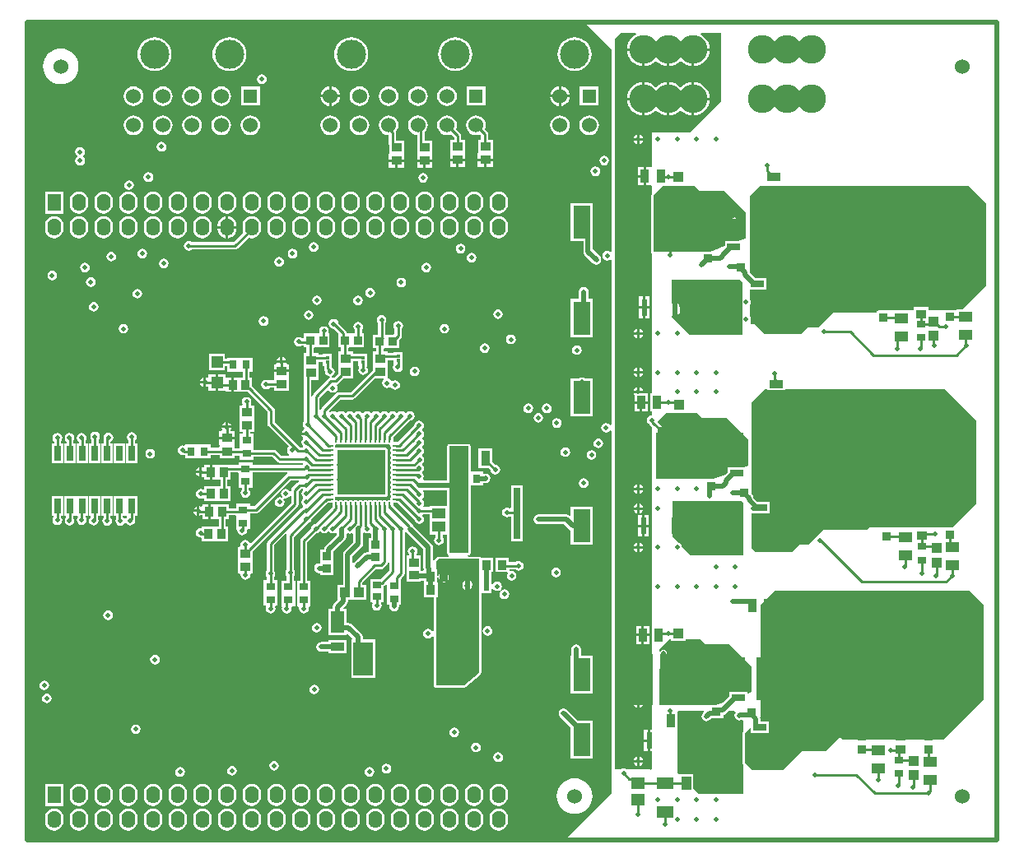
<source format=gtl>
G04*
G04 #@! TF.GenerationSoftware,Altium Limited,Altium Designer,19.1.8 (144)*
G04*
G04 Layer_Physical_Order=1*
G04 Layer_Color=255*
%FSLAX25Y25*%
%MOIN*%
G70*
G01*
G75*
%ADD13C,0.01000*%
%ADD14C,0.01968*%
%ADD16R,0.02953X0.20866*%
%ADD17R,0.07008X0.13504*%
%ADD18R,0.05709X0.04724*%
%ADD19R,0.07087X0.04528*%
%ADD20R,0.15158X0.17795*%
%ADD21R,0.02323X0.02795*%
%ADD22R,0.05402X0.02795*%
%ADD23R,0.02165X0.06693*%
%ADD24R,0.03937X0.04134*%
%ADD25R,0.03347X0.03740*%
%ADD26R,0.04134X0.03543*%
%ADD27R,0.07874X0.13780*%
%ADD28R,0.05512X0.08661*%
%ADD29R,0.05512X0.03543*%
%ADD30R,0.03937X0.04331*%
%ADD31R,0.03543X0.02756*%
%ADD32R,0.03543X0.03347*%
%ADD33R,0.03937X0.03543*%
%ADD34R,0.03150X0.03740*%
%ADD35R,0.03740X0.03150*%
%ADD36R,0.03347X0.05315*%
%ADD37R,0.03937X0.05315*%
%ADD38R,0.13819X0.20984*%
%ADD39R,0.05315X0.03347*%
%ADD40R,0.04724X0.04724*%
%ADD41R,0.03543X0.03937*%
%ADD42R,0.03543X0.04134*%
%ADD43R,0.05709X0.04134*%
%ADD44R,0.03740X0.03347*%
%ADD45R,0.03740X0.06102*%
%ADD46R,0.05315X0.04331*%
%ADD47R,0.02165X0.05315*%
%ADD48R,0.03740X0.04134*%
%ADD49R,0.03347X0.02756*%
%ADD50R,0.01772X0.01378*%
%ADD51R,0.02559X0.06004*%
G04:AMPARAMS|DCode=52|XSize=9.45mil|YSize=23.62mil|CornerRadius=1.98mil|HoleSize=0mil|Usage=FLASHONLY|Rotation=270.000|XOffset=0mil|YOffset=0mil|HoleType=Round|Shape=RoundedRectangle|*
%AMROUNDEDRECTD52*
21,1,0.00945,0.01965,0,0,270.0*
21,1,0.00548,0.02362,0,0,270.0*
1,1,0.00397,-0.00983,-0.00274*
1,1,0.00397,-0.00983,0.00274*
1,1,0.00397,0.00983,0.00274*
1,1,0.00397,0.00983,-0.00274*
%
%ADD52ROUNDEDRECTD52*%
G04:AMPARAMS|DCode=53|XSize=9.45mil|YSize=23.62mil|CornerRadius=1.98mil|HoleSize=0mil|Usage=FLASHONLY|Rotation=180.000|XOffset=0mil|YOffset=0mil|HoleType=Round|Shape=RoundedRectangle|*
%AMROUNDEDRECTD53*
21,1,0.00945,0.01965,0,0,180.0*
21,1,0.00548,0.02362,0,0,180.0*
1,1,0.00397,-0.00274,0.00983*
1,1,0.00397,0.00274,0.00983*
1,1,0.00397,0.00274,-0.00983*
1,1,0.00397,-0.00274,-0.00983*
%
%ADD53ROUNDEDRECTD53*%
G04:AMPARAMS|DCode=101|XSize=195.87mil|YSize=181.1mil|CornerRadius=1.81mil|HoleSize=0mil|Usage=FLASHONLY|Rotation=180.000|XOffset=0mil|YOffset=0mil|HoleType=Round|Shape=RoundedRectangle|*
%AMROUNDEDRECTD101*
21,1,0.19587,0.17748,0,0,180.0*
21,1,0.19224,0.18110,0,0,180.0*
1,1,0.00362,-0.09612,0.08874*
1,1,0.00362,0.09612,0.08874*
1,1,0.00362,0.09612,-0.08874*
1,1,0.00362,-0.09612,-0.08874*
%
%ADD101ROUNDEDRECTD101*%
%ADD102C,0.11614*%
%ADD103C,0.06000*%
%ADD104R,0.05833X0.05833*%
%ADD105C,0.06024*%
%ADD106C,0.11811*%
%ADD107R,0.05500X0.07000*%
%ADD108O,0.05500X0.07000*%
%ADD109C,0.01968*%
G36*
X309055Y424803D02*
X296457Y412205D01*
X281102D01*
Y398571D01*
X280921Y398146D01*
X280602Y398146D01*
X278748D01*
Y394488D01*
Y390831D01*
X280602D01*
X280921Y390831D01*
X281102Y390406D01*
Y387386D01*
X281012Y387295D01*
X280803Y386983D01*
X280730Y386614D01*
Y363976D01*
X280803Y363608D01*
X281012Y363295D01*
X281102Y363235D01*
Y306358D01*
X280551D01*
Y299153D01*
X281102D01*
Y297636D01*
X280350Y297486D01*
X279712Y297060D01*
X279285Y296422D01*
X279135Y295669D01*
X279285Y294917D01*
X279712Y294279D01*
X280067Y294041D01*
X280246Y293773D01*
X281102Y292917D01*
Y170095D01*
X280520D01*
Y165748D01*
Y161402D01*
X281102D01*
Y154197D01*
X280640Y154005D01*
X280315Y154331D01*
X270506D01*
X270438Y154376D01*
X269685Y154526D01*
X268932Y154376D01*
X268864Y154331D01*
X266142D01*
Y450000D01*
X268504Y452362D01*
X274521D01*
X274646Y451862D01*
X273995Y451514D01*
X272959Y450663D01*
X272108Y449627D01*
X271476Y448444D01*
X271087Y447161D01*
X271005Y446327D01*
X277795D01*
Y445827D01*
X278295D01*
Y439036D01*
X279130Y439118D01*
X280413Y439507D01*
X281595Y440139D01*
X282632Y440990D01*
X282959D01*
X283995Y440139D01*
X285178Y439507D01*
X286461Y439118D01*
X287295Y439036D01*
Y445827D01*
X288295D01*
Y439036D01*
X289130Y439118D01*
X290413Y439507D01*
X291595Y440139D01*
X292441Y440833D01*
X292795Y440941D01*
X293150Y440833D01*
X293995Y440139D01*
X295178Y439507D01*
X296461Y439118D01*
X297295Y439036D01*
Y445827D01*
X297795D01*
Y446327D01*
X304586D01*
X304504Y447161D01*
X304115Y448444D01*
X303483Y449627D01*
X302632Y450663D01*
X301595Y451514D01*
X300944Y451862D01*
X301069Y452362D01*
X309055D01*
Y424803D01*
D02*
G37*
G36*
X300394Y388583D02*
X310236D01*
X319094Y379724D01*
Y369291D01*
X315834Y368071D01*
X310646D01*
Y366167D01*
X310584Y366106D01*
X304895Y363976D01*
X290056Y363976D01*
Y369258D01*
X290603Y369367D01*
X291081Y369687D01*
X291400Y370165D01*
X291513Y370728D01*
Y374311D01*
X291400Y374875D01*
X291081Y375353D01*
X290603Y375672D01*
X290039Y375784D01*
X289476Y375672D01*
X288998Y375353D01*
X287541Y373896D01*
X287222Y373418D01*
X287109Y372854D01*
Y363976D01*
X281693D01*
Y386614D01*
X285630Y390551D01*
X298425D01*
X300394Y388583D01*
D02*
G37*
G36*
X253931Y456502D02*
X264665Y445768D01*
Y364004D01*
X264165Y363741D01*
X263745Y364022D01*
X262992Y364172D01*
X262239Y364022D01*
X261601Y363596D01*
X261175Y362957D01*
X261025Y362205D01*
X261175Y361452D01*
X261601Y360814D01*
X262239Y360387D01*
X262992Y360238D01*
X263745Y360387D01*
X264165Y360668D01*
X264665Y360405D01*
Y293799D01*
X264165Y293647D01*
X263989Y293911D01*
X263351Y294337D01*
X262598Y294487D01*
X261846Y294337D01*
X261208Y293911D01*
X260781Y293272D01*
X260631Y292520D01*
X260781Y291767D01*
X261208Y291129D01*
X261846Y290703D01*
X262598Y290553D01*
X263351Y290703D01*
X263989Y291129D01*
X264165Y291392D01*
X264665Y291241D01*
Y144390D01*
X245776Y125500D01*
X27953D01*
X27953Y456339D01*
X28306Y456693D01*
X253931Y456502D01*
D02*
G37*
G36*
X416423Y383545D02*
Y350081D01*
X406854Y340512D01*
X404468D01*
Y340238D01*
X393169D01*
Y341398D01*
X387146D01*
Y340238D01*
X373116D01*
X372602Y339724D01*
X371988D01*
Y339254D01*
X354415D01*
X348510Y333348D01*
X344572D01*
X341620Y330396D01*
Y330396D01*
X326856D01*
X321155Y336096D01*
X321258Y336614D01*
X321109Y337367D01*
X320950Y337603D01*
Y342515D01*
X321109Y342751D01*
X321258Y343504D01*
X321109Y344257D01*
X320950Y344493D01*
Y348465D01*
X327543D01*
Y353150D01*
X323034D01*
X320950Y355233D01*
Y386498D01*
X324887Y390435D01*
X409533D01*
X416423Y383545D01*
D02*
G37*
G36*
X317717Y351575D02*
Y330315D01*
X296457D01*
X289165Y337606D01*
X289200Y337903D01*
X289723Y338155D01*
X289798Y338104D01*
X290551Y337954D01*
X291304Y338104D01*
X291942Y338530D01*
X292368Y339169D01*
X292518Y339921D01*
X292420Y340416D01*
Y341339D01*
X292270Y342091D01*
X291844Y342729D01*
X291206Y343156D01*
X290453Y343305D01*
X289700Y343156D01*
X289476Y343006D01*
X288976Y343274D01*
Y352362D01*
X316929D01*
X317717Y351575D01*
D02*
G37*
G36*
X412595Y295378D02*
Y261913D01*
X402752Y252071D01*
X369287D01*
X368303Y251087D01*
X350587D01*
X344681Y245181D01*
X340744D01*
X337791Y242228D01*
X323028D01*
X321528Y243728D01*
Y257819D01*
X322028Y257904D01*
X322071Y257895D01*
X322162Y257913D01*
X328724D01*
Y262598D01*
X324855D01*
X324665Y262636D01*
X323933D01*
X322268Y264301D01*
X322132Y264985D01*
X321706Y265623D01*
X321528Y265801D01*
Y302736D01*
X326882Y308091D01*
X327894D01*
Y307716D01*
X335098D01*
Y308091D01*
X399882D01*
X412595Y295378D01*
D02*
G37*
G36*
X301575Y296457D02*
X311417D01*
X320276Y287598D01*
Y277165D01*
X318351Y276445D01*
X311827D01*
Y274541D01*
X310966Y273681D01*
X306076Y271850D01*
X282874Y271850D01*
Y290492D01*
X283336Y290683D01*
X288566Y285453D01*
Y282480D01*
X288678Y281916D01*
X288998Y281439D01*
X289476Y281119D01*
X290039Y281007D01*
X290603Y281119D01*
X291081Y281439D01*
X291400Y281916D01*
X291513Y282480D01*
Y286063D01*
X291400Y286627D01*
X291081Y287105D01*
X283286Y294900D01*
X286811Y298425D01*
X299606D01*
X301575Y296457D01*
D02*
G37*
G36*
X318110Y262205D02*
Y240945D01*
X296850D01*
X293207Y244588D01*
X293156Y244847D01*
X292729Y245485D01*
X292091Y245912D01*
X291832Y245963D01*
X289370Y248425D01*
Y262992D01*
X317323D01*
X318110Y262205D01*
D02*
G37*
G36*
X302756Y204724D02*
X312598D01*
X321457Y195866D01*
Y185433D01*
X320198Y184962D01*
X319787Y185247D01*
Y185650D01*
X312496D01*
Y183746D01*
X309832Y181082D01*
X307257Y180118D01*
X284055Y180118D01*
Y194899D01*
X284555Y195051D01*
X284785Y194706D01*
X289982Y189509D01*
X290460Y189190D01*
X291024Y189078D01*
X291587Y189190D01*
X292065Y189509D01*
X292385Y189987D01*
X292497Y190551D01*
X292385Y191115D01*
X292065Y191593D01*
X287300Y196358D01*
Y201181D01*
X287188Y201745D01*
X286869Y202223D01*
X286390Y202542D01*
X285827Y202654D01*
X285263Y202542D01*
X284785Y202223D01*
X284555Y201879D01*
X284055Y202030D01*
Y202756D01*
X286358Y205059D01*
X286575D01*
Y205276D01*
X287992Y206693D01*
X288819D01*
Y206240D01*
X294646D01*
Y206693D01*
X300787D01*
X302756Y204724D01*
D02*
G37*
G36*
X314987Y177139D02*
X314718Y176737D01*
X314568Y175984D01*
X314718Y175232D01*
X315145Y174593D01*
X315783Y174167D01*
X316535Y174017D01*
X317288Y174167D01*
X317506Y174313D01*
X317813D01*
X318110Y174016D01*
Y169669D01*
X318079Y169638D01*
X317870Y169325D01*
X317796Y168957D01*
Y156831D01*
X317870Y156462D01*
X318079Y156149D01*
X318110Y156118D01*
Y144095D01*
X300000D01*
X297913Y146181D01*
Y152102D01*
X292087D01*
X292087Y152102D01*
Y152102D01*
X291715Y152380D01*
X291339Y152756D01*
Y170413D01*
X291496D01*
Y177618D01*
X291858Y177953D01*
X302077D01*
X302268Y177491D01*
X301759Y176981D01*
X301332Y176343D01*
X301183Y175591D01*
X301332Y174838D01*
X301759Y174200D01*
X302397Y173773D01*
X303150Y173624D01*
X303902Y173773D01*
X304540Y174200D01*
X305145Y174805D01*
X306568D01*
X306758Y174843D01*
X310072D01*
Y176260D01*
X310434Y176332D01*
X311072Y176759D01*
X312266Y177953D01*
X314173D01*
X314987Y177139D01*
D02*
G37*
G36*
X415551Y220472D02*
X415551Y182480D01*
X399409Y166339D01*
X358465Y166339D01*
X357480Y167323D01*
X351575Y161417D01*
X341732D01*
X334252Y153937D01*
X321654D01*
X318760Y156831D01*
Y168957D01*
X320719Y170916D01*
X321181Y170725D01*
Y168937D01*
X328472D01*
Y173622D01*
X325077D01*
Y173669D01*
X325038Y173867D01*
Y174665D01*
X324943Y175140D01*
X325000Y175197D01*
Y220472D01*
X330906Y226378D01*
X409646D01*
X415551Y220472D01*
D02*
G37*
%LPC*%
G36*
X304586Y445327D02*
X298295D01*
Y439036D01*
X299130Y439118D01*
X300413Y439507D01*
X301595Y440139D01*
X302632Y440990D01*
X303483Y442027D01*
X304115Y443209D01*
X304504Y444492D01*
X304586Y445327D01*
D02*
G37*
G36*
X277295D02*
X271005D01*
X271087Y444492D01*
X271476Y443209D01*
X272108Y442027D01*
X272959Y440990D01*
X273995Y440139D01*
X275178Y439507D01*
X276461Y439118D01*
X277295Y439036D01*
Y445327D01*
D02*
G37*
G36*
X298295Y432618D02*
Y426327D01*
X304586D01*
X304504Y427161D01*
X304115Y428444D01*
X303483Y429627D01*
X302632Y430663D01*
X301595Y431514D01*
X300413Y432146D01*
X299130Y432535D01*
X298295Y432618D01*
D02*
G37*
G36*
X277295D02*
X276461Y432535D01*
X275178Y432146D01*
X273995Y431514D01*
X272959Y430663D01*
X272108Y429627D01*
X271476Y428444D01*
X271087Y427161D01*
X271005Y426327D01*
X277295D01*
Y432618D01*
D02*
G37*
G36*
X304586Y425327D02*
X298295D01*
Y419036D01*
X299130Y419118D01*
X300413Y419507D01*
X301595Y420140D01*
X302632Y420990D01*
X303483Y422027D01*
X304115Y423209D01*
X304504Y424492D01*
X304586Y425327D01*
D02*
G37*
G36*
X288295Y432618D02*
Y425827D01*
Y419036D01*
X289130Y419118D01*
X290413Y419507D01*
X291595Y420140D01*
X292632Y420990D01*
X292959D01*
X293995Y420140D01*
X295178Y419507D01*
X296461Y419118D01*
X297295Y419036D01*
Y425827D01*
Y432618D01*
X296461Y432535D01*
X295178Y432146D01*
X293995Y431514D01*
X292959Y430663D01*
X292632D01*
X291595Y431514D01*
X290413Y432146D01*
X289130Y432535D01*
X288295Y432618D01*
D02*
G37*
G36*
X278295D02*
Y425827D01*
Y419036D01*
X279130Y419118D01*
X280413Y419507D01*
X281595Y420140D01*
X282632Y420990D01*
X282959D01*
X283995Y420140D01*
X285178Y419507D01*
X286461Y419118D01*
X287295Y419036D01*
Y425827D01*
Y432618D01*
X286461Y432535D01*
X285178Y432146D01*
X283995Y431514D01*
X282959Y430663D01*
X282632D01*
X281595Y431514D01*
X280413Y432146D01*
X279130Y432535D01*
X278295Y432618D01*
D02*
G37*
G36*
X277295Y425327D02*
X271005D01*
X271087Y424492D01*
X271476Y423209D01*
X272108Y422027D01*
X272959Y420990D01*
X273995Y420140D01*
X275178Y419507D01*
X276461Y419118D01*
X277295Y419036D01*
Y425327D01*
D02*
G37*
G36*
X276091Y411373D02*
Y409949D01*
X277514D01*
X277460Y410223D01*
X277021Y410879D01*
X276365Y411318D01*
X276091Y411373D01*
D02*
G37*
G36*
X275091D02*
X274816Y411318D01*
X274160Y410879D01*
X273721Y410223D01*
X273667Y409949D01*
X275091D01*
Y411373D01*
D02*
G37*
G36*
X277514Y408949D02*
X276091D01*
Y407525D01*
X276365Y407580D01*
X277021Y408018D01*
X277460Y408675D01*
X277514Y408949D01*
D02*
G37*
G36*
X275091D02*
X273667D01*
X273721Y408675D01*
X274160Y408018D01*
X274816Y407580D01*
X275091Y407525D01*
Y408949D01*
D02*
G37*
G36*
X277748Y398146D02*
X275575D01*
Y394988D01*
X277748D01*
Y398146D01*
D02*
G37*
G36*
Y393988D02*
X275575D01*
Y390831D01*
X277748D01*
Y393988D01*
D02*
G37*
G36*
X280134Y345685D02*
X278551D01*
Y341839D01*
X280134D01*
Y345685D01*
D02*
G37*
G36*
X277551D02*
X275969D01*
Y341839D01*
X277551D01*
Y345685D01*
D02*
G37*
G36*
X280134Y340839D02*
X278551D01*
Y336992D01*
X280134D01*
Y340839D01*
D02*
G37*
G36*
X277551D02*
X275969D01*
Y336992D01*
X277551D01*
Y340839D01*
D02*
G37*
G36*
X276091Y332632D02*
Y331209D01*
X277514D01*
X277460Y331483D01*
X277021Y332139D01*
X276365Y332578D01*
X276091Y332632D01*
D02*
G37*
G36*
X275091D02*
X274816Y332578D01*
X274160Y332139D01*
X273721Y331483D01*
X273667Y331209D01*
X275091D01*
Y332632D01*
D02*
G37*
G36*
X277514Y330209D02*
X276091D01*
Y328785D01*
X276365Y328839D01*
X277021Y329278D01*
X277460Y329934D01*
X277514Y330209D01*
D02*
G37*
G36*
X275091D02*
X273667D01*
X273721Y329934D01*
X274160Y329278D01*
X274816Y328839D01*
X275091Y328785D01*
Y330209D01*
D02*
G37*
G36*
X276091Y316884D02*
Y315461D01*
X277514D01*
X277460Y315735D01*
X277021Y316391D01*
X276365Y316830D01*
X276091Y316884D01*
D02*
G37*
G36*
X275091D02*
X274816Y316830D01*
X274160Y316391D01*
X273721Y315735D01*
X273667Y315461D01*
X275091D01*
Y316884D01*
D02*
G37*
G36*
X277514Y314461D02*
X276091D01*
Y313037D01*
X276365Y313091D01*
X277021Y313530D01*
X277460Y314186D01*
X277514Y314461D01*
D02*
G37*
G36*
X275091D02*
X273667D01*
X273721Y314186D01*
X274160Y313530D01*
X274816Y313091D01*
X275091Y313037D01*
Y314461D01*
D02*
G37*
G36*
X276091Y309010D02*
Y307587D01*
X277514D01*
X277460Y307861D01*
X277021Y308517D01*
X276365Y308956D01*
X276091Y309010D01*
D02*
G37*
G36*
X275091D02*
X274816Y308956D01*
X274160Y308517D01*
X273721Y307861D01*
X273667Y307587D01*
X275091D01*
Y309010D01*
D02*
G37*
G36*
X277732Y306587D02*
X273667D01*
X273721Y306312D01*
X274000Y305895D01*
Y303256D01*
X276673D01*
X279346D01*
Y306413D01*
X277874D01*
X277732Y306587D01*
D02*
G37*
G36*
X279346Y302256D02*
X277173D01*
Y299098D01*
X279346D01*
Y302256D01*
D02*
G37*
G36*
X276173D02*
X274000D01*
Y299098D01*
X276173D01*
Y302256D01*
D02*
G37*
G36*
X276091Y269640D02*
Y268216D01*
X277514D01*
X277460Y268491D01*
X277021Y269147D01*
X276365Y269586D01*
X276091Y269640D01*
D02*
G37*
G36*
X275091D02*
X274816Y269586D01*
X274160Y269147D01*
X273721Y268491D01*
X273667Y268216D01*
X275091D01*
Y269640D01*
D02*
G37*
G36*
X277514Y267216D02*
X276091D01*
Y265793D01*
X276365Y265847D01*
X277021Y266286D01*
X277460Y266942D01*
X277514Y267216D01*
D02*
G37*
G36*
X275091D02*
X273667D01*
X273721Y266942D01*
X274160Y266286D01*
X274816Y265847D01*
X275091Y265793D01*
Y267216D01*
D02*
G37*
G36*
X276091Y261766D02*
Y260343D01*
X277514D01*
X277460Y260617D01*
X277021Y261273D01*
X276365Y261712D01*
X276091Y261766D01*
D02*
G37*
G36*
X275091D02*
X274816Y261712D01*
X274160Y261273D01*
X273721Y260617D01*
X273667Y260343D01*
X275091D01*
Y261766D01*
D02*
G37*
G36*
X277514Y259343D02*
X276091D01*
Y257919D01*
X276365Y257973D01*
X277021Y258412D01*
X277460Y259068D01*
X277514Y259343D01*
D02*
G37*
G36*
X275091D02*
X273667D01*
X273721Y259068D01*
X274160Y258412D01*
X274816Y257973D01*
X275091Y257919D01*
Y259343D01*
D02*
G37*
G36*
X279740Y257102D02*
X278157D01*
Y253256D01*
X279740D01*
Y257102D01*
D02*
G37*
G36*
X277157D02*
X275575D01*
Y253256D01*
X277157D01*
Y257102D01*
D02*
G37*
G36*
X279740Y252256D02*
X278157D01*
Y248410D01*
X279740D01*
Y252256D01*
D02*
G37*
G36*
X277157D02*
X275575D01*
Y248410D01*
X277157D01*
Y252256D01*
D02*
G37*
G36*
X276091Y246018D02*
Y244594D01*
X277514D01*
X277460Y244869D01*
X277021Y245525D01*
X276365Y245964D01*
X276091Y246018D01*
D02*
G37*
G36*
X275091D02*
X274816Y245964D01*
X274160Y245525D01*
X273721Y244869D01*
X273667Y244594D01*
X275091D01*
Y246018D01*
D02*
G37*
G36*
X277514Y243594D02*
X276091D01*
Y242171D01*
X276365Y242225D01*
X277021Y242664D01*
X277460Y243320D01*
X277514Y243594D01*
D02*
G37*
G36*
X275091D02*
X273667D01*
X273721Y243320D01*
X274160Y242664D01*
X274816Y242225D01*
X275091Y242171D01*
Y243594D01*
D02*
G37*
G36*
X280134Y212319D02*
X277961D01*
Y209161D01*
X280134D01*
Y212319D01*
D02*
G37*
G36*
X276961D02*
X274787D01*
Y209161D01*
X276961D01*
Y212319D01*
D02*
G37*
G36*
X280134Y208161D02*
X277961D01*
Y205004D01*
X280134D01*
Y208161D01*
D02*
G37*
G36*
X276961D02*
X274787D01*
Y205004D01*
X276961D01*
Y208161D01*
D02*
G37*
G36*
X276091Y183026D02*
Y181602D01*
X277514D01*
X277460Y181877D01*
X277021Y182533D01*
X276365Y182971D01*
X276091Y183026D01*
D02*
G37*
G36*
X275091D02*
X274816Y182971D01*
X274160Y182533D01*
X273721Y181877D01*
X273667Y181602D01*
X275091D01*
Y183026D01*
D02*
G37*
G36*
X277514Y180602D02*
X276091D01*
Y179179D01*
X276365Y179233D01*
X277021Y179672D01*
X277460Y180328D01*
X277514Y180602D01*
D02*
G37*
G36*
X275091D02*
X273667D01*
X273721Y180328D01*
X274160Y179672D01*
X274816Y179233D01*
X275091Y179179D01*
Y180602D01*
D02*
G37*
G36*
X279520Y170095D02*
X277937D01*
Y166248D01*
X279520D01*
Y170095D01*
D02*
G37*
G36*
Y165248D02*
X277937D01*
Y161402D01*
X279520D01*
Y165248D01*
D02*
G37*
G36*
X276091Y159404D02*
Y157980D01*
X277514D01*
X277460Y158254D01*
X277021Y158911D01*
X276365Y159349D01*
X276091Y159404D01*
D02*
G37*
G36*
X275091D02*
X274816Y159349D01*
X274160Y158911D01*
X273721Y158254D01*
X273667Y157980D01*
X275091D01*
Y159404D01*
D02*
G37*
G36*
X277514Y156980D02*
X276091D01*
Y155556D01*
X276365Y155611D01*
X277021Y156050D01*
X277460Y156706D01*
X277514Y156980D01*
D02*
G37*
G36*
X275091D02*
X273667D01*
X273721Y156706D01*
X274160Y156050D01*
X274816Y155611D01*
X275091Y155556D01*
Y156980D01*
D02*
G37*
G36*
X314567Y377753D02*
X314003Y377641D01*
X313525Y377321D01*
X313384Y377180D01*
X313064Y376701D01*
X312952Y376138D01*
X313064Y375574D01*
X313384Y375096D01*
X313861Y374777D01*
X314425Y374665D01*
X314989Y374777D01*
X315467Y375096D01*
X315609Y375238D01*
X315928Y375716D01*
X316040Y376279D01*
X315928Y376843D01*
X315609Y377321D01*
X315131Y377641D01*
X314567Y377753D01*
D02*
G37*
G36*
X249804Y450785D02*
X248461Y450653D01*
X247169Y450261D01*
X245979Y449625D01*
X244936Y448769D01*
X244080Y447726D01*
X243444Y446536D01*
X243052Y445245D01*
X242920Y443902D01*
X243052Y442559D01*
X243444Y441267D01*
X244080Y440077D01*
X244936Y439034D01*
X245979Y438178D01*
X247169Y437542D01*
X248461Y437150D01*
X249804Y437018D01*
X251147Y437150D01*
X252438Y437542D01*
X253628Y438178D01*
X254671Y439034D01*
X255527Y440077D01*
X256163Y441267D01*
X256555Y442559D01*
X256687Y443902D01*
X256555Y445245D01*
X256163Y446536D01*
X255527Y447726D01*
X254671Y448769D01*
X253628Y449625D01*
X252438Y450261D01*
X251147Y450653D01*
X249804Y450785D01*
D02*
G37*
G36*
X201476D02*
X200133Y450653D01*
X198842Y450261D01*
X197652Y449625D01*
X196609Y448769D01*
X195753Y447726D01*
X195117Y446536D01*
X194725Y445245D01*
X194593Y443902D01*
X194725Y442559D01*
X195117Y441267D01*
X195753Y440077D01*
X196609Y439034D01*
X197652Y438178D01*
X198842Y437542D01*
X200133Y437150D01*
X201476Y437018D01*
X202819Y437150D01*
X204111Y437542D01*
X205301Y438178D01*
X206344Y439034D01*
X207200Y440077D01*
X207836Y441267D01*
X208228Y442559D01*
X208360Y443902D01*
X208228Y445245D01*
X207836Y446536D01*
X207200Y447726D01*
X206344Y448769D01*
X205301Y449625D01*
X204111Y450261D01*
X202819Y450653D01*
X201476Y450785D01*
D02*
G37*
G36*
X159350D02*
X158008Y450653D01*
X156716Y450261D01*
X155526Y449625D01*
X154483Y448769D01*
X153627Y447726D01*
X152991Y446536D01*
X152599Y445245D01*
X152467Y443902D01*
X152599Y442559D01*
X152991Y441267D01*
X153627Y440077D01*
X154483Y439034D01*
X155526Y438178D01*
X156716Y437542D01*
X158008Y437150D01*
X159350Y437018D01*
X160693Y437150D01*
X161985Y437542D01*
X163175Y438178D01*
X164218Y439034D01*
X165074Y440077D01*
X165710Y441267D01*
X166102Y442559D01*
X166234Y443902D01*
X166102Y445245D01*
X165710Y446536D01*
X165074Y447726D01*
X164218Y448769D01*
X163175Y449625D01*
X161985Y450261D01*
X160693Y450653D01*
X159350Y450785D01*
D02*
G37*
G36*
X110039D02*
X108696Y450653D01*
X107405Y450261D01*
X106215Y449625D01*
X105172Y448769D01*
X104315Y447726D01*
X103679Y446536D01*
X103288Y445245D01*
X103155Y443902D01*
X103288Y442559D01*
X103679Y441267D01*
X104315Y440077D01*
X105172Y439034D01*
X106215Y438178D01*
X107405Y437542D01*
X108696Y437150D01*
X110039Y437018D01*
X111382Y437150D01*
X112673Y437542D01*
X113863Y438178D01*
X114906Y439034D01*
X115762Y440077D01*
X116398Y441267D01*
X116790Y442559D01*
X116922Y443902D01*
X116790Y445245D01*
X116398Y446536D01*
X115762Y447726D01*
X114906Y448769D01*
X113863Y449625D01*
X112673Y450261D01*
X111382Y450653D01*
X110039Y450785D01*
D02*
G37*
G36*
X79725D02*
X78382Y450653D01*
X77091Y450261D01*
X75901Y449625D01*
X74857Y448769D01*
X74001Y447726D01*
X73365Y446536D01*
X72974Y445245D01*
X72841Y443902D01*
X72974Y442559D01*
X73365Y441267D01*
X74001Y440077D01*
X74857Y439034D01*
X75901Y438178D01*
X77091Y437542D01*
X78382Y437150D01*
X79725Y437018D01*
X81068Y437150D01*
X82359Y437542D01*
X83549Y438178D01*
X84592Y439034D01*
X85448Y440077D01*
X86084Y441267D01*
X86476Y442559D01*
X86608Y443902D01*
X86476Y445245D01*
X86084Y446536D01*
X85448Y447726D01*
X84592Y448769D01*
X83549Y449625D01*
X82359Y450261D01*
X81068Y450653D01*
X79725Y450785D01*
D02*
G37*
G36*
X123228Y435727D02*
X122476Y435577D01*
X121837Y435151D01*
X121411Y434513D01*
X121261Y433760D01*
X121411Y433007D01*
X121837Y432369D01*
X122476Y431943D01*
X123228Y431793D01*
X123981Y431943D01*
X124619Y432369D01*
X125046Y433007D01*
X125195Y433760D01*
X125046Y434513D01*
X124619Y435151D01*
X123981Y435577D01*
X123228Y435727D01*
D02*
G37*
G36*
X41732Y446206D02*
X40322Y446067D01*
X38966Y445656D01*
X37716Y444988D01*
X36620Y444089D01*
X35721Y442993D01*
X35053Y441743D01*
X34642Y440387D01*
X34503Y438976D01*
X34642Y437566D01*
X35053Y436210D01*
X35721Y434960D01*
X36620Y433864D01*
X37716Y432965D01*
X38966Y432297D01*
X40322Y431886D01*
X41732Y431747D01*
X43143Y431886D01*
X44499Y432297D01*
X45749Y432965D01*
X46844Y433864D01*
X47743Y434960D01*
X48412Y436210D01*
X48823Y437566D01*
X48962Y438976D01*
X48823Y440387D01*
X48412Y441743D01*
X47743Y442993D01*
X46844Y444089D01*
X45749Y444988D01*
X44499Y445656D01*
X43143Y446067D01*
X41732Y446206D01*
D02*
G37*
G36*
X244398Y430874D02*
Y427394D01*
X247878D01*
X247806Y427941D01*
X247402Y428917D01*
X246759Y429755D01*
X245921Y430398D01*
X244945Y430802D01*
X244398Y430874D01*
D02*
G37*
G36*
X243398D02*
X242850Y430802D01*
X241874Y430398D01*
X241036Y429755D01*
X240393Y428917D01*
X239989Y427941D01*
X239917Y427394D01*
X243398D01*
Y430874D01*
D02*
G37*
G36*
X151385D02*
Y427394D01*
X154866D01*
X154794Y427941D01*
X154390Y428917D01*
X153747Y429755D01*
X152909Y430398D01*
X151933Y430802D01*
X151385Y430874D01*
D02*
G37*
G36*
X150385D02*
X149838Y430802D01*
X148862Y430398D01*
X148024Y429755D01*
X147381Y428917D01*
X146977Y427941D01*
X146905Y427394D01*
X150385D01*
Y430874D01*
D02*
G37*
G36*
X259571Y430755D02*
X251848D01*
Y423032D01*
X259571D01*
Y430755D01*
D02*
G37*
G36*
X213803D02*
X206080D01*
Y423032D01*
X213803D01*
Y430755D01*
D02*
G37*
G36*
X122365D02*
X114643D01*
Y423032D01*
X122365D01*
Y430755D01*
D02*
G37*
G36*
X247878Y426394D02*
X244398D01*
Y422913D01*
X244945Y422985D01*
X245921Y423389D01*
X246759Y424032D01*
X247402Y424870D01*
X247806Y425846D01*
X247878Y426394D01*
D02*
G37*
G36*
X243398D02*
X239917D01*
X239989Y425846D01*
X240393Y424870D01*
X241036Y424032D01*
X241874Y423389D01*
X242850Y422985D01*
X243398Y422913D01*
Y426394D01*
D02*
G37*
G36*
X154866D02*
X151385D01*
Y422913D01*
X151933Y422985D01*
X152909Y423389D01*
X153747Y424032D01*
X154390Y424870D01*
X154794Y425846D01*
X154866Y426394D01*
D02*
G37*
G36*
X150385D02*
X146905D01*
X146977Y425846D01*
X147381Y424870D01*
X148024Y424032D01*
X148862Y423389D01*
X149838Y422985D01*
X150385Y422913D01*
Y426394D01*
D02*
G37*
G36*
X198130Y430885D02*
X197097Y430749D01*
X196135Y430350D01*
X195308Y429716D01*
X194674Y428889D01*
X194275Y427926D01*
X194139Y426894D01*
X194275Y425861D01*
X194674Y424898D01*
X195308Y424072D01*
X196135Y423437D01*
X197097Y423038D01*
X198130Y422902D01*
X199163Y423038D01*
X200126Y423437D01*
X200953Y424072D01*
X201587Y424898D01*
X201985Y425861D01*
X202121Y426894D01*
X201985Y427926D01*
X201587Y428889D01*
X200953Y429716D01*
X200126Y430350D01*
X199163Y430749D01*
X198130Y430885D01*
D02*
G37*
G36*
X186319D02*
X185286Y430749D01*
X184324Y430350D01*
X183497Y429716D01*
X182863Y428889D01*
X182464Y427926D01*
X182328Y426894D01*
X182464Y425861D01*
X182863Y424898D01*
X183497Y424072D01*
X184324Y423437D01*
X185286Y423038D01*
X186319Y422902D01*
X187352Y423038D01*
X188315Y423437D01*
X189141Y424072D01*
X189776Y424898D01*
X190174Y425861D01*
X190310Y426894D01*
X190174Y427926D01*
X189776Y428889D01*
X189141Y429716D01*
X188315Y430350D01*
X187352Y430749D01*
X186319Y430885D01*
D02*
G37*
G36*
X174507D02*
X173474Y430749D01*
X172512Y430350D01*
X171685Y429716D01*
X171051Y428889D01*
X170652Y427926D01*
X170516Y426894D01*
X170652Y425861D01*
X171051Y424898D01*
X171685Y424072D01*
X172512Y423437D01*
X173474Y423038D01*
X174507Y422902D01*
X175540Y423038D01*
X176503Y423437D01*
X177330Y424072D01*
X177964Y424898D01*
X178362Y425861D01*
X178498Y426894D01*
X178362Y427926D01*
X177964Y428889D01*
X177330Y429716D01*
X176503Y430350D01*
X175540Y430749D01*
X174507Y430885D01*
D02*
G37*
G36*
X162696D02*
X161663Y430749D01*
X160701Y430350D01*
X159874Y429716D01*
X159240Y428889D01*
X158841Y427926D01*
X158705Y426894D01*
X158841Y425861D01*
X159240Y424898D01*
X159874Y424072D01*
X160701Y423437D01*
X161663Y423038D01*
X162696Y422902D01*
X163729Y423038D01*
X164692Y423437D01*
X165518Y424072D01*
X166153Y424898D01*
X166551Y425861D01*
X166687Y426894D01*
X166551Y427926D01*
X166153Y428889D01*
X165518Y429716D01*
X164692Y430350D01*
X163729Y430749D01*
X162696Y430885D01*
D02*
G37*
G36*
X106693D02*
X105660Y430749D01*
X104697Y430350D01*
X103871Y429716D01*
X103237Y428889D01*
X102838Y427926D01*
X102702Y426894D01*
X102838Y425861D01*
X103237Y424898D01*
X103871Y424072D01*
X104697Y423437D01*
X105660Y423038D01*
X106693Y422902D01*
X107726Y423038D01*
X108688Y423437D01*
X109515Y424072D01*
X110149Y424898D01*
X110548Y425861D01*
X110684Y426894D01*
X110548Y427926D01*
X110149Y428889D01*
X109515Y429716D01*
X108688Y430350D01*
X107726Y430749D01*
X106693Y430885D01*
D02*
G37*
G36*
X94882D02*
X93849Y430749D01*
X92886Y430350D01*
X92060Y429716D01*
X91426Y428889D01*
X91027Y427926D01*
X90891Y426894D01*
X91027Y425861D01*
X91426Y424898D01*
X92060Y424072D01*
X92886Y423437D01*
X93849Y423038D01*
X94882Y422902D01*
X95915Y423038D01*
X96877Y423437D01*
X97704Y424072D01*
X98338Y424898D01*
X98737Y425861D01*
X98873Y426894D01*
X98737Y427926D01*
X98338Y428889D01*
X97704Y429716D01*
X96877Y430350D01*
X95915Y430749D01*
X94882Y430885D01*
D02*
G37*
G36*
X83071D02*
X82038Y430749D01*
X81075Y430350D01*
X80249Y429716D01*
X79615Y428889D01*
X79216Y427926D01*
X79080Y426894D01*
X79216Y425861D01*
X79615Y424898D01*
X80249Y424072D01*
X81075Y423437D01*
X82038Y423038D01*
X83071Y422902D01*
X84104Y423038D01*
X85066Y423437D01*
X85893Y424072D01*
X86527Y424898D01*
X86926Y425861D01*
X87062Y426894D01*
X86926Y427926D01*
X86527Y428889D01*
X85893Y429716D01*
X85066Y430350D01*
X84104Y430749D01*
X83071Y430885D01*
D02*
G37*
G36*
X71260D02*
X70227Y430749D01*
X69264Y430350D01*
X68438Y429716D01*
X67804Y428889D01*
X67405Y427926D01*
X67269Y426894D01*
X67405Y425861D01*
X67804Y424898D01*
X68438Y424072D01*
X69264Y423437D01*
X70227Y423038D01*
X71260Y422902D01*
X72293Y423038D01*
X73255Y423437D01*
X74082Y424072D01*
X74716Y424898D01*
X75115Y425861D01*
X75251Y426894D01*
X75115Y427926D01*
X74716Y428889D01*
X74082Y429716D01*
X73255Y430350D01*
X72293Y430749D01*
X71260Y430885D01*
D02*
G37*
G36*
X255710Y419074D02*
X254677Y418938D01*
X253714Y418539D01*
X252888Y417905D01*
X252253Y417078D01*
X251855Y416116D01*
X251719Y415083D01*
X251855Y414050D01*
X252253Y413087D01*
X252888Y412260D01*
X253714Y411626D01*
X254677Y411228D01*
X255710Y411092D01*
X256743Y411228D01*
X257705Y411626D01*
X258532Y412260D01*
X259166Y413087D01*
X259565Y414050D01*
X259701Y415083D01*
X259565Y416116D01*
X259166Y417078D01*
X258532Y417905D01*
X257705Y418539D01*
X256743Y418938D01*
X255710Y419074D01*
D02*
G37*
G36*
X243898D02*
X242865Y418938D01*
X241902Y418539D01*
X241076Y417905D01*
X240441Y417078D01*
X240043Y416116D01*
X239907Y415083D01*
X240043Y414050D01*
X240441Y413087D01*
X241076Y412260D01*
X241902Y411626D01*
X242865Y411228D01*
X243898Y411092D01*
X244931Y411228D01*
X245893Y411626D01*
X246720Y412260D01*
X247354Y413087D01*
X247753Y414050D01*
X247889Y415083D01*
X247753Y416116D01*
X247354Y417078D01*
X246720Y417905D01*
X245893Y418539D01*
X244931Y418938D01*
X243898Y419074D01*
D02*
G37*
G36*
X162696D02*
X161663Y418938D01*
X160701Y418539D01*
X159874Y417905D01*
X159240Y417078D01*
X158841Y416116D01*
X158705Y415083D01*
X158841Y414050D01*
X159240Y413087D01*
X159874Y412260D01*
X160701Y411626D01*
X161663Y411228D01*
X162696Y411092D01*
X163729Y411228D01*
X164692Y411626D01*
X165518Y412260D01*
X166153Y413087D01*
X166551Y414050D01*
X166687Y415083D01*
X166551Y416116D01*
X166153Y417078D01*
X165518Y417905D01*
X164692Y418539D01*
X163729Y418938D01*
X162696Y419074D01*
D02*
G37*
G36*
X150885D02*
X149852Y418938D01*
X148890Y418539D01*
X148063Y417905D01*
X147429Y417078D01*
X147030Y416116D01*
X146894Y415083D01*
X147030Y414050D01*
X147429Y413087D01*
X148063Y412260D01*
X148890Y411626D01*
X149852Y411228D01*
X150885Y411092D01*
X151918Y411228D01*
X152881Y411626D01*
X153708Y412260D01*
X154342Y413087D01*
X154740Y414050D01*
X154876Y415083D01*
X154740Y416116D01*
X154342Y417078D01*
X153708Y417905D01*
X152881Y418539D01*
X151918Y418938D01*
X150885Y419074D01*
D02*
G37*
G36*
X118504D02*
X117471Y418938D01*
X116508Y418539D01*
X115682Y417905D01*
X115048Y417078D01*
X114649Y416116D01*
X114513Y415083D01*
X114649Y414050D01*
X115048Y413087D01*
X115682Y412260D01*
X116508Y411626D01*
X117471Y411228D01*
X118504Y411092D01*
X119537Y411228D01*
X120499Y411626D01*
X121326Y412260D01*
X121960Y413087D01*
X122359Y414050D01*
X122495Y415083D01*
X122359Y416116D01*
X121960Y417078D01*
X121326Y417905D01*
X120499Y418539D01*
X119537Y418938D01*
X118504Y419074D01*
D02*
G37*
G36*
X106693D02*
X105660Y418938D01*
X104697Y418539D01*
X103871Y417905D01*
X103237Y417078D01*
X102838Y416116D01*
X102702Y415083D01*
X102838Y414050D01*
X103237Y413087D01*
X103871Y412260D01*
X104697Y411626D01*
X105660Y411228D01*
X106693Y411092D01*
X107726Y411228D01*
X108688Y411626D01*
X109515Y412260D01*
X110149Y413087D01*
X110548Y414050D01*
X110684Y415083D01*
X110548Y416116D01*
X110149Y417078D01*
X109515Y417905D01*
X108688Y418539D01*
X107726Y418938D01*
X106693Y419074D01*
D02*
G37*
G36*
X94882D02*
X93849Y418938D01*
X92886Y418539D01*
X92060Y417905D01*
X91426Y417078D01*
X91027Y416116D01*
X90891Y415083D01*
X91027Y414050D01*
X91426Y413087D01*
X92060Y412260D01*
X92886Y411626D01*
X93849Y411228D01*
X94882Y411092D01*
X95915Y411228D01*
X96877Y411626D01*
X97704Y412260D01*
X98338Y413087D01*
X98737Y414050D01*
X98873Y415083D01*
X98737Y416116D01*
X98338Y417078D01*
X97704Y417905D01*
X96877Y418539D01*
X95915Y418938D01*
X94882Y419074D01*
D02*
G37*
G36*
X83071D02*
X82038Y418938D01*
X81075Y418539D01*
X80249Y417905D01*
X79615Y417078D01*
X79216Y416116D01*
X79080Y415083D01*
X79216Y414050D01*
X79615Y413087D01*
X80249Y412260D01*
X81075Y411626D01*
X82038Y411228D01*
X83071Y411092D01*
X84104Y411228D01*
X85066Y411626D01*
X85893Y412260D01*
X86527Y413087D01*
X86926Y414050D01*
X87062Y415083D01*
X86926Y416116D01*
X86527Y417078D01*
X85893Y417905D01*
X85066Y418539D01*
X84104Y418938D01*
X83071Y419074D01*
D02*
G37*
G36*
X71260D02*
X70227Y418938D01*
X69264Y418539D01*
X68438Y417905D01*
X67804Y417078D01*
X67405Y416116D01*
X67269Y415083D01*
X67405Y414050D01*
X67804Y413087D01*
X68438Y412260D01*
X69264Y411626D01*
X70227Y411228D01*
X71260Y411092D01*
X72293Y411228D01*
X73255Y411626D01*
X74082Y412260D01*
X74716Y413087D01*
X75115Y414050D01*
X75251Y415083D01*
X75115Y416116D01*
X74716Y417078D01*
X74082Y417905D01*
X73255Y418539D01*
X72293Y418938D01*
X71260Y419074D01*
D02*
G37*
G36*
X82579Y408365D02*
X81826Y408215D01*
X81188Y407789D01*
X80761Y407150D01*
X80612Y406398D01*
X80761Y405645D01*
X81188Y405007D01*
X81826Y404580D01*
X82579Y404431D01*
X83331Y404580D01*
X83970Y405007D01*
X84396Y405645D01*
X84546Y406398D01*
X84396Y407150D01*
X83970Y407789D01*
X83331Y408215D01*
X82579Y408365D01*
D02*
G37*
G36*
X209941Y419074D02*
X208908Y418938D01*
X207946Y418539D01*
X207119Y417905D01*
X206485Y417078D01*
X206086Y416116D01*
X205950Y415083D01*
X206086Y414050D01*
X206485Y413087D01*
X207119Y412260D01*
X207946Y411626D01*
X208908Y411228D01*
X209941Y411092D01*
X210974Y411228D01*
X211497Y411444D01*
X211913Y411028D01*
Y409114D01*
X210669D01*
Y403854D01*
X210614D01*
Y401583D01*
X216748D01*
Y403854D01*
X216693D01*
Y409114D01*
X214859D01*
Y411638D01*
X214747Y412202D01*
X214427Y412680D01*
X213580Y413527D01*
X213796Y414050D01*
X213932Y415083D01*
X213796Y416116D01*
X213398Y417078D01*
X212764Y417905D01*
X211937Y418539D01*
X210974Y418938D01*
X209941Y419074D01*
D02*
G37*
G36*
X198130D02*
X197097Y418938D01*
X196135Y418539D01*
X195308Y417905D01*
X194674Y417078D01*
X194275Y416116D01*
X194139Y415083D01*
X194275Y414050D01*
X194674Y413087D01*
X195308Y412260D01*
X196135Y411626D01*
X197097Y411228D01*
X198130Y411092D01*
X199163Y411228D01*
X199686Y411444D01*
X200987Y410142D01*
Y409114D01*
X199449D01*
Y403854D01*
X199394D01*
Y401583D01*
X205528D01*
Y403854D01*
X205472D01*
Y409114D01*
X203934D01*
Y410752D01*
X203822Y411316D01*
X203502Y411794D01*
X201769Y413527D01*
X201985Y414050D01*
X202121Y415083D01*
X201985Y416116D01*
X201587Y417078D01*
X200953Y417905D01*
X200126Y418539D01*
X199163Y418938D01*
X198130Y419074D01*
D02*
G37*
G36*
X186319D02*
X185286Y418938D01*
X184324Y418539D01*
X183497Y417905D01*
X182863Y417078D01*
X182464Y416116D01*
X182328Y415083D01*
X182464Y414050D01*
X182863Y413087D01*
X183497Y412260D01*
X184324Y411626D01*
X185286Y411228D01*
X186035Y411129D01*
Y407374D01*
X186063Y407232D01*
Y403559D01*
X186008D01*
Y401287D01*
X192142D01*
Y403559D01*
X192087D01*
Y408819D01*
X188981D01*
Y412137D01*
X189141Y412260D01*
X189776Y413087D01*
X190174Y414050D01*
X190310Y415083D01*
X190174Y416116D01*
X189776Y417078D01*
X189141Y417905D01*
X188315Y418539D01*
X187352Y418938D01*
X186319Y419074D01*
D02*
G37*
G36*
X174507D02*
X173474Y418938D01*
X172512Y418539D01*
X171685Y417905D01*
X171051Y417078D01*
X170652Y416116D01*
X170516Y415083D01*
X170652Y414050D01*
X171051Y413087D01*
X171685Y412260D01*
X172512Y411626D01*
X173474Y411228D01*
X174507Y411092D01*
X174617Y410995D01*
Y407374D01*
X174646Y407232D01*
Y403559D01*
X174591D01*
Y401287D01*
X180724D01*
Y403559D01*
X180669D01*
Y408819D01*
X177564D01*
Y412140D01*
X177497Y412478D01*
X177964Y413087D01*
X178362Y414050D01*
X178498Y415083D01*
X178362Y416116D01*
X177964Y417078D01*
X177330Y417905D01*
X176503Y418539D01*
X175540Y418938D01*
X174507Y419074D01*
D02*
G37*
G36*
X261811Y402754D02*
X261058Y402605D01*
X260420Y402178D01*
X259994Y401540D01*
X259844Y400787D01*
X259994Y400035D01*
X260420Y399397D01*
X261058Y398970D01*
X261811Y398820D01*
X262564Y398970D01*
X263202Y399397D01*
X263628Y400035D01*
X263778Y400787D01*
X263628Y401540D01*
X263202Y402178D01*
X262564Y402605D01*
X261811Y402754D01*
D02*
G37*
G36*
X49508Y406298D02*
X48755Y406148D01*
X48117Y405722D01*
X47691Y405083D01*
X47541Y404331D01*
X47691Y403578D01*
X48117Y402940D01*
X48360Y402778D01*
Y402176D01*
X48215Y402080D01*
X47789Y401442D01*
X47639Y400689D01*
X47789Y399936D01*
X48215Y399298D01*
X48854Y398872D01*
X49606Y398722D01*
X50359Y398872D01*
X50997Y399298D01*
X51424Y399936D01*
X51573Y400689D01*
X51424Y401442D01*
X50997Y402080D01*
X50754Y402242D01*
Y402843D01*
X50899Y402940D01*
X51325Y403578D01*
X51475Y404331D01*
X51325Y405083D01*
X50899Y405722D01*
X50261Y406148D01*
X49508Y406298D01*
D02*
G37*
G36*
X216748Y400583D02*
X214181D01*
Y398311D01*
X216748D01*
Y400583D01*
D02*
G37*
G36*
X213181D02*
X210614D01*
Y398311D01*
X213181D01*
Y400583D01*
D02*
G37*
G36*
X205528D02*
X202961D01*
Y398311D01*
X205528D01*
Y400583D01*
D02*
G37*
G36*
X201961D02*
X199394D01*
Y398311D01*
X201961D01*
Y400583D01*
D02*
G37*
G36*
X192142Y400287D02*
X189575D01*
Y398016D01*
X192142D01*
Y400287D01*
D02*
G37*
G36*
X188575D02*
X186008D01*
Y398016D01*
X188575D01*
Y400287D01*
D02*
G37*
G36*
X180724D02*
X178157D01*
Y398016D01*
X180724D01*
Y400287D01*
D02*
G37*
G36*
X177157D02*
X174591D01*
Y398016D01*
X177157D01*
Y400287D01*
D02*
G37*
G36*
X258268Y398424D02*
X257515Y398274D01*
X256877Y397848D01*
X256451Y397209D01*
X256301Y396457D01*
X256451Y395704D01*
X256877Y395066D01*
X257515Y394639D01*
X258268Y394490D01*
X259020Y394639D01*
X259659Y395066D01*
X260085Y395704D01*
X260235Y396457D01*
X260085Y397209D01*
X259659Y397848D01*
X259020Y398274D01*
X258268Y398424D01*
D02*
G37*
G36*
X77264Y396061D02*
X76511Y395912D01*
X75873Y395485D01*
X75447Y394847D01*
X75297Y394094D01*
X75447Y393342D01*
X75873Y392704D01*
X76511Y392277D01*
X77264Y392128D01*
X78017Y392277D01*
X78655Y392704D01*
X79081Y393342D01*
X79231Y394094D01*
X79081Y394847D01*
X78655Y395485D01*
X78017Y395912D01*
X77264Y396061D01*
D02*
G37*
G36*
X188484Y395766D02*
X187732Y395616D01*
X187093Y395190D01*
X186667Y394552D01*
X186517Y393799D01*
X186667Y393046D01*
X187093Y392408D01*
X187732Y391982D01*
X188484Y391832D01*
X189237Y391982D01*
X189875Y392408D01*
X190301Y393046D01*
X190451Y393799D01*
X190301Y394552D01*
X189875Y395190D01*
X189237Y395616D01*
X188484Y395766D01*
D02*
G37*
G36*
X69390Y392813D02*
X68637Y392664D01*
X67999Y392237D01*
X67573Y391599D01*
X67423Y390846D01*
X67573Y390094D01*
X67999Y389456D01*
X68637Y389029D01*
X69390Y388879D01*
X70143Y389029D01*
X70781Y389456D01*
X71207Y390094D01*
X71357Y390846D01*
X71207Y391599D01*
X70781Y392237D01*
X70143Y392664D01*
X69390Y392813D01*
D02*
G37*
G36*
X42770Y388205D02*
X35380D01*
Y379315D01*
X42770D01*
Y388205D01*
D02*
G37*
G36*
X219075Y388237D02*
X218110Y388110D01*
X217211Y387737D01*
X216440Y387145D01*
X215847Y386373D01*
X215475Y385474D01*
X215348Y384510D01*
Y383010D01*
X215475Y382045D01*
X215847Y381147D01*
X216440Y380375D01*
X217211Y379782D01*
X218110Y379410D01*
X219075Y379283D01*
X220039Y379410D01*
X220938Y379782D01*
X221710Y380375D01*
X222302Y381147D01*
X222675Y382045D01*
X222802Y383010D01*
Y384510D01*
X222675Y385474D01*
X222302Y386373D01*
X221710Y387145D01*
X220938Y387737D01*
X220039Y388110D01*
X219075Y388237D01*
D02*
G37*
G36*
X209075D02*
X208110Y388110D01*
X207211Y387737D01*
X206440Y387145D01*
X205847Y386373D01*
X205475Y385474D01*
X205348Y384510D01*
Y383010D01*
X205475Y382045D01*
X205847Y381147D01*
X206440Y380375D01*
X207211Y379782D01*
X208110Y379410D01*
X209075Y379283D01*
X210039Y379410D01*
X210938Y379782D01*
X211710Y380375D01*
X212302Y381147D01*
X212675Y382045D01*
X212802Y383010D01*
Y384510D01*
X212675Y385474D01*
X212302Y386373D01*
X211710Y387145D01*
X210938Y387737D01*
X210039Y388110D01*
X209075Y388237D01*
D02*
G37*
G36*
X199075D02*
X198110Y388110D01*
X197211Y387737D01*
X196440Y387145D01*
X195847Y386373D01*
X195475Y385474D01*
X195348Y384510D01*
Y383010D01*
X195475Y382045D01*
X195847Y381147D01*
X196440Y380375D01*
X197211Y379782D01*
X198110Y379410D01*
X199075Y379283D01*
X200039Y379410D01*
X200938Y379782D01*
X201710Y380375D01*
X202302Y381147D01*
X202675Y382045D01*
X202802Y383010D01*
Y384510D01*
X202675Y385474D01*
X202302Y386373D01*
X201710Y387145D01*
X200938Y387737D01*
X200039Y388110D01*
X199075Y388237D01*
D02*
G37*
G36*
X189075D02*
X188110Y388110D01*
X187211Y387737D01*
X186440Y387145D01*
X185847Y386373D01*
X185475Y385474D01*
X185348Y384510D01*
Y383010D01*
X185475Y382045D01*
X185847Y381147D01*
X186440Y380375D01*
X187211Y379782D01*
X188110Y379410D01*
X189075Y379283D01*
X190039Y379410D01*
X190938Y379782D01*
X191710Y380375D01*
X192302Y381147D01*
X192675Y382045D01*
X192802Y383010D01*
Y384510D01*
X192675Y385474D01*
X192302Y386373D01*
X191710Y387145D01*
X190938Y387737D01*
X190039Y388110D01*
X189075Y388237D01*
D02*
G37*
G36*
X179075D02*
X178110Y388110D01*
X177211Y387737D01*
X176440Y387145D01*
X175847Y386373D01*
X175475Y385474D01*
X175348Y384510D01*
Y383010D01*
X175475Y382045D01*
X175847Y381147D01*
X176440Y380375D01*
X177211Y379782D01*
X178110Y379410D01*
X179075Y379283D01*
X180039Y379410D01*
X180938Y379782D01*
X181710Y380375D01*
X182302Y381147D01*
X182675Y382045D01*
X182802Y383010D01*
Y384510D01*
X182675Y385474D01*
X182302Y386373D01*
X181710Y387145D01*
X180938Y387737D01*
X180039Y388110D01*
X179075Y388237D01*
D02*
G37*
G36*
X169075D02*
X168110Y388110D01*
X167211Y387737D01*
X166440Y387145D01*
X165847Y386373D01*
X165475Y385474D01*
X165348Y384510D01*
Y383010D01*
X165475Y382045D01*
X165847Y381147D01*
X166440Y380375D01*
X167211Y379782D01*
X168110Y379410D01*
X169075Y379283D01*
X170039Y379410D01*
X170938Y379782D01*
X171710Y380375D01*
X172302Y381147D01*
X172675Y382045D01*
X172802Y383010D01*
Y384510D01*
X172675Y385474D01*
X172302Y386373D01*
X171710Y387145D01*
X170938Y387737D01*
X170039Y388110D01*
X169075Y388237D01*
D02*
G37*
G36*
X159075D02*
X158110Y388110D01*
X157211Y387737D01*
X156440Y387145D01*
X155847Y386373D01*
X155475Y385474D01*
X155348Y384510D01*
Y383010D01*
X155475Y382045D01*
X155847Y381147D01*
X156440Y380375D01*
X157211Y379782D01*
X158110Y379410D01*
X159075Y379283D01*
X160039Y379410D01*
X160938Y379782D01*
X161710Y380375D01*
X162302Y381147D01*
X162675Y382045D01*
X162802Y383010D01*
Y384510D01*
X162675Y385474D01*
X162302Y386373D01*
X161710Y387145D01*
X160938Y387737D01*
X160039Y388110D01*
X159075Y388237D01*
D02*
G37*
G36*
X149075D02*
X148110Y388110D01*
X147211Y387737D01*
X146440Y387145D01*
X145847Y386373D01*
X145475Y385474D01*
X145348Y384510D01*
Y383010D01*
X145475Y382045D01*
X145847Y381147D01*
X146440Y380375D01*
X147211Y379782D01*
X148110Y379410D01*
X149075Y379283D01*
X150039Y379410D01*
X150938Y379782D01*
X151710Y380375D01*
X152302Y381147D01*
X152675Y382045D01*
X152802Y383010D01*
Y384510D01*
X152675Y385474D01*
X152302Y386373D01*
X151710Y387145D01*
X150938Y387737D01*
X150039Y388110D01*
X149075Y388237D01*
D02*
G37*
G36*
X139075D02*
X138110Y388110D01*
X137211Y387737D01*
X136440Y387145D01*
X135847Y386373D01*
X135475Y385474D01*
X135348Y384510D01*
Y383010D01*
X135475Y382045D01*
X135847Y381147D01*
X136440Y380375D01*
X137211Y379782D01*
X138110Y379410D01*
X139075Y379283D01*
X140039Y379410D01*
X140938Y379782D01*
X141710Y380375D01*
X142302Y381147D01*
X142675Y382045D01*
X142802Y383010D01*
Y384510D01*
X142675Y385474D01*
X142302Y386373D01*
X141710Y387145D01*
X140938Y387737D01*
X140039Y388110D01*
X139075Y388237D01*
D02*
G37*
G36*
X129075D02*
X128110Y388110D01*
X127211Y387737D01*
X126440Y387145D01*
X125847Y386373D01*
X125475Y385474D01*
X125348Y384510D01*
Y383010D01*
X125475Y382045D01*
X125847Y381147D01*
X126440Y380375D01*
X127211Y379782D01*
X128110Y379410D01*
X129075Y379283D01*
X130039Y379410D01*
X130938Y379782D01*
X131710Y380375D01*
X132302Y381147D01*
X132675Y382045D01*
X132802Y383010D01*
Y384510D01*
X132675Y385474D01*
X132302Y386373D01*
X131710Y387145D01*
X130938Y387737D01*
X130039Y388110D01*
X129075Y388237D01*
D02*
G37*
G36*
X119075D02*
X118110Y388110D01*
X117211Y387737D01*
X116440Y387145D01*
X115847Y386373D01*
X115475Y385474D01*
X115348Y384510D01*
Y383010D01*
X115475Y382045D01*
X115847Y381147D01*
X116440Y380375D01*
X117211Y379782D01*
X118110Y379410D01*
X119075Y379283D01*
X120039Y379410D01*
X120938Y379782D01*
X121710Y380375D01*
X122302Y381147D01*
X122675Y382045D01*
X122802Y383010D01*
Y384510D01*
X122675Y385474D01*
X122302Y386373D01*
X121710Y387145D01*
X120938Y387737D01*
X120039Y388110D01*
X119075Y388237D01*
D02*
G37*
G36*
X109075D02*
X108110Y388110D01*
X107211Y387737D01*
X106440Y387145D01*
X105847Y386373D01*
X105475Y385474D01*
X105348Y384510D01*
Y383010D01*
X105475Y382045D01*
X105847Y381147D01*
X106440Y380375D01*
X107211Y379782D01*
X108110Y379410D01*
X109075Y379283D01*
X110039Y379410D01*
X110938Y379782D01*
X111710Y380375D01*
X112302Y381147D01*
X112675Y382045D01*
X112802Y383010D01*
Y384510D01*
X112675Y385474D01*
X112302Y386373D01*
X111710Y387145D01*
X110938Y387737D01*
X110039Y388110D01*
X109075Y388237D01*
D02*
G37*
G36*
X99075D02*
X98110Y388110D01*
X97211Y387737D01*
X96440Y387145D01*
X95847Y386373D01*
X95475Y385474D01*
X95348Y384510D01*
Y383010D01*
X95475Y382045D01*
X95847Y381147D01*
X96440Y380375D01*
X97211Y379782D01*
X98110Y379410D01*
X99075Y379283D01*
X100039Y379410D01*
X100938Y379782D01*
X101710Y380375D01*
X102302Y381147D01*
X102675Y382045D01*
X102802Y383010D01*
Y384510D01*
X102675Y385474D01*
X102302Y386373D01*
X101710Y387145D01*
X100938Y387737D01*
X100039Y388110D01*
X99075Y388237D01*
D02*
G37*
G36*
X89075D02*
X88110Y388110D01*
X87211Y387737D01*
X86440Y387145D01*
X85847Y386373D01*
X85475Y385474D01*
X85348Y384510D01*
Y383010D01*
X85475Y382045D01*
X85847Y381147D01*
X86440Y380375D01*
X87211Y379782D01*
X88110Y379410D01*
X89075Y379283D01*
X90039Y379410D01*
X90938Y379782D01*
X91710Y380375D01*
X92302Y381147D01*
X92675Y382045D01*
X92802Y383010D01*
Y384510D01*
X92675Y385474D01*
X92302Y386373D01*
X91710Y387145D01*
X90938Y387737D01*
X90039Y388110D01*
X89075Y388237D01*
D02*
G37*
G36*
X79075D02*
X78110Y388110D01*
X77211Y387737D01*
X76440Y387145D01*
X75847Y386373D01*
X75475Y385474D01*
X75348Y384510D01*
Y383010D01*
X75475Y382045D01*
X75847Y381147D01*
X76440Y380375D01*
X77211Y379782D01*
X78110Y379410D01*
X79075Y379283D01*
X80039Y379410D01*
X80938Y379782D01*
X81710Y380375D01*
X82302Y381147D01*
X82675Y382045D01*
X82802Y383010D01*
Y384510D01*
X82675Y385474D01*
X82302Y386373D01*
X81710Y387145D01*
X80938Y387737D01*
X80039Y388110D01*
X79075Y388237D01*
D02*
G37*
G36*
X69075D02*
X68110Y388110D01*
X67211Y387737D01*
X66440Y387145D01*
X65847Y386373D01*
X65475Y385474D01*
X65348Y384510D01*
Y383010D01*
X65475Y382045D01*
X65847Y381147D01*
X66440Y380375D01*
X67211Y379782D01*
X68110Y379410D01*
X69075Y379283D01*
X70039Y379410D01*
X70938Y379782D01*
X71710Y380375D01*
X72302Y381147D01*
X72675Y382045D01*
X72802Y383010D01*
Y384510D01*
X72675Y385474D01*
X72302Y386373D01*
X71710Y387145D01*
X70938Y387737D01*
X70039Y388110D01*
X69075Y388237D01*
D02*
G37*
G36*
X59075D02*
X58110Y388110D01*
X57211Y387737D01*
X56440Y387145D01*
X55847Y386373D01*
X55475Y385474D01*
X55348Y384510D01*
Y383010D01*
X55475Y382045D01*
X55847Y381147D01*
X56440Y380375D01*
X57211Y379782D01*
X58110Y379410D01*
X59075Y379283D01*
X60039Y379410D01*
X60938Y379782D01*
X61710Y380375D01*
X62302Y381147D01*
X62675Y382045D01*
X62802Y383010D01*
Y384510D01*
X62675Y385474D01*
X62302Y386373D01*
X61710Y387145D01*
X60938Y387737D01*
X60039Y388110D01*
X59075Y388237D01*
D02*
G37*
G36*
X49075D02*
X48110Y388110D01*
X47211Y387737D01*
X46440Y387145D01*
X45847Y386373D01*
X45475Y385474D01*
X45348Y384510D01*
Y383010D01*
X45475Y382045D01*
X45847Y381147D01*
X46440Y380375D01*
X47211Y379782D01*
X48110Y379410D01*
X49075Y379283D01*
X50039Y379410D01*
X50938Y379782D01*
X51710Y380375D01*
X52302Y381147D01*
X52675Y382045D01*
X52802Y383010D01*
Y384510D01*
X52675Y385474D01*
X52302Y386373D01*
X51710Y387145D01*
X50938Y387737D01*
X50039Y388110D01*
X49075Y388237D01*
D02*
G37*
G36*
X109575Y378226D02*
Y374260D01*
X112857D01*
Y374510D01*
X112728Y375489D01*
X112350Y376401D01*
X111749Y377184D01*
X110966Y377785D01*
X110054Y378163D01*
X109575Y378226D01*
D02*
G37*
G36*
X108575D02*
X108096Y378163D01*
X107184Y377785D01*
X106400Y377184D01*
X105799Y376401D01*
X105421Y375489D01*
X105292Y374510D01*
Y374260D01*
X108575D01*
Y378226D01*
D02*
G37*
G36*
X112857Y373260D02*
X109575D01*
Y369293D01*
X110054Y369356D01*
X110966Y369734D01*
X111749Y370335D01*
X112350Y371119D01*
X112728Y372031D01*
X112857Y373010D01*
Y373260D01*
D02*
G37*
G36*
X108575D02*
X105292D01*
Y373010D01*
X105421Y372031D01*
X105799Y371119D01*
X106400Y370335D01*
X107184Y369734D01*
X108096Y369356D01*
X108575Y369293D01*
Y373260D01*
D02*
G37*
G36*
X219075Y378237D02*
X218110Y378110D01*
X217211Y377737D01*
X216440Y377145D01*
X215847Y376373D01*
X215475Y375474D01*
X215348Y374510D01*
Y373010D01*
X215475Y372045D01*
X215847Y371146D01*
X216440Y370375D01*
X217211Y369782D01*
X218110Y369410D01*
X219075Y369283D01*
X220039Y369410D01*
X220938Y369782D01*
X221710Y370375D01*
X222302Y371146D01*
X222675Y372045D01*
X222802Y373010D01*
Y374510D01*
X222675Y375474D01*
X222302Y376373D01*
X221710Y377145D01*
X220938Y377737D01*
X220039Y378110D01*
X219075Y378237D01*
D02*
G37*
G36*
X209075D02*
X208110Y378110D01*
X207211Y377737D01*
X206440Y377145D01*
X205847Y376373D01*
X205475Y375474D01*
X205348Y374510D01*
Y373010D01*
X205475Y372045D01*
X205847Y371146D01*
X206440Y370375D01*
X207211Y369782D01*
X208110Y369410D01*
X209075Y369283D01*
X210039Y369410D01*
X210938Y369782D01*
X211710Y370375D01*
X212302Y371146D01*
X212675Y372045D01*
X212802Y373010D01*
Y374510D01*
X212675Y375474D01*
X212302Y376373D01*
X211710Y377145D01*
X210938Y377737D01*
X210039Y378110D01*
X209075Y378237D01*
D02*
G37*
G36*
X199075D02*
X198110Y378110D01*
X197211Y377737D01*
X196440Y377145D01*
X195847Y376373D01*
X195475Y375474D01*
X195348Y374510D01*
Y373010D01*
X195475Y372045D01*
X195847Y371146D01*
X196440Y370375D01*
X197211Y369782D01*
X198110Y369410D01*
X199075Y369283D01*
X200039Y369410D01*
X200938Y369782D01*
X201710Y370375D01*
X202302Y371146D01*
X202675Y372045D01*
X202802Y373010D01*
Y374510D01*
X202675Y375474D01*
X202302Y376373D01*
X201710Y377145D01*
X200938Y377737D01*
X200039Y378110D01*
X199075Y378237D01*
D02*
G37*
G36*
X189075D02*
X188110Y378110D01*
X187211Y377737D01*
X186440Y377145D01*
X185847Y376373D01*
X185475Y375474D01*
X185348Y374510D01*
Y373010D01*
X185475Y372045D01*
X185847Y371146D01*
X186440Y370375D01*
X187211Y369782D01*
X188110Y369410D01*
X189075Y369283D01*
X190039Y369410D01*
X190938Y369782D01*
X191710Y370375D01*
X192302Y371146D01*
X192675Y372045D01*
X192802Y373010D01*
Y374510D01*
X192675Y375474D01*
X192302Y376373D01*
X191710Y377145D01*
X190938Y377737D01*
X190039Y378110D01*
X189075Y378237D01*
D02*
G37*
G36*
X179075D02*
X178110Y378110D01*
X177211Y377737D01*
X176440Y377145D01*
X175847Y376373D01*
X175475Y375474D01*
X175348Y374510D01*
Y373010D01*
X175475Y372045D01*
X175847Y371146D01*
X176440Y370375D01*
X177211Y369782D01*
X178110Y369410D01*
X179075Y369283D01*
X180039Y369410D01*
X180938Y369782D01*
X181710Y370375D01*
X182302Y371146D01*
X182675Y372045D01*
X182802Y373010D01*
Y374510D01*
X182675Y375474D01*
X182302Y376373D01*
X181710Y377145D01*
X180938Y377737D01*
X180039Y378110D01*
X179075Y378237D01*
D02*
G37*
G36*
X169075D02*
X168110Y378110D01*
X167211Y377737D01*
X166440Y377145D01*
X165847Y376373D01*
X165475Y375474D01*
X165348Y374510D01*
Y373010D01*
X165475Y372045D01*
X165847Y371146D01*
X166440Y370375D01*
X167211Y369782D01*
X168110Y369410D01*
X169075Y369283D01*
X170039Y369410D01*
X170938Y369782D01*
X171710Y370375D01*
X172302Y371146D01*
X172675Y372045D01*
X172802Y373010D01*
Y374510D01*
X172675Y375474D01*
X172302Y376373D01*
X171710Y377145D01*
X170938Y377737D01*
X170039Y378110D01*
X169075Y378237D01*
D02*
G37*
G36*
X159075D02*
X158110Y378110D01*
X157211Y377737D01*
X156440Y377145D01*
X155847Y376373D01*
X155475Y375474D01*
X155348Y374510D01*
Y373010D01*
X155475Y372045D01*
X155847Y371146D01*
X156440Y370375D01*
X157211Y369782D01*
X158110Y369410D01*
X159075Y369283D01*
X160039Y369410D01*
X160938Y369782D01*
X161710Y370375D01*
X162302Y371146D01*
X162675Y372045D01*
X162802Y373010D01*
Y374510D01*
X162675Y375474D01*
X162302Y376373D01*
X161710Y377145D01*
X160938Y377737D01*
X160039Y378110D01*
X159075Y378237D01*
D02*
G37*
G36*
X149075D02*
X148110Y378110D01*
X147211Y377737D01*
X146440Y377145D01*
X145847Y376373D01*
X145475Y375474D01*
X145348Y374510D01*
Y373010D01*
X145475Y372045D01*
X145847Y371146D01*
X146440Y370375D01*
X147211Y369782D01*
X148110Y369410D01*
X149075Y369283D01*
X150039Y369410D01*
X150938Y369782D01*
X151710Y370375D01*
X152302Y371146D01*
X152675Y372045D01*
X152802Y373010D01*
Y374510D01*
X152675Y375474D01*
X152302Y376373D01*
X151710Y377145D01*
X150938Y377737D01*
X150039Y378110D01*
X149075Y378237D01*
D02*
G37*
G36*
X139075D02*
X138110Y378110D01*
X137211Y377737D01*
X136440Y377145D01*
X135847Y376373D01*
X135475Y375474D01*
X135348Y374510D01*
Y373010D01*
X135475Y372045D01*
X135847Y371146D01*
X136440Y370375D01*
X137211Y369782D01*
X138110Y369410D01*
X139075Y369283D01*
X140039Y369410D01*
X140938Y369782D01*
X141710Y370375D01*
X142302Y371146D01*
X142675Y372045D01*
X142802Y373010D01*
Y374510D01*
X142675Y375474D01*
X142302Y376373D01*
X141710Y377145D01*
X140938Y377737D01*
X140039Y378110D01*
X139075Y378237D01*
D02*
G37*
G36*
X129075D02*
X128110Y378110D01*
X127211Y377737D01*
X126440Y377145D01*
X125847Y376373D01*
X125475Y375474D01*
X125348Y374510D01*
Y373010D01*
X125475Y372045D01*
X125847Y371146D01*
X126440Y370375D01*
X127211Y369782D01*
X128110Y369410D01*
X129075Y369283D01*
X130039Y369410D01*
X130938Y369782D01*
X131710Y370375D01*
X132302Y371146D01*
X132675Y372045D01*
X132802Y373010D01*
Y374510D01*
X132675Y375474D01*
X132302Y376373D01*
X131710Y377145D01*
X130938Y377737D01*
X130039Y378110D01*
X129075Y378237D01*
D02*
G37*
G36*
X119075D02*
X118110Y378110D01*
X117211Y377737D01*
X116440Y377145D01*
X115847Y376373D01*
X115475Y375474D01*
X115348Y374510D01*
Y373010D01*
X115475Y372045D01*
X115637Y371655D01*
X111695Y367713D01*
X94870D01*
X94355Y368057D01*
X93602Y368207D01*
X92850Y368057D01*
X92212Y367631D01*
X91785Y366993D01*
X91635Y366240D01*
X91785Y365487D01*
X92212Y364849D01*
X92850Y364423D01*
X93602Y364273D01*
X94355Y364423D01*
X94870Y364767D01*
X112305D01*
X112869Y364879D01*
X113347Y365198D01*
X117720Y369572D01*
X118110Y369410D01*
X119075Y369283D01*
X120039Y369410D01*
X120938Y369782D01*
X121710Y370375D01*
X122302Y371146D01*
X122675Y372045D01*
X122802Y373010D01*
Y374510D01*
X122675Y375474D01*
X122302Y376373D01*
X121710Y377145D01*
X120938Y377737D01*
X120039Y378110D01*
X119075Y378237D01*
D02*
G37*
G36*
X99075D02*
X98110Y378110D01*
X97211Y377737D01*
X96440Y377145D01*
X95847Y376373D01*
X95475Y375474D01*
X95348Y374510D01*
Y373010D01*
X95475Y372045D01*
X95847Y371146D01*
X96440Y370375D01*
X97211Y369782D01*
X98110Y369410D01*
X99075Y369283D01*
X100039Y369410D01*
X100938Y369782D01*
X101710Y370375D01*
X102302Y371146D01*
X102675Y372045D01*
X102802Y373010D01*
Y374510D01*
X102675Y375474D01*
X102302Y376373D01*
X101710Y377145D01*
X100938Y377737D01*
X100039Y378110D01*
X99075Y378237D01*
D02*
G37*
G36*
X89075D02*
X88110Y378110D01*
X87211Y377737D01*
X86440Y377145D01*
X85847Y376373D01*
X85475Y375474D01*
X85348Y374510D01*
Y373010D01*
X85475Y372045D01*
X85847Y371146D01*
X86440Y370375D01*
X87211Y369782D01*
X88110Y369410D01*
X89075Y369283D01*
X90039Y369410D01*
X90938Y369782D01*
X91710Y370375D01*
X92302Y371146D01*
X92675Y372045D01*
X92802Y373010D01*
Y374510D01*
X92675Y375474D01*
X92302Y376373D01*
X91710Y377145D01*
X90938Y377737D01*
X90039Y378110D01*
X89075Y378237D01*
D02*
G37*
G36*
X79075D02*
X78110Y378110D01*
X77211Y377737D01*
X76440Y377145D01*
X75847Y376373D01*
X75475Y375474D01*
X75348Y374510D01*
Y373010D01*
X75475Y372045D01*
X75847Y371146D01*
X76440Y370375D01*
X77211Y369782D01*
X78110Y369410D01*
X79075Y369283D01*
X80039Y369410D01*
X80938Y369782D01*
X81710Y370375D01*
X82302Y371146D01*
X82675Y372045D01*
X82802Y373010D01*
Y374510D01*
X82675Y375474D01*
X82302Y376373D01*
X81710Y377145D01*
X80938Y377737D01*
X80039Y378110D01*
X79075Y378237D01*
D02*
G37*
G36*
X69075D02*
X68110Y378110D01*
X67211Y377737D01*
X66440Y377145D01*
X65847Y376373D01*
X65475Y375474D01*
X65348Y374510D01*
Y373010D01*
X65475Y372045D01*
X65847Y371146D01*
X66440Y370375D01*
X67211Y369782D01*
X68110Y369410D01*
X69075Y369283D01*
X70039Y369410D01*
X70938Y369782D01*
X71710Y370375D01*
X72302Y371146D01*
X72675Y372045D01*
X72802Y373010D01*
Y374510D01*
X72675Y375474D01*
X72302Y376373D01*
X71710Y377145D01*
X70938Y377737D01*
X70039Y378110D01*
X69075Y378237D01*
D02*
G37*
G36*
X59075D02*
X58110Y378110D01*
X57211Y377737D01*
X56440Y377145D01*
X55847Y376373D01*
X55475Y375474D01*
X55348Y374510D01*
Y373010D01*
X55475Y372045D01*
X55847Y371146D01*
X56440Y370375D01*
X57211Y369782D01*
X58110Y369410D01*
X59075Y369283D01*
X60039Y369410D01*
X60938Y369782D01*
X61710Y370375D01*
X62302Y371146D01*
X62675Y372045D01*
X62802Y373010D01*
Y374510D01*
X62675Y375474D01*
X62302Y376373D01*
X61710Y377145D01*
X60938Y377737D01*
X60039Y378110D01*
X59075Y378237D01*
D02*
G37*
G36*
X49075D02*
X48110Y378110D01*
X47211Y377737D01*
X46440Y377145D01*
X45847Y376373D01*
X45475Y375474D01*
X45348Y374510D01*
Y373010D01*
X45475Y372045D01*
X45847Y371146D01*
X46440Y370375D01*
X47211Y369782D01*
X48110Y369410D01*
X49075Y369283D01*
X50039Y369410D01*
X50938Y369782D01*
X51710Y370375D01*
X52302Y371146D01*
X52675Y372045D01*
X52802Y373010D01*
Y374510D01*
X52675Y375474D01*
X52302Y376373D01*
X51710Y377145D01*
X50938Y377737D01*
X50039Y378110D01*
X49075Y378237D01*
D02*
G37*
G36*
X39075D02*
X38110Y378110D01*
X37211Y377737D01*
X36440Y377145D01*
X35847Y376373D01*
X35475Y375474D01*
X35348Y374510D01*
Y373010D01*
X35475Y372045D01*
X35847Y371146D01*
X36440Y370375D01*
X37211Y369782D01*
X38110Y369410D01*
X39075Y369283D01*
X40039Y369410D01*
X40938Y369782D01*
X41710Y370375D01*
X42302Y371146D01*
X42675Y372045D01*
X42802Y373010D01*
Y374510D01*
X42675Y375474D01*
X42302Y376373D01*
X41710Y377145D01*
X40938Y377737D01*
X40039Y378110D01*
X39075Y378237D01*
D02*
G37*
G36*
X144193Y367715D02*
X143440Y367565D01*
X142802Y367139D01*
X142376Y366501D01*
X142226Y365748D01*
X142376Y364995D01*
X142802Y364357D01*
X143440Y363931D01*
X144193Y363781D01*
X144946Y363931D01*
X145584Y364357D01*
X146010Y364995D01*
X146160Y365748D01*
X146010Y366501D01*
X145584Y367139D01*
X144946Y367565D01*
X144193Y367715D01*
D02*
G37*
G36*
X203642Y367124D02*
X202889Y366975D01*
X202251Y366548D01*
X201824Y365910D01*
X201675Y365158D01*
X201824Y364405D01*
X202251Y363767D01*
X202889Y363340D01*
X203642Y363191D01*
X204394Y363340D01*
X205032Y363767D01*
X205459Y364405D01*
X205609Y365158D01*
X205459Y365910D01*
X205032Y366548D01*
X204394Y366975D01*
X203642Y367124D01*
D02*
G37*
G36*
X135630Y365057D02*
X134877Y364908D01*
X134239Y364481D01*
X133813Y363843D01*
X133663Y363090D01*
X133813Y362338D01*
X134239Y361700D01*
X134877Y361273D01*
X135630Y361124D01*
X136383Y361273D01*
X137021Y361700D01*
X137447Y362338D01*
X137597Y363090D01*
X137447Y363843D01*
X137021Y364481D01*
X136383Y364908D01*
X135630Y365057D01*
D02*
G37*
G36*
X74705D02*
X73952Y364908D01*
X73314Y364481D01*
X72887Y363843D01*
X72738Y363090D01*
X72887Y362338D01*
X73314Y361700D01*
X73952Y361273D01*
X74705Y361124D01*
X75457Y361273D01*
X76095Y361700D01*
X76522Y362338D01*
X76672Y363090D01*
X76522Y363843D01*
X76095Y364481D01*
X75457Y364908D01*
X74705Y365057D01*
D02*
G37*
G36*
X62205Y363876D02*
X61452Y363727D01*
X60814Y363300D01*
X60387Y362662D01*
X60238Y361910D01*
X60387Y361157D01*
X60814Y360519D01*
X61452Y360092D01*
X62205Y359943D01*
X62957Y360092D01*
X63595Y360519D01*
X64022Y361157D01*
X64172Y361910D01*
X64022Y362662D01*
X63595Y363300D01*
X62957Y363727D01*
X62205Y363876D01*
D02*
G37*
G36*
X208071Y363384D02*
X207318Y363234D01*
X206680Y362808D01*
X206254Y362170D01*
X206104Y361417D01*
X206254Y360665D01*
X206680Y360027D01*
X207318Y359600D01*
X208071Y359450D01*
X208824Y359600D01*
X209462Y360027D01*
X209888Y360665D01*
X210038Y361417D01*
X209888Y362170D01*
X209462Y362808D01*
X208824Y363234D01*
X208071Y363384D01*
D02*
G37*
G36*
X257205Y383681D02*
X248307D01*
Y368287D01*
X253309D01*
Y364016D01*
X253458Y363263D01*
X253885Y362625D01*
X257271Y359239D01*
X257909Y358813D01*
X258661Y358663D01*
X259414Y358813D01*
X260052Y359239D01*
X260479Y359877D01*
X260628Y360630D01*
X260479Y361383D01*
X260052Y362021D01*
X257242Y364830D01*
Y371890D01*
X257205Y372080D01*
Y383681D01*
D02*
G37*
G36*
X130217Y361711D02*
X129464Y361561D01*
X128826Y361135D01*
X128399Y360497D01*
X128250Y359744D01*
X128399Y358991D01*
X128826Y358353D01*
X129464Y357927D01*
X130217Y357777D01*
X130969Y357927D01*
X131607Y358353D01*
X132034Y358991D01*
X132184Y359744D01*
X132034Y360497D01*
X131607Y361135D01*
X130969Y361561D01*
X130217Y361711D01*
D02*
G37*
G36*
X83465Y361022D02*
X82712Y360872D01*
X82074Y360446D01*
X81647Y359808D01*
X81498Y359055D01*
X81647Y358302D01*
X82074Y357664D01*
X82712Y357238D01*
X83465Y357088D01*
X84217Y357238D01*
X84855Y357664D01*
X85282Y358302D01*
X85431Y359055D01*
X85282Y359808D01*
X84855Y360446D01*
X84217Y360872D01*
X83465Y361022D01*
D02*
G37*
G36*
X51575Y359447D02*
X50822Y359297D01*
X50184Y358871D01*
X49758Y358233D01*
X49608Y357480D01*
X49758Y356728D01*
X50184Y356089D01*
X50822Y355663D01*
X51575Y355513D01*
X52328Y355663D01*
X52966Y356089D01*
X53392Y356728D01*
X53542Y357480D01*
X53392Y358233D01*
X52966Y358871D01*
X52328Y359297D01*
X51575Y359447D01*
D02*
G37*
G36*
X189764Y359447D02*
X189011Y359297D01*
X188373Y358871D01*
X187947Y358233D01*
X187797Y357480D01*
X187947Y356728D01*
X188373Y356089D01*
X189011Y355663D01*
X189764Y355513D01*
X190516Y355663D01*
X191155Y356089D01*
X191581Y356728D01*
X191731Y357480D01*
X191581Y358233D01*
X191155Y358871D01*
X190516Y359297D01*
X189764Y359447D01*
D02*
G37*
G36*
X38287Y356199D02*
X37535Y356049D01*
X36897Y355623D01*
X36470Y354985D01*
X36320Y354232D01*
X36470Y353480D01*
X36897Y352841D01*
X37535Y352415D01*
X38287Y352265D01*
X39040Y352415D01*
X39678Y352841D01*
X40105Y353480D01*
X40254Y354232D01*
X40105Y354985D01*
X39678Y355623D01*
X39040Y356049D01*
X38287Y356199D01*
D02*
G37*
G36*
X53937Y353542D02*
X53184Y353392D01*
X52546Y352966D01*
X52120Y352327D01*
X51970Y351575D01*
X52120Y350822D01*
X52546Y350184D01*
X53184Y349758D01*
X53937Y349608D01*
X54690Y349758D01*
X55328Y350184D01*
X55754Y350822D01*
X55904Y351575D01*
X55754Y352327D01*
X55328Y352966D01*
X54690Y353392D01*
X53937Y353542D01*
D02*
G37*
G36*
X179626Y353345D02*
X178873Y353195D01*
X178235Y352769D01*
X177809Y352131D01*
X177659Y351378D01*
X177809Y350625D01*
X178235Y349987D01*
X178873Y349561D01*
X179626Y349411D01*
X180379Y349561D01*
X181017Y349987D01*
X181443Y350625D01*
X181593Y351378D01*
X181443Y352131D01*
X181017Y352769D01*
X180379Y353195D01*
X179626Y353345D01*
D02*
G37*
G36*
X167028Y349211D02*
X166275Y349061D01*
X165637Y348635D01*
X165210Y347997D01*
X165061Y347244D01*
X165210Y346491D01*
X165637Y345853D01*
X166275Y345427D01*
X167028Y345277D01*
X167780Y345427D01*
X168418Y345853D01*
X168845Y346491D01*
X168994Y347244D01*
X168845Y347997D01*
X168418Y348635D01*
X167780Y349061D01*
X167028Y349211D01*
D02*
G37*
G36*
X72736Y348817D02*
X71983Y348668D01*
X71345Y348241D01*
X70919Y347603D01*
X70769Y346850D01*
X70919Y346098D01*
X71345Y345460D01*
X71983Y345033D01*
X72736Y344883D01*
X73489Y345033D01*
X74127Y345460D01*
X74553Y346098D01*
X74703Y346850D01*
X74553Y347603D01*
X74127Y348241D01*
X73489Y348668D01*
X72736Y348817D01*
D02*
G37*
G36*
X145472Y346160D02*
X144720Y346010D01*
X144082Y345584D01*
X143655Y344946D01*
X143506Y344193D01*
X143655Y343440D01*
X144082Y342802D01*
X144720Y342376D01*
X145472Y342226D01*
X146225Y342376D01*
X146863Y342802D01*
X147290Y343440D01*
X147439Y344193D01*
X147290Y344946D01*
X146863Y345584D01*
X146225Y346010D01*
X145472Y346160D01*
D02*
G37*
G36*
X162106Y346061D02*
X161354Y345912D01*
X160715Y345485D01*
X160289Y344847D01*
X160139Y344094D01*
X160289Y343342D01*
X160715Y342704D01*
X161354Y342277D01*
X162106Y342128D01*
X162859Y342277D01*
X163497Y342704D01*
X163924Y343342D01*
X164073Y344094D01*
X163924Y344847D01*
X163497Y345485D01*
X162859Y345912D01*
X162106Y346061D01*
D02*
G37*
G36*
X55118Y343502D02*
X54365Y343353D01*
X53727Y342926D01*
X53301Y342288D01*
X53151Y341535D01*
X53301Y340783D01*
X53727Y340145D01*
X54365Y339718D01*
X55118Y339568D01*
X55871Y339718D01*
X56509Y340145D01*
X56935Y340783D01*
X57085Y341535D01*
X56935Y342288D01*
X56509Y342926D01*
X55871Y343353D01*
X55118Y343502D01*
D02*
G37*
G36*
X218799Y340550D02*
X218046Y340400D01*
X217408Y339973D01*
X216982Y339335D01*
X216832Y338583D01*
X216982Y337830D01*
X217408Y337192D01*
X218046Y336766D01*
X218799Y336616D01*
X219552Y336766D01*
X220190Y337192D01*
X220616Y337830D01*
X220766Y338583D01*
X220616Y339335D01*
X220190Y339973D01*
X219552Y340400D01*
X218799Y340550D01*
D02*
G37*
G36*
X142126Y340156D02*
X141373Y340006D01*
X140735Y339580D01*
X140309Y338942D01*
X140159Y338189D01*
X140309Y337436D01*
X140735Y336798D01*
X141373Y336372D01*
X142126Y336222D01*
X142879Y336372D01*
X143517Y336798D01*
X143943Y337436D01*
X144093Y338189D01*
X143943Y338942D01*
X143517Y339580D01*
X142879Y340006D01*
X142126Y340156D01*
D02*
G37*
G36*
X123917Y337695D02*
X123165Y337546D01*
X122527Y337119D01*
X122100Y336481D01*
X121950Y335728D01*
X122100Y334976D01*
X122527Y334337D01*
X123165Y333911D01*
X123917Y333761D01*
X124670Y333911D01*
X125308Y334337D01*
X125734Y334976D01*
X125884Y335728D01*
X125734Y336481D01*
X125308Y337119D01*
X124670Y337546D01*
X123917Y337695D01*
D02*
G37*
G36*
X197146Y334644D02*
X196393Y334494D01*
X195755Y334068D01*
X195328Y333430D01*
X195179Y332677D01*
X195328Y331925D01*
X195755Y331286D01*
X196393Y330860D01*
X197146Y330710D01*
X197898Y330860D01*
X198537Y331286D01*
X198963Y331925D01*
X199113Y332677D01*
X198963Y333430D01*
X198537Y334068D01*
X197898Y334494D01*
X197146Y334644D01*
D02*
G37*
G36*
X67126D02*
X66373Y334494D01*
X65735Y334068D01*
X65309Y333430D01*
X65159Y332677D01*
X65309Y331925D01*
X65735Y331286D01*
X66373Y330860D01*
X67126Y330710D01*
X67879Y330860D01*
X68517Y331286D01*
X68943Y331925D01*
X69093Y332677D01*
X68943Y333430D01*
X68517Y334068D01*
X67879Y334494D01*
X67126Y334644D01*
D02*
G37*
G36*
X253543Y349605D02*
X252791Y349455D01*
X252152Y349029D01*
X251726Y348391D01*
X251576Y347638D01*
Y344705D01*
X248307D01*
Y329311D01*
X257205D01*
Y344705D01*
X255510D01*
Y347638D01*
X255361Y348391D01*
X254934Y349029D01*
X254296Y349455D01*
X253543Y349605D01*
D02*
G37*
G36*
X224016Y330313D02*
X223263Y330164D01*
X222625Y329737D01*
X222199Y329099D01*
X222049Y328346D01*
X222199Y327594D01*
X222625Y326956D01*
X223263Y326529D01*
X224016Y326379D01*
X224768Y326529D01*
X225407Y326956D01*
X225833Y327594D01*
X225983Y328346D01*
X225833Y329099D01*
X225407Y329737D01*
X224768Y330164D01*
X224016Y330313D01*
D02*
G37*
G36*
X171653Y338187D02*
X170901Y338038D01*
X170263Y337611D01*
X169836Y336973D01*
X169687Y336221D01*
X169836Y335468D01*
X170180Y334953D01*
Y330315D01*
X168224D01*
Y324685D01*
X169369D01*
Y323374D01*
X167988D01*
Y317941D01*
Y315839D01*
X159036Y306887D01*
X154331D01*
X153767Y306774D01*
X153289Y306455D01*
X147462Y300628D01*
X147143Y300150D01*
X147052Y299693D01*
X146552Y299742D01*
Y304597D01*
X149711Y307756D01*
X150319Y307657D01*
X150578Y307271D01*
X151216Y306844D01*
X151969Y306695D01*
X152721Y306844D01*
X153359Y307271D01*
X153786Y307909D01*
X153935Y308661D01*
X153786Y309414D01*
X153532Y309794D01*
X153642Y310059D01*
X154120Y310379D01*
X156367Y312626D01*
X160012D01*
Y317941D01*
Y319582D01*
X162244D01*
Y317657D01*
X162602D01*
Y316967D01*
X162356Y316599D01*
X162206Y315846D01*
X162356Y315094D01*
X162782Y314456D01*
X163420Y314029D01*
X164173Y313879D01*
X164926Y314029D01*
X165564Y314456D01*
X165990Y315094D01*
X166140Y315846D01*
X165990Y316599D01*
X165617Y317158D01*
X165708Y317460D01*
X165835Y317657D01*
X165905D01*
Y322500D01*
X164028D01*
X163886Y322528D01*
X160012D01*
Y323374D01*
X158158D01*
Y324832D01*
X158512Y325185D01*
X159303Y325185D01*
X159803Y325185D01*
X164618D01*
Y330815D01*
X163678D01*
Y332197D01*
X164022Y332712D01*
X164172Y333465D01*
X164022Y334217D01*
X163595Y334855D01*
X162957Y335282D01*
X162205Y335432D01*
X161452Y335282D01*
X160814Y334855D01*
X160388Y334217D01*
X160238Y333465D01*
X160388Y332712D01*
X160731Y332197D01*
Y331732D01*
X160709Y331617D01*
X160731Y331503D01*
Y331169D01*
X160378Y330815D01*
X159382Y330815D01*
X158882Y330815D01*
X157691D01*
X157585Y331348D01*
X157265Y331826D01*
X154177Y334914D01*
X154081Y335398D01*
X153655Y336036D01*
X153016Y336463D01*
X152264Y336613D01*
X151511Y336463D01*
X150873Y336036D01*
X150447Y335398D01*
X150297Y334646D01*
X150447Y333893D01*
X150873Y333255D01*
X151511Y332828D01*
X152241Y332683D01*
X153760Y331165D01*
X154067Y330815D01*
X154067D01*
X154067Y330815D01*
Y325185D01*
X155212D01*
Y323374D01*
X153988D01*
Y317941D01*
Y314414D01*
X152468Y312894D01*
X151363D01*
X151314Y313394D01*
X151540Y313439D01*
X152178Y313865D01*
X152605Y314503D01*
X152754Y315256D01*
X152605Y316009D01*
X152178Y316647D01*
X151561Y317059D01*
X151549Y317121D01*
X151634Y317559D01*
X151634D01*
Y322402D01*
X147973D01*
Y322241D01*
X146012D01*
Y322716D01*
X144158D01*
Y324832D01*
X144512Y325185D01*
X145303Y325185D01*
X145803Y325185D01*
X150618D01*
Y330815D01*
X150616D01*
X150218Y331315D01*
X150294Y331693D01*
X150144Y332446D01*
X149718Y333084D01*
X149080Y333510D01*
X148327Y333660D01*
X147574Y333510D01*
X146936Y333084D01*
X146510Y332446D01*
X146360Y331693D01*
X146435Y331315D01*
X146038Y330815D01*
X145382Y330815D01*
X144882Y330815D01*
X140067D01*
Y328924D01*
X139647Y328777D01*
X139567Y328762D01*
X138942Y329179D01*
X138189Y329329D01*
X137436Y329179D01*
X136798Y328753D01*
X136372Y328115D01*
X136222Y327362D01*
X136372Y326609D01*
X136798Y325971D01*
X137436Y325545D01*
X138189Y325395D01*
X138942Y325545D01*
X139162Y325692D01*
X140067D01*
Y325185D01*
X141212D01*
Y322716D01*
X139988D01*
Y317284D01*
Y311968D01*
X140168D01*
Y295081D01*
X139824Y294566D01*
X139674Y293813D01*
X139824Y293061D01*
X140250Y292423D01*
X140326Y292372D01*
X140269Y291809D01*
X139786Y291486D01*
X139347Y290829D01*
X139293Y290555D01*
X141217D01*
Y289555D01*
X139293D01*
X139347Y289281D01*
X139786Y288625D01*
X139883Y288559D01*
X139883Y288133D01*
X139815Y288004D01*
X139399Y287383D01*
X139250Y286630D01*
X139399Y285877D01*
X139826Y285239D01*
X139917Y285178D01*
X139766Y284678D01*
X138567D01*
X128442Y294803D01*
Y299591D01*
X128330Y300154D01*
X128010Y300632D01*
X119276Y309367D01*
Y312913D01*
X118304D01*
Y315295D01*
X119350D01*
Y320925D01*
X114535D01*
X114173Y320925D01*
X113811Y320925D01*
X108996D01*
Y320607D01*
X108307D01*
Y322441D01*
X101693D01*
Y315827D01*
X108307D01*
Y317661D01*
X108996D01*
Y315295D01*
X113811D01*
X114173Y315295D01*
X114535Y315295D01*
X115357D01*
Y312913D01*
X114213D01*
Y312968D01*
X111941D01*
Y310000D01*
Y307031D01*
X114213D01*
Y307087D01*
X117389D01*
X125495Y298980D01*
Y294193D01*
X125607Y293629D01*
X125927Y293151D01*
X133978Y285100D01*
X133944Y284757D01*
X133518Y284119D01*
X133368Y283366D01*
X133518Y282613D01*
X133944Y281975D01*
X134277Y281753D01*
X134125Y281253D01*
X130968D01*
X128995Y283227D01*
X128516Y283546D01*
X127953Y283658D01*
X120168D01*
X119815Y284012D01*
X119815Y284842D01*
X119815Y285205D01*
Y290020D01*
X118473D01*
Y290784D01*
X120012D01*
Y296098D01*
Y301532D01*
X118924D01*
X118657Y302031D01*
X118817Y302271D01*
X118967Y303024D01*
X118817Y303776D01*
X118391Y304414D01*
X117753Y304841D01*
X117000Y304991D01*
X116247Y304841D01*
X115609Y304414D01*
X115183Y303776D01*
X115033Y303024D01*
X115183Y302271D01*
X115343Y302031D01*
X115076Y301532D01*
X113988D01*
Y296098D01*
Y290784D01*
X115527D01*
Y290020D01*
X114185D01*
Y285205D01*
X114185Y284980D01*
X114185Y284618D01*
X113831Y284264D01*
X112012D01*
Y285251D01*
X112067Y285728D01*
X112067Y285985D01*
Y288000D01*
X109000D01*
X105933D01*
Y285985D01*
X105933Y285728D01*
X105988Y285251D01*
Y284827D01*
X105635Y284473D01*
X102335D01*
Y285815D01*
X97520D01*
X97158Y285815D01*
X96795Y285815D01*
X91980D01*
Y285714D01*
X91480Y285345D01*
X91043Y285432D01*
X90291Y285282D01*
X89653Y284855D01*
X89226Y284217D01*
X89076Y283465D01*
X89226Y282712D01*
X89653Y282074D01*
X90291Y281647D01*
X91043Y281498D01*
X91349Y281558D01*
X91508Y281527D01*
X91980D01*
Y280185D01*
X96795D01*
X97158Y280185D01*
X97520Y280185D01*
X102335D01*
Y281527D01*
X105988D01*
Y280075D01*
X112012D01*
Y281318D01*
X114185D01*
Y279665D01*
X119815D01*
Y280712D01*
X127343D01*
X129316Y278738D01*
X129795Y278418D01*
X130358Y278306D01*
X139817D01*
X139954Y277843D01*
X139612Y277473D01*
X119315D01*
Y278520D01*
X113685D01*
Y277473D01*
X110531D01*
Y277512D01*
X105272D01*
Y277567D01*
X103000D01*
Y274500D01*
Y271433D01*
X105272D01*
Y271488D01*
X106342D01*
Y269012D01*
X99783D01*
Y267604D01*
X99283Y267495D01*
X99178Y267565D01*
X98425Y267715D01*
X97672Y267565D01*
X97034Y267139D01*
X96608Y266501D01*
X96458Y265748D01*
X96608Y264995D01*
X97034Y264357D01*
X97672Y263931D01*
X98425Y263781D01*
X99178Y263931D01*
X99343Y264041D01*
X99783Y263805D01*
Y262988D01*
X110531D01*
Y269012D01*
X109288D01*
Y271488D01*
X110531D01*
Y274527D01*
X113331D01*
X113685Y274173D01*
X113685Y273342D01*
X113685Y272980D01*
Y268165D01*
X115027D01*
Y267374D01*
X114683Y266859D01*
X114533Y266106D01*
X114683Y265354D01*
X115109Y264716D01*
X115747Y264289D01*
X116500Y264139D01*
X117253Y264289D01*
X117891Y264716D01*
X118317Y265354D01*
X118467Y266106D01*
X118317Y266859D01*
X117973Y267374D01*
Y268165D01*
X119315D01*
Y272980D01*
X119315Y273342D01*
X119315Y273705D01*
Y274527D01*
X133551D01*
X133600Y274027D01*
X133499Y274007D01*
X133021Y273687D01*
X120122Y260788D01*
X118315D01*
Y261835D01*
X112685D01*
Y259973D01*
X109874D01*
Y261512D01*
X104614D01*
Y261567D01*
X102342D01*
Y258500D01*
Y255433D01*
X104614D01*
Y255488D01*
X105684D01*
Y252512D01*
X98783D01*
Y252261D01*
X98425Y251967D01*
X97672Y251817D01*
X97034Y251391D01*
X96608Y250753D01*
X96458Y250000D01*
X96608Y249247D01*
X97034Y248609D01*
X97672Y248183D01*
X98425Y248033D01*
X98783Y247739D01*
Y246488D01*
X109531D01*
Y252512D01*
X108631D01*
Y255488D01*
X109874D01*
Y257027D01*
X112331D01*
X112685Y256673D01*
X112685Y256295D01*
Y251480D01*
X112895D01*
X113212Y251094D01*
X113191Y250984D01*
X113340Y250232D01*
X113767Y249593D01*
X114405Y249167D01*
X115157Y249017D01*
X115910Y249167D01*
X116548Y249593D01*
X116975Y250232D01*
X117124Y250984D01*
X117103Y251094D01*
X117420Y251480D01*
X118315D01*
Y256295D01*
X118315Y256658D01*
X118315Y257020D01*
Y257842D01*
X120732D01*
X121296Y257954D01*
X121774Y258273D01*
X134673Y271172D01*
X138258D01*
X138307Y270672D01*
X137850Y270582D01*
X137372Y270262D01*
X135474Y268365D01*
X135155Y267887D01*
X135043Y267323D01*
Y266996D01*
X134543Y266844D01*
X134271Y267250D01*
X133633Y267677D01*
X132880Y267826D01*
X132128Y267677D01*
X131490Y267250D01*
X131063Y266612D01*
X130914Y265859D01*
X131063Y265107D01*
X131369Y264649D01*
X131335Y264578D01*
X131038Y264244D01*
X130413Y264369D01*
X129661Y264219D01*
X129023Y263792D01*
X128596Y263154D01*
X128446Y262402D01*
X128596Y261649D01*
X129023Y261011D01*
X129661Y260584D01*
X130413Y260435D01*
X131166Y260584D01*
X131804Y261011D01*
X132231Y261649D01*
X132380Y262402D01*
X132231Y263154D01*
X131925Y263612D01*
X131958Y263683D01*
X132256Y264017D01*
X132880Y263893D01*
X133633Y264042D01*
X134271Y264469D01*
X134543Y264875D01*
X135043Y264723D01*
Y262126D01*
X118736Y245819D01*
X118208Y245999D01*
X117828Y246568D01*
X117190Y246994D01*
X116437Y247144D01*
X115684Y246994D01*
X115046Y246568D01*
X114620Y245930D01*
X114470Y245177D01*
X114562Y244717D01*
X114203Y244216D01*
X113488D01*
Y238784D01*
Y233469D01*
X114250D01*
X114567Y233082D01*
X114533Y232909D01*
X114683Y232157D01*
X115109Y231519D01*
X115747Y231092D01*
X116500Y230943D01*
X117253Y231092D01*
X117891Y231519D01*
X118317Y232157D01*
X118467Y232909D01*
X118433Y233082D01*
X118750Y233469D01*
X119512D01*
Y238784D01*
Y242428D01*
X137557Y260474D01*
X137877Y260952D01*
X137989Y261516D01*
Y266713D01*
X139024Y267747D01*
X139766D01*
X139917Y267247D01*
X139826Y267186D01*
X139399Y266548D01*
X139250Y265795D01*
X139399Y265042D01*
X139826Y264404D01*
X139933Y264333D01*
Y263833D01*
X139826Y263761D01*
X139399Y263123D01*
X139250Y262370D01*
X139399Y261617D01*
X139826Y260979D01*
X139933Y260908D01*
Y260598D01*
X139830Y260375D01*
X139483Y260306D01*
X139005Y259987D01*
X125730Y246711D01*
X125411Y246233D01*
X125299Y245669D01*
Y234768D01*
X125282Y234757D01*
X124856Y234119D01*
X124706Y233366D01*
X124856Y232613D01*
X125282Y231975D01*
X125299Y231965D01*
Y230768D01*
X123957D01*
Y225953D01*
X123957Y225590D01*
X123957Y225228D01*
Y220413D01*
X124646D01*
X124928Y219913D01*
X124805Y219291D01*
X124954Y218539D01*
X125381Y217900D01*
X126019Y217474D01*
X126772Y217324D01*
X127524Y217474D01*
X128163Y217900D01*
X128589Y218539D01*
X128739Y219291D01*
X128615Y219913D01*
X128898Y220413D01*
X129587D01*
Y225228D01*
X129587Y225590D01*
X129587Y225953D01*
Y230768D01*
X128245D01*
Y232246D01*
X128490Y232613D01*
X128640Y233366D01*
X128490Y234119D01*
X128245Y234486D01*
Y245059D01*
X132794Y249608D01*
X133255Y249362D01*
X133173Y248949D01*
Y235027D01*
X132828Y234513D01*
X132679Y233760D01*
X132828Y233007D01*
X133173Y232492D01*
Y230669D01*
X131043D01*
Y225854D01*
X131043Y225492D01*
X131043Y225130D01*
Y220315D01*
X131075D01*
X131409Y219815D01*
X131307Y219302D01*
X131457Y218549D01*
X131883Y217911D01*
X132521Y217485D01*
X133274Y217335D01*
X134027Y217485D01*
X134665Y217911D01*
X135091Y218549D01*
X135241Y219302D01*
X135139Y219815D01*
X135473Y220315D01*
X136673D01*
Y225130D01*
X136673Y225492D01*
X136673Y225854D01*
Y230669D01*
X136119D01*
Y232492D01*
X136463Y233007D01*
X136613Y233760D01*
X136463Y234513D01*
X136119Y235027D01*
Y248339D01*
X141362Y253582D01*
X141969Y253702D01*
X142607Y254129D01*
X143034Y254767D01*
X143155Y255374D01*
X149980Y262200D01*
X150673D01*
X150841Y262233D01*
X151310D01*
X151686Y262127D01*
X151793Y261751D01*
Y261282D01*
X151759Y261114D01*
Y260421D01*
X144933Y253595D01*
X144326Y253475D01*
X143688Y253048D01*
X143262Y252410D01*
X143141Y251803D01*
X139116Y247778D01*
X138796Y247300D01*
X138684Y246736D01*
Y230669D01*
X137343D01*
Y225854D01*
X137343Y225492D01*
X137343Y225130D01*
Y220315D01*
X137966D01*
X138295Y219815D01*
X138191Y219291D01*
X138340Y218539D01*
X138767Y217900D01*
X139405Y217474D01*
X140157Y217324D01*
X140910Y217474D01*
X141548Y217900D01*
X141975Y218539D01*
X142124Y219291D01*
X142020Y219815D01*
X142349Y220315D01*
X142972D01*
Y225130D01*
X142973Y225492D01*
X142972Y225854D01*
Y230669D01*
X141631D01*
Y246126D01*
X145224Y249720D01*
X145831Y249840D01*
X146470Y250267D01*
X146541Y250374D01*
X147041D01*
X147113Y250267D01*
X147751Y249840D01*
X148504Y249691D01*
X149257Y249840D01*
X149895Y250267D01*
X149967Y250374D01*
X150467D01*
X150538Y250267D01*
X151176Y249840D01*
X151929Y249691D01*
X152682Y249840D01*
X152887Y249978D01*
X153387Y249710D01*
Y249082D01*
X148905Y244600D01*
X148478Y243961D01*
X148328Y243209D01*
Y243169D01*
X146791D01*
Y237597D01*
X146358D01*
X145606Y237447D01*
X144967Y237021D01*
X144541Y236383D01*
X144391Y235630D01*
X144541Y234877D01*
X144967Y234239D01*
X145606Y233813D01*
X146358Y233663D01*
X146791D01*
Y232815D01*
X152224D01*
Y237933D01*
Y241050D01*
X152262Y241240D01*
Y242394D01*
X156745Y246877D01*
X157171Y247515D01*
X157321Y248268D01*
Y249615D01*
X157821Y249882D01*
X158007Y249758D01*
X158760Y249608D01*
X159513Y249758D01*
X159738Y249908D01*
X160238Y249641D01*
Y246287D01*
X156582Y242631D01*
X156155Y241993D01*
X156006Y241240D01*
Y228996D01*
X153878D01*
Y222801D01*
X152476Y221399D01*
X152049Y220761D01*
X151900Y220008D01*
Y219153D01*
X150039D01*
Y208602D01*
X157441D01*
Y208854D01*
X157941Y209061D01*
X159667Y207335D01*
X159460Y206835D01*
X159402D01*
Y191165D01*
X169165D01*
Y206835D01*
X164061D01*
Y207689D01*
X163911Y208442D01*
X163485Y209080D01*
X159687Y212879D01*
X159048Y213305D01*
X158296Y213455D01*
X157441D01*
Y219153D01*
X156500D01*
X156293Y219654D01*
X157472Y220832D01*
X157899Y221470D01*
X158048Y222223D01*
Y222776D01*
X165413D01*
Y228996D01*
X163973D01*
Y229705D01*
X169508Y235239D01*
X171358D01*
X171922Y235351D01*
X172400Y235671D01*
X173805Y237076D01*
X174125Y237554D01*
X174216Y238012D01*
X174716Y237962D01*
Y234673D01*
X171134Y231091D01*
X171055D01*
X170913Y231063D01*
X167264D01*
Y226417D01*
Y221890D01*
X167711D01*
X167978Y221390D01*
X167868Y221225D01*
X167718Y220472D01*
X167868Y219720D01*
X168294Y219082D01*
X168932Y218655D01*
X169685Y218506D01*
X170438Y218655D01*
X171076Y219082D01*
X171502Y219720D01*
X171652Y220472D01*
X171502Y221225D01*
X171392Y221390D01*
X171521Y221890D01*
X172500D01*
Y226417D01*
Y228385D01*
X172786Y228576D01*
X173495Y229285D01*
X173957Y229094D01*
X173957Y225984D01*
X173957Y225622D01*
Y220807D01*
X174805D01*
Y220079D01*
X174954Y219326D01*
X175381Y218688D01*
X176019Y218262D01*
X176772Y218112D01*
X177524Y218262D01*
X178163Y218688D01*
X178589Y219326D01*
X178739Y220079D01*
Y220807D01*
X179587D01*
Y225622D01*
X179587Y225984D01*
X179587Y226346D01*
Y231161D01*
X179587Y231161D01*
X179587D01*
X179750Y231603D01*
X180569Y232423D01*
X180889Y232901D01*
X181001Y233465D01*
Y250264D01*
X181005Y250267D01*
X181077Y250374D01*
X181577D01*
X181649Y250267D01*
X188533Y243382D01*
Y235776D01*
X188678Y235046D01*
X188680Y235018D01*
X188444Y234546D01*
X187559D01*
Y240709D01*
X185725D01*
Y241252D01*
X186069Y241767D01*
X186219Y242520D01*
X186069Y243272D01*
X185643Y243911D01*
X185005Y244337D01*
X184252Y244487D01*
X183499Y244337D01*
X182861Y243911D01*
X182435Y243272D01*
X182285Y242520D01*
X182435Y241767D01*
X182779Y241252D01*
Y240709D01*
X181732D01*
Y235276D01*
Y230157D01*
X187559D01*
Y230612D01*
X188819D01*
Y229370D01*
Y223760D01*
X192737D01*
Y210297D01*
X192652Y210234D01*
X191973Y210351D01*
X191844Y210544D01*
X191206Y210971D01*
X190453Y211121D01*
X189700Y210971D01*
X189062Y210544D01*
X188636Y209906D01*
X188486Y209154D01*
X188636Y208401D01*
X189062Y207763D01*
X189700Y207336D01*
X190453Y207187D01*
X191206Y207336D01*
X191844Y207763D01*
X191973Y207956D01*
X192652Y208073D01*
X192737Y208010D01*
Y188189D01*
X192811Y187820D01*
X193020Y187508D01*
X193332Y187299D01*
X193701Y187226D01*
X205118Y187226D01*
X205269Y187256D01*
X205422Y187275D01*
X205453Y187292D01*
X205487Y187299D01*
X205615Y187385D01*
X205749Y187461D01*
X211655Y192579D01*
X211676Y192606D01*
X211705Y192626D01*
X211790Y192754D01*
X211885Y192876D01*
X211894Y192910D01*
X211914Y192938D01*
X211944Y193090D01*
X211985Y193238D01*
X211980Y193273D01*
X211987Y193307D01*
Y196850D01*
Y225056D01*
X212047Y225532D01*
X216102D01*
Y227435D01*
X216565Y227580D01*
X216602Y227573D01*
X217015Y226956D01*
X217653Y226529D01*
X218406Y226379D01*
X219158Y226529D01*
X219665Y226868D01*
X219967Y226489D01*
X219788Y226221D01*
X219541Y225851D01*
X219391Y225098D01*
X219541Y224346D01*
X219968Y223708D01*
X220606Y223281D01*
X221358Y223131D01*
X222111Y223281D01*
X222749Y223708D01*
X223176Y224346D01*
X223325Y225098D01*
X223176Y225851D01*
X222749Y226489D01*
X222111Y226916D01*
X221358Y227065D01*
X220606Y226916D01*
X220099Y226577D01*
X219796Y226956D01*
X219976Y227224D01*
X220223Y227594D01*
X220372Y228346D01*
X220223Y229099D01*
X219796Y229737D01*
X219158Y230164D01*
X218406Y230313D01*
X217653Y230164D01*
X217015Y229737D01*
X216602Y229120D01*
X216565Y229113D01*
X216102Y229258D01*
Y232736D01*
X216091D01*
Y234095D01*
X216890D01*
Y239921D01*
X211792D01*
X211705Y240051D01*
X211392Y240260D01*
X211024Y240334D01*
X206673D01*
X206624Y240833D01*
X206668Y240842D01*
X207062Y241005D01*
X207374Y241214D01*
X207583Y241527D01*
X207656Y241895D01*
Y269185D01*
X212677D01*
Y270033D01*
X213732D01*
X214485Y270183D01*
X215123Y270609D01*
X215170Y270656D01*
X215597Y271294D01*
X215746Y272047D01*
X215597Y272800D01*
X215170Y273438D01*
X214532Y273864D01*
X213779Y274014D01*
X213542Y273967D01*
X212677D01*
Y274815D01*
X207656D01*
Y285039D01*
X207583Y285408D01*
X207374Y285721D01*
X207062Y285929D01*
X206693Y286003D01*
X199213D01*
X198844Y285929D01*
X198531Y285721D01*
X198322Y285408D01*
X198249Y285039D01*
Y271187D01*
X188684D01*
X188417Y271687D01*
X188620Y271991D01*
X188770Y272744D01*
X188620Y273497D01*
X188247Y274055D01*
X188194Y274399D01*
Y274621D01*
X188300Y274691D01*
X188726Y275329D01*
X188876Y276082D01*
X188726Y276835D01*
X188302Y277470D01*
X188227Y277586D01*
Y278022D01*
X188398Y278136D01*
X188825Y278774D01*
X188974Y279527D01*
X188825Y280280D01*
X188398Y280918D01*
X188125Y281101D01*
Y281702D01*
X188292Y281814D01*
X188719Y282452D01*
X188868Y283205D01*
X188719Y283958D01*
X188292Y284596D01*
X188185Y284667D01*
Y285167D01*
X188292Y285239D01*
X188719Y285877D01*
X188868Y286630D01*
X188719Y287383D01*
X188292Y288021D01*
X188185Y288092D01*
Y288593D01*
X188292Y288664D01*
X188719Y289302D01*
X188868Y290055D01*
X188719Y290808D01*
X188292Y291446D01*
X188185Y291518D01*
Y292018D01*
X188292Y292090D01*
X188719Y292728D01*
X188868Y293480D01*
X188719Y294233D01*
X188292Y294871D01*
X187654Y295298D01*
X186902Y295447D01*
X186149Y295298D01*
X185511Y294871D01*
X185084Y294233D01*
X184966Y293638D01*
X183431Y292103D01*
X183410Y292073D01*
X178138Y286800D01*
X177445D01*
X177277Y286767D01*
X176808D01*
X176432Y286873D01*
X176326Y287249D01*
Y287718D01*
X176359Y287886D01*
Y288579D01*
X183185Y295405D01*
X183792Y295525D01*
X184430Y295952D01*
X184857Y296590D01*
X185006Y297342D01*
X184857Y298095D01*
X184430Y298733D01*
X183792Y299160D01*
X183039Y299309D01*
X182287Y299160D01*
X181649Y298733D01*
X181577Y298626D01*
X181077D01*
X181005Y298733D01*
X180367Y299160D01*
X179614Y299309D01*
X178861Y299160D01*
X178223Y298733D01*
X178152Y298626D01*
X177652D01*
X177580Y298733D01*
X176942Y299160D01*
X176189Y299309D01*
X175436Y299160D01*
X174798Y298733D01*
X174726Y298626D01*
X174226D01*
X174155Y298733D01*
X173516Y299160D01*
X172764Y299309D01*
X172011Y299160D01*
X171373Y298733D01*
X171301Y298626D01*
X170801D01*
X170729Y298733D01*
X170091Y299160D01*
X169339Y299309D01*
X168586Y299160D01*
X167948Y298733D01*
X167876Y298626D01*
X167376D01*
X167304Y298733D01*
X166666Y299160D01*
X165913Y299309D01*
X165161Y299160D01*
X164523Y298733D01*
X164360Y298490D01*
X163758D01*
X163595Y298733D01*
X162957Y299160D01*
X162205Y299309D01*
X161452Y299160D01*
X160814Y298733D01*
X160742Y298626D01*
X160242D01*
X160170Y298733D01*
X159532Y299160D01*
X158780Y299309D01*
X158027Y299160D01*
X157389Y298733D01*
X157317Y298626D01*
X156817D01*
X156745Y298733D01*
X156107Y299160D01*
X155354Y299309D01*
X154602Y299160D01*
X153963Y298733D01*
X153892Y298626D01*
X153392D01*
X153320Y298733D01*
X152682Y299160D01*
X151929Y299309D01*
X151176Y299160D01*
X150830Y298928D01*
X150260Y299148D01*
X150238Y299237D01*
X154941Y303940D01*
X159646D01*
X160209Y304052D01*
X160687Y304372D01*
X168942Y312626D01*
X172434D01*
X172586Y312126D01*
X172428Y312021D01*
X172002Y311383D01*
X171852Y310630D01*
X172002Y309877D01*
X172428Y309239D01*
X173066Y308813D01*
X173819Y308663D01*
X174572Y308813D01*
X174855Y309002D01*
X175328Y309086D01*
X175493Y308873D01*
X175774Y308451D01*
X176412Y308025D01*
X177165Y307875D01*
X177918Y308025D01*
X178556Y308451D01*
X178982Y309089D01*
X179132Y309842D01*
X178982Y310595D01*
X178556Y311233D01*
X177918Y311659D01*
X177165Y311809D01*
X176412Y311659D01*
X176129Y311470D01*
X175656Y311386D01*
X175491Y311599D01*
X175210Y312021D01*
X174572Y312447D01*
X174448Y312472D01*
X174012Y312626D01*
X174012Y313068D01*
Y317941D01*
Y319984D01*
X176516D01*
Y318248D01*
X176516D01*
X176617Y318059D01*
X176431Y317780D01*
X176281Y317028D01*
X176431Y316275D01*
X176857Y315637D01*
X177495Y315210D01*
X178248Y315061D01*
X179001Y315210D01*
X179639Y315637D01*
X180065Y316275D01*
X180215Y317028D01*
X180072Y317748D01*
X180072Y317791D01*
X180177Y318248D01*
X180177D01*
Y323091D01*
X176516D01*
Y322930D01*
X174012D01*
Y323374D01*
X172316D01*
Y324331D01*
X172669Y324685D01*
X173461Y324685D01*
X173961Y324685D01*
X178776D01*
Y328232D01*
X179388Y328844D01*
X179708Y329322D01*
X179820Y329886D01*
Y332591D01*
X180164Y333106D01*
X180313Y333858D01*
X180164Y334611D01*
X179737Y335249D01*
X179099Y335676D01*
X178347Y335825D01*
X177594Y335676D01*
X176956Y335249D01*
X176529Y334611D01*
X176380Y333858D01*
X176529Y333106D01*
X176873Y332591D01*
Y330740D01*
X176448Y330315D01*
X173961D01*
X173539Y330315D01*
X173127Y330526D01*
Y334953D01*
X173471Y335468D01*
X173620Y336221D01*
X173471Y336973D01*
X173044Y337611D01*
X172406Y338038D01*
X171653Y338187D01*
D02*
G37*
G36*
X213386Y326770D02*
X212633Y326620D01*
X211995Y326194D01*
X211569Y325556D01*
X211419Y324803D01*
X211569Y324050D01*
X211995Y323412D01*
X212633Y322986D01*
X213386Y322836D01*
X214139Y322986D01*
X214777Y323412D01*
X215203Y324050D01*
X215353Y324803D01*
X215203Y325556D01*
X214777Y326194D01*
X214139Y326620D01*
X213386Y326770D01*
D02*
G37*
G36*
X250787Y325983D02*
X250035Y325833D01*
X249397Y325407D01*
X248970Y324768D01*
X248820Y324016D01*
X248970Y323263D01*
X249397Y322625D01*
X250035Y322199D01*
X250787Y322049D01*
X251540Y322199D01*
X252178Y322625D01*
X252605Y323263D01*
X252754Y324016D01*
X252605Y324768D01*
X252178Y325407D01*
X251540Y325833D01*
X250787Y325983D01*
D02*
G37*
G36*
X131602Y321215D02*
Y319791D01*
X133026D01*
X132972Y320065D01*
X132533Y320722D01*
X131877Y321161D01*
X131602Y321215D01*
D02*
G37*
G36*
X130602D02*
X130328Y321161D01*
X129672Y320722D01*
X129233Y320065D01*
X129179Y319791D01*
X130602D01*
Y321215D01*
D02*
G37*
G36*
X133055Y318791D02*
X129149D01*
X128807Y318323D01*
X128134D01*
Y316051D01*
X131102D01*
X134071D01*
Y318323D01*
X133397D01*
X133055Y318791D01*
D02*
G37*
G36*
X185039Y317321D02*
X184287Y317172D01*
X183649Y316745D01*
X183222Y316107D01*
X183072Y315354D01*
X183222Y314602D01*
X183649Y313964D01*
X184287Y313537D01*
X185039Y313387D01*
X185792Y313537D01*
X186430Y313964D01*
X186857Y314602D01*
X187006Y315354D01*
X186857Y316107D01*
X186430Y316745D01*
X185792Y317172D01*
X185039Y317321D01*
D02*
G37*
G36*
X104500Y314228D02*
X101638D01*
Y312970D01*
X101138Y312702D01*
X100853Y312893D01*
X100579Y312947D01*
Y311024D01*
Y309100D01*
X100853Y309155D01*
X101138Y309345D01*
X101638Y309202D01*
Y307504D01*
X104500D01*
Y310866D01*
Y314228D01*
D02*
G37*
G36*
X134071Y315051D02*
X131102D01*
X128134D01*
Y312779D01*
X128189D01*
Y311709D01*
X125874D01*
X125654Y311857D01*
X124902Y312006D01*
X124149Y311857D01*
X123511Y311430D01*
X123084Y310792D01*
X122935Y310039D01*
X123084Y309287D01*
X123511Y308648D01*
X124149Y308222D01*
X124902Y308072D01*
X125654Y308222D01*
X126292Y308648D01*
X126369Y308763D01*
X128189D01*
Y307520D01*
X134016D01*
Y312779D01*
X134071D01*
Y315051D01*
D02*
G37*
G36*
X99579Y312947D02*
X99304Y312893D01*
X98648Y312454D01*
X98210Y311798D01*
X98155Y311524D01*
X99579D01*
Y312947D01*
D02*
G37*
G36*
Y310524D02*
X98155D01*
X98210Y310249D01*
X98648Y309593D01*
X99304Y309155D01*
X99579Y309100D01*
Y310524D01*
D02*
G37*
G36*
X108362Y314228D02*
X105500D01*
Y310866D01*
Y307504D01*
X108362D01*
X108669Y307131D01*
Y307031D01*
X110941D01*
Y310000D01*
Y312968D01*
X108669D01*
X108362Y313341D01*
Y314228D01*
D02*
G37*
G36*
X238583Y302361D02*
X237830Y302211D01*
X237192Y301784D01*
X236766Y301146D01*
X236616Y300394D01*
X236766Y299641D01*
X237192Y299003D01*
X237830Y298576D01*
X238583Y298427D01*
X239335Y298576D01*
X239973Y299003D01*
X240400Y299641D01*
X240550Y300394D01*
X240400Y301146D01*
X239973Y301784D01*
X239335Y302211D01*
X238583Y302361D01*
D02*
G37*
G36*
X231102D02*
X230350Y302211D01*
X229712Y301784D01*
X229285Y301146D01*
X229135Y300394D01*
X229285Y299641D01*
X229712Y299003D01*
X230350Y298576D01*
X231102Y298427D01*
X231855Y298576D01*
X232493Y299003D01*
X232920Y299641D01*
X233069Y300394D01*
X232920Y301146D01*
X232493Y301784D01*
X231855Y302211D01*
X231102Y302361D01*
D02*
G37*
G36*
X252756Y312990D02*
X252003Y312841D01*
X251375Y312421D01*
X248307D01*
Y297028D01*
X257205D01*
Y312421D01*
X254136D01*
X253509Y312841D01*
X252756Y312990D01*
D02*
G37*
G36*
X235138Y298522D02*
X234385Y298372D01*
X233747Y297946D01*
X233321Y297308D01*
X233171Y296555D01*
X233321Y295802D01*
X233747Y295164D01*
X234385Y294738D01*
X235138Y294588D01*
X235891Y294738D01*
X236529Y295164D01*
X236955Y295802D01*
X237105Y296555D01*
X236955Y297308D01*
X236529Y297946D01*
X235891Y298372D01*
X235138Y298522D01*
D02*
G37*
G36*
X109358Y294837D02*
Y293413D01*
X110782D01*
X110727Y293688D01*
X110289Y294344D01*
X109633Y294782D01*
X109358Y294837D01*
D02*
G37*
G36*
X108358D02*
X108084Y294782D01*
X107428Y294344D01*
X106989Y293688D01*
X106935Y293413D01*
X108358D01*
Y294837D01*
D02*
G37*
G36*
X242618Y296455D02*
X241865Y296305D01*
X241227Y295879D01*
X240801Y295241D01*
X240651Y294488D01*
X240801Y293736D01*
X241227Y293097D01*
X241865Y292671D01*
X242618Y292521D01*
X243371Y292671D01*
X244009Y293097D01*
X244435Y293736D01*
X244585Y294488D01*
X244435Y295241D01*
X244009Y295879D01*
X243371Y296305D01*
X242618Y296455D01*
D02*
G37*
G36*
X110782Y292413D02*
X106935D01*
X106989Y292139D01*
X107235Y291772D01*
X106967Y291272D01*
X105933D01*
Y289000D01*
X109000D01*
X112067D01*
Y291272D01*
X110576D01*
X110482Y291772D01*
X110727Y292139D01*
X110782Y292413D01*
D02*
G37*
G36*
X259449Y288187D02*
X258696Y288038D01*
X258058Y287611D01*
X257632Y286973D01*
X257482Y286221D01*
X257632Y285468D01*
X258058Y284830D01*
X258696Y284403D01*
X259449Y284254D01*
X260202Y284403D01*
X260840Y284830D01*
X261266Y285468D01*
X261416Y286221D01*
X261266Y286973D01*
X260840Y287611D01*
X260202Y288038D01*
X259449Y288187D01*
D02*
G37*
G36*
X246063Y284644D02*
X245310Y284494D01*
X244672Y284068D01*
X244246Y283430D01*
X244096Y282677D01*
X244246Y281925D01*
X244672Y281286D01*
X245310Y280860D01*
X246063Y280710D01*
X246816Y280860D01*
X247454Y281286D01*
X247880Y281925D01*
X248030Y282677D01*
X247880Y283430D01*
X247454Y284068D01*
X246816Y284494D01*
X246063Y284644D01*
D02*
G37*
G36*
X77953Y283955D02*
X77200Y283805D01*
X76562Y283379D01*
X76136Y282741D01*
X75986Y281988D01*
X76136Y281236D01*
X76562Y280597D01*
X77200Y280171D01*
X77953Y280021D01*
X78706Y280171D01*
X79344Y280597D01*
X79770Y281236D01*
X79920Y281988D01*
X79770Y282741D01*
X79344Y283379D01*
X78706Y283805D01*
X77953Y283955D01*
D02*
G37*
G36*
X256673Y283483D02*
X255921Y283333D01*
X255282Y282907D01*
X254856Y282269D01*
X254706Y281516D01*
X254856Y280763D01*
X255282Y280125D01*
X255921Y279698D01*
X256673Y279549D01*
X257426Y279698D01*
X258064Y280125D01*
X258490Y280763D01*
X258640Y281516D01*
X258490Y282269D01*
X258064Y282907D01*
X257426Y283333D01*
X256673Y283483D01*
D02*
G37*
G36*
X70500Y290719D02*
X69747Y290569D01*
X69109Y290143D01*
X68683Y289505D01*
X68533Y288752D01*
X68683Y287999D01*
X69027Y287484D01*
Y286124D01*
X68276D01*
Y278230D01*
X72724D01*
Y286124D01*
X71973D01*
Y287484D01*
X72317Y287999D01*
X72467Y288752D01*
X72317Y289505D01*
X71891Y290143D01*
X71253Y290569D01*
X70500Y290719D01*
D02*
G37*
G36*
X67724Y286124D02*
X63276D01*
Y278230D01*
X67724D01*
Y286124D01*
D02*
G37*
G36*
X61024Y290550D02*
X60271Y290400D01*
X59633Y289973D01*
X59206Y289335D01*
X59057Y288583D01*
X59094Y288396D01*
X59027Y288059D01*
Y286124D01*
X58276D01*
Y278230D01*
X62724D01*
Y286124D01*
X61973D01*
Y286897D01*
X62414Y287192D01*
X62841Y287830D01*
X62990Y288583D01*
X62841Y289335D01*
X62414Y289973D01*
X61776Y290400D01*
X61024Y290550D01*
D02*
G37*
G36*
X55610Y290943D02*
X54857Y290794D01*
X54219Y290367D01*
X53793Y289729D01*
X53643Y288976D01*
X53793Y288224D01*
X54137Y287709D01*
Y286124D01*
X53276D01*
Y278230D01*
X57724D01*
Y286124D01*
X57083D01*
Y287709D01*
X57427Y288224D01*
X57577Y288976D01*
X57427Y289729D01*
X57001Y290367D01*
X56363Y290794D01*
X55610Y290943D01*
D02*
G37*
G36*
X50197Y290353D02*
X49444Y290203D01*
X48806Y289777D01*
X48380Y289139D01*
X48230Y288386D01*
X48380Y287633D01*
X48806Y286995D01*
X49027Y286847D01*
Y286124D01*
X48276D01*
Y278230D01*
X52724D01*
Y286124D01*
X51973D01*
Y287572D01*
X52014Y287633D01*
X52164Y288386D01*
X52014Y289139D01*
X51588Y289777D01*
X50950Y290203D01*
X50197Y290353D01*
D02*
G37*
G36*
X45276D02*
X44523Y290203D01*
X43885Y289777D01*
X43458Y289139D01*
X43309Y288386D01*
X43458Y287633D01*
X43885Y286995D01*
X44027Y286900D01*
Y286124D01*
X43276D01*
Y278230D01*
X47724D01*
Y286124D01*
X46973D01*
Y287454D01*
X47093Y287633D01*
X47243Y288386D01*
X47093Y289139D01*
X46666Y289777D01*
X46028Y290203D01*
X45276Y290353D01*
D02*
G37*
G36*
X40354D02*
X39602Y290203D01*
X38963Y289777D01*
X38537Y289139D01*
X38387Y288386D01*
X38537Y287633D01*
X38963Y286995D01*
X39027Y286953D01*
Y286124D01*
X38276D01*
Y278230D01*
X42724D01*
Y286124D01*
X41973D01*
Y287336D01*
X42171Y287633D01*
X42321Y288386D01*
X42171Y289139D01*
X41745Y289777D01*
X41107Y290203D01*
X40354Y290353D01*
D02*
G37*
G36*
X102000Y277567D02*
X99728D01*
Y276652D01*
X99287Y276417D01*
X99199Y276475D01*
X98925Y276530D01*
Y274606D01*
Y272683D01*
X99199Y272737D01*
X99228Y272757D01*
X99728Y272489D01*
Y271433D01*
X102000D01*
Y274500D01*
Y277567D01*
D02*
G37*
G36*
X97925Y276530D02*
X97651Y276475D01*
X96995Y276037D01*
X96556Y275380D01*
X96501Y275106D01*
X97925D01*
Y276530D01*
D02*
G37*
G36*
X216496Y284311D02*
X210866D01*
Y276319D01*
X214905D01*
X215778Y275445D01*
X215899Y274838D01*
X216326Y274200D01*
X216964Y273773D01*
X217717Y273624D01*
X218469Y273773D01*
X219107Y274200D01*
X219534Y274838D01*
X219684Y275590D01*
X219534Y276343D01*
X219107Y276981D01*
X218469Y277408D01*
X217862Y277529D01*
X216496Y278894D01*
Y284311D01*
D02*
G37*
G36*
X97925Y274106D02*
X96501D01*
X96556Y273832D01*
X96995Y273176D01*
X97651Y272737D01*
X97925Y272683D01*
Y274106D01*
D02*
G37*
G36*
X253543Y272046D02*
X252791Y271896D01*
X252152Y271470D01*
X251726Y270831D01*
X251576Y270079D01*
X251726Y269326D01*
X252152Y268688D01*
X252791Y268262D01*
X253543Y268112D01*
X254296Y268262D01*
X254934Y268688D01*
X255361Y269326D01*
X255510Y270079D01*
X255361Y270831D01*
X254934Y271470D01*
X254296Y271896D01*
X253543Y272046D01*
D02*
G37*
G36*
X52724Y264770D02*
X48276D01*
Y260885D01*
X48224Y260833D01*
X47724Y261039D01*
Y264770D01*
X43276D01*
Y256876D01*
X43650D01*
X43724Y256796D01*
X43885Y256312D01*
X43458Y255674D01*
X43309Y254921D01*
X43458Y254169D01*
X43885Y253530D01*
X44523Y253104D01*
X45276Y252954D01*
X46028Y253104D01*
X46666Y253530D01*
X47093Y254169D01*
X47243Y254921D01*
X47093Y255674D01*
X46973Y255853D01*
Y256876D01*
X47724D01*
Y258819D01*
X48224Y259025D01*
X48276Y258974D01*
Y256876D01*
X48610D01*
X48711Y256376D01*
X48382Y255883D01*
X48232Y255131D01*
X48382Y254378D01*
X48809Y253740D01*
X49447Y253313D01*
X50199Y253164D01*
X50952Y253313D01*
X51590Y253740D01*
X52017Y254378D01*
X52166Y255131D01*
X52017Y255883D01*
X51687Y256376D01*
X51789Y256876D01*
X52724D01*
Y264770D01*
D02*
G37*
G36*
X101342Y261567D02*
X99071D01*
Y260757D01*
X98571Y260490D01*
X98215Y260727D01*
X97941Y260782D01*
Y258858D01*
Y256935D01*
X98215Y256989D01*
X98272Y257027D01*
X99071D01*
Y255433D01*
X101342D01*
Y258500D01*
Y261567D01*
D02*
G37*
G36*
X228898Y269252D02*
X224055D01*
Y260054D01*
X223555Y259843D01*
X223194Y260085D01*
X222441Y260235D01*
X221688Y260085D01*
X221050Y259659D01*
X220624Y259020D01*
X220474Y258268D01*
X220624Y257515D01*
X221050Y256877D01*
X221688Y256451D01*
X222441Y256301D01*
X223194Y256451D01*
X223555Y256692D01*
X224055Y256482D01*
Y246496D01*
X228898D01*
Y269252D01*
D02*
G37*
G36*
X96941Y260782D02*
X96667Y260727D01*
X96010Y260289D01*
X95572Y259632D01*
X95517Y259358D01*
X96941D01*
Y260782D01*
D02*
G37*
G36*
Y258358D02*
X95517D01*
X95572Y258084D01*
X96010Y257428D01*
X96667Y256989D01*
X96941Y256935D01*
Y258358D01*
D02*
G37*
G36*
X257205Y260453D02*
X248307D01*
Y256899D01*
X247845Y256708D01*
X247749Y256804D01*
X247111Y257231D01*
X246358Y257380D01*
X235138D01*
X234385Y257231D01*
X233747Y256804D01*
X233321Y256166D01*
X233171Y255413D01*
X233321Y254661D01*
X233747Y254023D01*
X234385Y253596D01*
X235138Y253447D01*
X245544D01*
X247625Y251365D01*
X248263Y250939D01*
X248307Y250930D01*
Y245059D01*
X257205D01*
Y260453D01*
D02*
G37*
G36*
X72724Y264770D02*
X68276D01*
Y256876D01*
X68435D01*
X68587Y256376D01*
X68491Y256312D01*
X68109Y255740D01*
X68080Y255730D01*
X67800Y255700D01*
X67565Y255724D01*
X67237Y256214D01*
X66973Y256390D01*
Y256876D01*
X67724D01*
Y264770D01*
X63276D01*
Y256876D01*
X64027D01*
Y255563D01*
X63880Y254823D01*
X64029Y254070D01*
X64456Y253432D01*
X65094Y253006D01*
X65847Y252856D01*
X66599Y253006D01*
X67237Y253432D01*
X67619Y254004D01*
X67648Y254014D01*
X67929Y254044D01*
X68164Y254021D01*
X68491Y253530D01*
X69129Y253104D01*
X69882Y252954D01*
X70635Y253104D01*
X71273Y253530D01*
X71699Y254169D01*
X71849Y254921D01*
X71843Y254949D01*
X71861Y254976D01*
X71973Y255539D01*
Y256876D01*
X72724D01*
Y264770D01*
D02*
G37*
G36*
X42724D02*
X38276D01*
Y256876D01*
X38743D01*
X38880Y256597D01*
X38934Y256376D01*
X38539Y255785D01*
X38389Y255032D01*
X38539Y254279D01*
X38965Y253641D01*
X39604Y253215D01*
X40356Y253065D01*
X41109Y253215D01*
X41747Y253641D01*
X42173Y254279D01*
X42323Y255032D01*
X42173Y255785D01*
X41973Y256085D01*
Y256876D01*
X42724D01*
Y264770D01*
D02*
G37*
G36*
X57724D02*
X53276D01*
Y256876D01*
X53671D01*
X53823Y256376D01*
X53727Y256312D01*
X53301Y255674D01*
X53151Y254921D01*
X53301Y254169D01*
X53727Y253530D01*
X54365Y253104D01*
X55118Y252954D01*
X55871Y253104D01*
X56509Y253530D01*
X56935Y254169D01*
X57085Y254921D01*
X56973Y255484D01*
Y256876D01*
X57724D01*
Y264770D01*
D02*
G37*
G36*
X62724D02*
X58276D01*
Y256876D01*
X59027D01*
Y256059D01*
X58683Y255544D01*
X58533Y254791D01*
X58683Y254039D01*
X59109Y253400D01*
X59747Y252974D01*
X60500Y252824D01*
X61253Y252974D01*
X61891Y253400D01*
X62317Y254039D01*
X62467Y254791D01*
X62317Y255544D01*
X61973Y256059D01*
Y256876D01*
X62724D01*
Y264770D01*
D02*
G37*
G36*
X223189Y239921D02*
X217756D01*
Y234095D01*
X222402D01*
X222670Y233594D01*
X222494Y233331D01*
X222344Y232579D01*
X222494Y231826D01*
X222920Y231188D01*
X223558Y230762D01*
X224311Y230612D01*
X225064Y230762D01*
X225702Y231188D01*
X226128Y231826D01*
X226278Y232579D01*
X226128Y233331D01*
X225702Y233970D01*
X225064Y234396D01*
X224311Y234546D01*
X223719Y234428D01*
X223325Y234734D01*
X223427Y235141D01*
X225898D01*
X226413Y234797D01*
X227165Y234647D01*
X227918Y234797D01*
X228556Y235223D01*
X228982Y235861D01*
X229132Y236614D01*
X228982Y237367D01*
X228556Y238005D01*
X227918Y238431D01*
X227165Y238581D01*
X226413Y238431D01*
X225898Y238087D01*
X223189D01*
Y239921D01*
D02*
G37*
G36*
X242323Y235924D02*
X241570Y235774D01*
X240932Y235348D01*
X240506Y234709D01*
X240356Y233957D01*
X240506Y233204D01*
X240932Y232566D01*
X241570Y232139D01*
X242323Y231990D01*
X243076Y232139D01*
X243714Y232566D01*
X244140Y233204D01*
X244290Y233957D01*
X244140Y234709D01*
X243714Y235348D01*
X243076Y235774D01*
X242323Y235924D01*
D02*
G37*
G36*
X60925Y218502D02*
X60172Y218353D01*
X59534Y217926D01*
X59108Y217288D01*
X58958Y216535D01*
X59108Y215783D01*
X59534Y215145D01*
X60172Y214718D01*
X60925Y214568D01*
X61678Y214718D01*
X62316Y215145D01*
X62742Y215783D01*
X62892Y216535D01*
X62742Y217288D01*
X62316Y217926D01*
X61678Y218353D01*
X60925Y218502D01*
D02*
G37*
G36*
X145374Y213483D02*
X144621Y213333D01*
X143983Y212907D01*
X143557Y212268D01*
X143407Y211516D01*
X143557Y210763D01*
X143983Y210125D01*
X144621Y209699D01*
X145374Y209549D01*
X146127Y209699D01*
X146765Y210125D01*
X147191Y210763D01*
X147341Y211516D01*
X147191Y212268D01*
X146765Y212907D01*
X146127Y213333D01*
X145374Y213483D01*
D02*
G37*
G36*
X214567Y212203D02*
X213814Y212053D01*
X213176Y211627D01*
X212750Y210989D01*
X212600Y210236D01*
X212750Y209484D01*
X213176Y208845D01*
X213814Y208419D01*
X214567Y208269D01*
X215320Y208419D01*
X215958Y208845D01*
X216384Y209484D01*
X216534Y210236D01*
X216384Y210989D01*
X215958Y211627D01*
X215320Y212053D01*
X214567Y212203D01*
D02*
G37*
G36*
X157441Y206555D02*
X150039D01*
Y205805D01*
X147343D01*
X146590Y205656D01*
X145952Y205229D01*
X145853Y205131D01*
X145427Y204493D01*
X145277Y203740D01*
X145427Y202987D01*
X145853Y202349D01*
X146491Y201923D01*
X147244Y201773D01*
X147739Y201872D01*
X150039D01*
Y201122D01*
X157441D01*
Y206555D01*
D02*
G37*
G36*
X79921Y200589D02*
X79169Y200439D01*
X78530Y200013D01*
X78104Y199375D01*
X77954Y198622D01*
X78104Y197869D01*
X78530Y197231D01*
X79169Y196805D01*
X79921Y196655D01*
X80674Y196805D01*
X81312Y197231D01*
X81739Y197869D01*
X81888Y198622D01*
X81739Y199375D01*
X81312Y200013D01*
X80674Y200439D01*
X79921Y200589D01*
D02*
G37*
G36*
X35039Y190156D02*
X34287Y190006D01*
X33649Y189580D01*
X33222Y188942D01*
X33072Y188189D01*
X33222Y187436D01*
X33649Y186798D01*
X34287Y186372D01*
X35039Y186222D01*
X35792Y186372D01*
X36430Y186798D01*
X36857Y187436D01*
X37006Y188189D01*
X36857Y188942D01*
X36430Y189580D01*
X35792Y190006D01*
X35039Y190156D01*
D02*
G37*
G36*
X250394Y204723D02*
X249641Y204573D01*
X249003Y204147D01*
X248576Y203509D01*
X248427Y202756D01*
Y200217D01*
X248307D01*
Y184823D01*
X257205D01*
Y200217D01*
X252361D01*
Y202756D01*
X252211Y203509D01*
X251784Y204147D01*
X251146Y204573D01*
X250394Y204723D01*
D02*
G37*
G36*
X144390Y188483D02*
X143637Y188333D01*
X142999Y187907D01*
X142573Y187268D01*
X142423Y186516D01*
X142573Y185763D01*
X142999Y185125D01*
X143637Y184699D01*
X144390Y184549D01*
X145142Y184699D01*
X145781Y185125D01*
X146207Y185763D01*
X146357Y186516D01*
X146207Y187268D01*
X145781Y187907D01*
X145142Y188333D01*
X144390Y188483D01*
D02*
G37*
G36*
X36122Y184841D02*
X35369Y184691D01*
X34731Y184265D01*
X34305Y183627D01*
X34155Y182874D01*
X34305Y182121D01*
X34731Y181483D01*
X35369Y181057D01*
X36122Y180907D01*
X36875Y181057D01*
X37513Y181483D01*
X37939Y182121D01*
X38089Y182874D01*
X37939Y183627D01*
X37513Y184265D01*
X36875Y184691D01*
X36122Y184841D01*
D02*
G37*
G36*
X72146Y172341D02*
X71393Y172191D01*
X70755Y171765D01*
X70328Y171127D01*
X70179Y170374D01*
X70328Y169621D01*
X70755Y168983D01*
X71393Y168557D01*
X72146Y168407D01*
X72898Y168557D01*
X73536Y168983D01*
X73963Y169621D01*
X74113Y170374D01*
X73963Y171127D01*
X73536Y171765D01*
X72898Y172191D01*
X72146Y172341D01*
D02*
G37*
G36*
X201083Y171061D02*
X200330Y170912D01*
X199692Y170485D01*
X199266Y169847D01*
X199116Y169095D01*
X199266Y168342D01*
X199692Y167704D01*
X200330Y167277D01*
X201083Y167128D01*
X201835Y167277D01*
X202473Y167704D01*
X202900Y168342D01*
X203050Y169095D01*
X202900Y169847D01*
X202473Y170485D01*
X201835Y170912D01*
X201083Y171061D01*
D02*
G37*
G36*
X209842Y164959D02*
X209090Y164809D01*
X208452Y164383D01*
X208025Y163745D01*
X207876Y162992D01*
X208025Y162239D01*
X208452Y161601D01*
X209090Y161175D01*
X209842Y161025D01*
X210595Y161175D01*
X211233Y161601D01*
X211660Y162239D01*
X211809Y162992D01*
X211660Y163745D01*
X211233Y164383D01*
X210595Y164809D01*
X209842Y164959D01*
D02*
G37*
G36*
X245374Y178739D02*
X245276D01*
X244523Y178589D01*
X243885Y178163D01*
X243458Y177524D01*
X243309Y176772D01*
X243458Y176019D01*
X243885Y175381D01*
X244181Y175183D01*
X248307Y171057D01*
Y158445D01*
X257205D01*
Y173839D01*
X251089D01*
X246765Y178163D01*
X246127Y178589D01*
X245374Y178739D01*
D02*
G37*
G36*
X218898Y161022D02*
X218145Y160872D01*
X217507Y160446D01*
X217080Y159808D01*
X216931Y159055D01*
X217080Y158302D01*
X217507Y157664D01*
X218145Y157238D01*
X218898Y157088D01*
X219650Y157238D01*
X220288Y157664D01*
X220715Y158302D01*
X220865Y159055D01*
X220715Y159808D01*
X220288Y160446D01*
X219650Y160872D01*
X218898Y161022D01*
D02*
G37*
G36*
X128150Y157577D02*
X127397Y157427D01*
X126759Y157001D01*
X126332Y156363D01*
X126183Y155610D01*
X126332Y154858D01*
X126759Y154219D01*
X127397Y153793D01*
X128150Y153643D01*
X128902Y153793D01*
X129540Y154219D01*
X129967Y154858D01*
X130116Y155610D01*
X129967Y156363D01*
X129540Y157001D01*
X128902Y157427D01*
X128150Y157577D01*
D02*
G37*
G36*
X173622Y156396D02*
X172869Y156246D01*
X172231Y155820D01*
X171805Y155182D01*
X171655Y154429D01*
X171805Y153676D01*
X172231Y153038D01*
X172869Y152612D01*
X173622Y152462D01*
X174375Y152612D01*
X175013Y153038D01*
X175439Y153676D01*
X175589Y154429D01*
X175439Y155182D01*
X175013Y155820D01*
X174375Y156246D01*
X173622Y156396D01*
D02*
G37*
G36*
X111122Y155510D02*
X110369Y155360D01*
X109731Y154934D01*
X109305Y154296D01*
X109155Y153543D01*
X109305Y152791D01*
X109731Y152153D01*
X110369Y151726D01*
X111122Y151576D01*
X111875Y151726D01*
X112513Y152153D01*
X112939Y152791D01*
X113089Y153543D01*
X112939Y154296D01*
X112513Y154934D01*
X111875Y155360D01*
X111122Y155510D01*
D02*
G37*
G36*
X166740Y155124D02*
X165988Y154974D01*
X165350Y154548D01*
X164923Y153910D01*
X164773Y153157D01*
X164923Y152404D01*
X165350Y151766D01*
X165988Y151340D01*
X166740Y151190D01*
X167493Y151340D01*
X168131Y151766D01*
X168558Y152404D01*
X168707Y153157D01*
X168558Y153910D01*
X168131Y154548D01*
X167493Y154974D01*
X166740Y155124D01*
D02*
G37*
G36*
X90059Y155018D02*
X89306Y154868D01*
X88668Y154442D01*
X88242Y153804D01*
X88092Y153051D01*
X88242Y152298D01*
X88668Y151660D01*
X89306Y151234D01*
X90059Y151084D01*
X90812Y151234D01*
X91450Y151660D01*
X91876Y152298D01*
X92026Y153051D01*
X91876Y153804D01*
X91450Y154442D01*
X90812Y154868D01*
X90059Y155018D01*
D02*
G37*
G36*
X42770Y148205D02*
X35380D01*
Y139315D01*
X42770D01*
Y148205D01*
D02*
G37*
G36*
X219075Y148237D02*
X218110Y148110D01*
X217211Y147737D01*
X216440Y147145D01*
X215847Y146373D01*
X215475Y145474D01*
X215348Y144510D01*
Y143010D01*
X215475Y142045D01*
X215847Y141147D01*
X216440Y140375D01*
X217211Y139782D01*
X218110Y139410D01*
X219075Y139283D01*
X220039Y139410D01*
X220938Y139782D01*
X221710Y140375D01*
X222302Y141147D01*
X222675Y142045D01*
X222802Y143010D01*
Y144510D01*
X222675Y145474D01*
X222302Y146373D01*
X221710Y147145D01*
X220938Y147737D01*
X220039Y148110D01*
X219075Y148237D01*
D02*
G37*
G36*
X209075D02*
X208110Y148110D01*
X207211Y147737D01*
X206440Y147145D01*
X205847Y146373D01*
X205475Y145474D01*
X205348Y144510D01*
Y143010D01*
X205475Y142045D01*
X205847Y141147D01*
X206440Y140375D01*
X207211Y139782D01*
X208110Y139410D01*
X209075Y139283D01*
X210039Y139410D01*
X210938Y139782D01*
X211710Y140375D01*
X212302Y141147D01*
X212675Y142045D01*
X212802Y143010D01*
Y144510D01*
X212675Y145474D01*
X212302Y146373D01*
X211710Y147145D01*
X210938Y147737D01*
X210039Y148110D01*
X209075Y148237D01*
D02*
G37*
G36*
X199075D02*
X198110Y148110D01*
X197211Y147737D01*
X196440Y147145D01*
X195847Y146373D01*
X195475Y145474D01*
X195348Y144510D01*
Y143010D01*
X195475Y142045D01*
X195847Y141147D01*
X196440Y140375D01*
X197211Y139782D01*
X198110Y139410D01*
X199075Y139283D01*
X200039Y139410D01*
X200938Y139782D01*
X201710Y140375D01*
X202302Y141147D01*
X202675Y142045D01*
X202802Y143010D01*
Y144510D01*
X202675Y145474D01*
X202302Y146373D01*
X201710Y147145D01*
X200938Y147737D01*
X200039Y148110D01*
X199075Y148237D01*
D02*
G37*
G36*
X189075D02*
X188110Y148110D01*
X187211Y147737D01*
X186440Y147145D01*
X185847Y146373D01*
X185475Y145474D01*
X185348Y144510D01*
Y143010D01*
X185475Y142045D01*
X185847Y141147D01*
X186440Y140375D01*
X187211Y139782D01*
X188110Y139410D01*
X189075Y139283D01*
X190039Y139410D01*
X190938Y139782D01*
X191710Y140375D01*
X192302Y141147D01*
X192675Y142045D01*
X192802Y143010D01*
Y144510D01*
X192675Y145474D01*
X192302Y146373D01*
X191710Y147145D01*
X190938Y147737D01*
X190039Y148110D01*
X189075Y148237D01*
D02*
G37*
G36*
X179075D02*
X178110Y148110D01*
X177211Y147737D01*
X176440Y147145D01*
X175847Y146373D01*
X175475Y145474D01*
X175348Y144510D01*
Y143010D01*
X175475Y142045D01*
X175847Y141147D01*
X176440Y140375D01*
X177211Y139782D01*
X178110Y139410D01*
X179075Y139283D01*
X180039Y139410D01*
X180938Y139782D01*
X181710Y140375D01*
X182302Y141147D01*
X182675Y142045D01*
X182802Y143010D01*
Y144510D01*
X182675Y145474D01*
X182302Y146373D01*
X181710Y147145D01*
X180938Y147737D01*
X180039Y148110D01*
X179075Y148237D01*
D02*
G37*
G36*
X169075D02*
X168110Y148110D01*
X167211Y147737D01*
X166440Y147145D01*
X165847Y146373D01*
X165475Y145474D01*
X165348Y144510D01*
Y143010D01*
X165475Y142045D01*
X165847Y141147D01*
X166440Y140375D01*
X167211Y139782D01*
X168110Y139410D01*
X169075Y139283D01*
X170039Y139410D01*
X170938Y139782D01*
X171710Y140375D01*
X172302Y141147D01*
X172675Y142045D01*
X172802Y143010D01*
Y144510D01*
X172675Y145474D01*
X172302Y146373D01*
X171710Y147145D01*
X170938Y147737D01*
X170039Y148110D01*
X169075Y148237D01*
D02*
G37*
G36*
X159075D02*
X158110Y148110D01*
X157211Y147737D01*
X156440Y147145D01*
X155847Y146373D01*
X155475Y145474D01*
X155348Y144510D01*
Y143010D01*
X155475Y142045D01*
X155847Y141147D01*
X156440Y140375D01*
X157211Y139782D01*
X158110Y139410D01*
X159075Y139283D01*
X160039Y139410D01*
X160938Y139782D01*
X161710Y140375D01*
X162302Y141147D01*
X162675Y142045D01*
X162802Y143010D01*
Y144510D01*
X162675Y145474D01*
X162302Y146373D01*
X161710Y147145D01*
X160938Y147737D01*
X160039Y148110D01*
X159075Y148237D01*
D02*
G37*
G36*
X149075D02*
X148110Y148110D01*
X147211Y147737D01*
X146440Y147145D01*
X145847Y146373D01*
X145475Y145474D01*
X145348Y144510D01*
Y143010D01*
X145475Y142045D01*
X145847Y141147D01*
X146440Y140375D01*
X147211Y139782D01*
X148110Y139410D01*
X149075Y139283D01*
X150039Y139410D01*
X150938Y139782D01*
X151710Y140375D01*
X152302Y141147D01*
X152675Y142045D01*
X152802Y143010D01*
Y144510D01*
X152675Y145474D01*
X152302Y146373D01*
X151710Y147145D01*
X150938Y147737D01*
X150039Y148110D01*
X149075Y148237D01*
D02*
G37*
G36*
X139075D02*
X138110Y148110D01*
X137211Y147737D01*
X136440Y147145D01*
X135847Y146373D01*
X135475Y145474D01*
X135348Y144510D01*
Y143010D01*
X135475Y142045D01*
X135847Y141147D01*
X136440Y140375D01*
X137211Y139782D01*
X138110Y139410D01*
X139075Y139283D01*
X140039Y139410D01*
X140938Y139782D01*
X141710Y140375D01*
X142302Y141147D01*
X142675Y142045D01*
X142802Y143010D01*
Y144510D01*
X142675Y145474D01*
X142302Y146373D01*
X141710Y147145D01*
X140938Y147737D01*
X140039Y148110D01*
X139075Y148237D01*
D02*
G37*
G36*
X129075D02*
X128110Y148110D01*
X127211Y147737D01*
X126440Y147145D01*
X125847Y146373D01*
X125475Y145474D01*
X125348Y144510D01*
Y143010D01*
X125475Y142045D01*
X125847Y141147D01*
X126440Y140375D01*
X127211Y139782D01*
X128110Y139410D01*
X129075Y139283D01*
X130039Y139410D01*
X130938Y139782D01*
X131710Y140375D01*
X132302Y141147D01*
X132675Y142045D01*
X132802Y143010D01*
Y144510D01*
X132675Y145474D01*
X132302Y146373D01*
X131710Y147145D01*
X130938Y147737D01*
X130039Y148110D01*
X129075Y148237D01*
D02*
G37*
G36*
X119075D02*
X118110Y148110D01*
X117211Y147737D01*
X116440Y147145D01*
X115847Y146373D01*
X115475Y145474D01*
X115348Y144510D01*
Y143010D01*
X115475Y142045D01*
X115847Y141147D01*
X116440Y140375D01*
X117211Y139782D01*
X118110Y139410D01*
X119075Y139283D01*
X120039Y139410D01*
X120938Y139782D01*
X121710Y140375D01*
X122302Y141147D01*
X122675Y142045D01*
X122802Y143010D01*
Y144510D01*
X122675Y145474D01*
X122302Y146373D01*
X121710Y147145D01*
X120938Y147737D01*
X120039Y148110D01*
X119075Y148237D01*
D02*
G37*
G36*
X109075D02*
X108110Y148110D01*
X107211Y147737D01*
X106440Y147145D01*
X105847Y146373D01*
X105475Y145474D01*
X105348Y144510D01*
Y143010D01*
X105475Y142045D01*
X105847Y141147D01*
X106440Y140375D01*
X107211Y139782D01*
X108110Y139410D01*
X109075Y139283D01*
X110039Y139410D01*
X110938Y139782D01*
X111710Y140375D01*
X112302Y141147D01*
X112675Y142045D01*
X112802Y143010D01*
Y144510D01*
X112675Y145474D01*
X112302Y146373D01*
X111710Y147145D01*
X110938Y147737D01*
X110039Y148110D01*
X109075Y148237D01*
D02*
G37*
G36*
X99075D02*
X98110Y148110D01*
X97211Y147737D01*
X96440Y147145D01*
X95847Y146373D01*
X95475Y145474D01*
X95348Y144510D01*
Y143010D01*
X95475Y142045D01*
X95847Y141147D01*
X96440Y140375D01*
X97211Y139782D01*
X98110Y139410D01*
X99075Y139283D01*
X100039Y139410D01*
X100938Y139782D01*
X101710Y140375D01*
X102302Y141147D01*
X102675Y142045D01*
X102802Y143010D01*
Y144510D01*
X102675Y145474D01*
X102302Y146373D01*
X101710Y147145D01*
X100938Y147737D01*
X100039Y148110D01*
X99075Y148237D01*
D02*
G37*
G36*
X89075D02*
X88110Y148110D01*
X87211Y147737D01*
X86440Y147145D01*
X85847Y146373D01*
X85475Y145474D01*
X85348Y144510D01*
Y143010D01*
X85475Y142045D01*
X85847Y141147D01*
X86440Y140375D01*
X87211Y139782D01*
X88110Y139410D01*
X89075Y139283D01*
X90039Y139410D01*
X90938Y139782D01*
X91710Y140375D01*
X92302Y141147D01*
X92675Y142045D01*
X92802Y143010D01*
Y144510D01*
X92675Y145474D01*
X92302Y146373D01*
X91710Y147145D01*
X90938Y147737D01*
X90039Y148110D01*
X89075Y148237D01*
D02*
G37*
G36*
X79075D02*
X78110Y148110D01*
X77211Y147737D01*
X76440Y147145D01*
X75847Y146373D01*
X75475Y145474D01*
X75348Y144510D01*
Y143010D01*
X75475Y142045D01*
X75847Y141147D01*
X76440Y140375D01*
X77211Y139782D01*
X78110Y139410D01*
X79075Y139283D01*
X80039Y139410D01*
X80938Y139782D01*
X81710Y140375D01*
X82302Y141147D01*
X82675Y142045D01*
X82802Y143010D01*
Y144510D01*
X82675Y145474D01*
X82302Y146373D01*
X81710Y147145D01*
X80938Y147737D01*
X80039Y148110D01*
X79075Y148237D01*
D02*
G37*
G36*
X69075D02*
X68110Y148110D01*
X67211Y147737D01*
X66440Y147145D01*
X65847Y146373D01*
X65475Y145474D01*
X65348Y144510D01*
Y143010D01*
X65475Y142045D01*
X65847Y141147D01*
X66440Y140375D01*
X67211Y139782D01*
X68110Y139410D01*
X69075Y139283D01*
X70039Y139410D01*
X70938Y139782D01*
X71710Y140375D01*
X72302Y141147D01*
X72675Y142045D01*
X72802Y143010D01*
Y144510D01*
X72675Y145474D01*
X72302Y146373D01*
X71710Y147145D01*
X70938Y147737D01*
X70039Y148110D01*
X69075Y148237D01*
D02*
G37*
G36*
X59075D02*
X58110Y148110D01*
X57211Y147737D01*
X56440Y147145D01*
X55847Y146373D01*
X55475Y145474D01*
X55348Y144510D01*
Y143010D01*
X55475Y142045D01*
X55847Y141147D01*
X56440Y140375D01*
X57211Y139782D01*
X58110Y139410D01*
X59075Y139283D01*
X60039Y139410D01*
X60938Y139782D01*
X61710Y140375D01*
X62302Y141147D01*
X62675Y142045D01*
X62802Y143010D01*
Y144510D01*
X62675Y145474D01*
X62302Y146373D01*
X61710Y147145D01*
X60938Y147737D01*
X60039Y148110D01*
X59075Y148237D01*
D02*
G37*
G36*
X49075D02*
X48110Y148110D01*
X47211Y147737D01*
X46440Y147145D01*
X45847Y146373D01*
X45475Y145474D01*
X45348Y144510D01*
Y143010D01*
X45475Y142045D01*
X45847Y141147D01*
X46440Y140375D01*
X47211Y139782D01*
X48110Y139410D01*
X49075Y139283D01*
X50039Y139410D01*
X50938Y139782D01*
X51710Y140375D01*
X52302Y141147D01*
X52675Y142045D01*
X52802Y143010D01*
Y144510D01*
X52675Y145474D01*
X52302Y146373D01*
X51710Y147145D01*
X50938Y147737D01*
X50039Y148110D01*
X49075Y148237D01*
D02*
G37*
G36*
X249804Y150537D02*
X248393Y150398D01*
X247037Y149986D01*
X245787Y149318D01*
X244691Y148419D01*
X243792Y147324D01*
X243124Y146074D01*
X242713Y144718D01*
X242574Y143307D01*
X242713Y141897D01*
X243124Y140540D01*
X243792Y139290D01*
X244691Y138195D01*
X245787Y137296D01*
X247037Y136628D01*
X248393Y136216D01*
X249804Y136077D01*
X251214Y136216D01*
X252570Y136628D01*
X253820Y137296D01*
X254916Y138195D01*
X255815Y139290D01*
X256483Y140540D01*
X256894Y141897D01*
X257033Y143307D01*
X256894Y144718D01*
X256483Y146074D01*
X255815Y147324D01*
X254916Y148419D01*
X253820Y149318D01*
X252570Y149986D01*
X251214Y150398D01*
X249804Y150537D01*
D02*
G37*
G36*
X219075Y138237D02*
X218110Y138110D01*
X217211Y137737D01*
X216440Y137145D01*
X215847Y136373D01*
X215475Y135474D01*
X215348Y134510D01*
Y133010D01*
X215475Y132045D01*
X215847Y131147D01*
X216440Y130375D01*
X217211Y129782D01*
X218110Y129410D01*
X219075Y129283D01*
X220039Y129410D01*
X220938Y129782D01*
X221710Y130375D01*
X222302Y131147D01*
X222675Y132045D01*
X222802Y133010D01*
Y134510D01*
X222675Y135474D01*
X222302Y136373D01*
X221710Y137145D01*
X220938Y137737D01*
X220039Y138110D01*
X219075Y138237D01*
D02*
G37*
G36*
X209075D02*
X208110Y138110D01*
X207211Y137737D01*
X206440Y137145D01*
X205847Y136373D01*
X205475Y135474D01*
X205348Y134510D01*
Y133010D01*
X205475Y132045D01*
X205847Y131147D01*
X206440Y130375D01*
X207211Y129782D01*
X208110Y129410D01*
X209075Y129283D01*
X210039Y129410D01*
X210938Y129782D01*
X211710Y130375D01*
X212302Y131147D01*
X212675Y132045D01*
X212802Y133010D01*
Y134510D01*
X212675Y135474D01*
X212302Y136373D01*
X211710Y137145D01*
X210938Y137737D01*
X210039Y138110D01*
X209075Y138237D01*
D02*
G37*
G36*
X199075D02*
X198110Y138110D01*
X197211Y137737D01*
X196440Y137145D01*
X195847Y136373D01*
X195475Y135474D01*
X195348Y134510D01*
Y133010D01*
X195475Y132045D01*
X195847Y131147D01*
X196440Y130375D01*
X197211Y129782D01*
X198110Y129410D01*
X199075Y129283D01*
X200039Y129410D01*
X200938Y129782D01*
X201710Y130375D01*
X202302Y131147D01*
X202675Y132045D01*
X202802Y133010D01*
Y134510D01*
X202675Y135474D01*
X202302Y136373D01*
X201710Y137145D01*
X200938Y137737D01*
X200039Y138110D01*
X199075Y138237D01*
D02*
G37*
G36*
X189075D02*
X188110Y138110D01*
X187211Y137737D01*
X186440Y137145D01*
X185847Y136373D01*
X185475Y135474D01*
X185348Y134510D01*
Y133010D01*
X185475Y132045D01*
X185847Y131147D01*
X186440Y130375D01*
X187211Y129782D01*
X188110Y129410D01*
X189075Y129283D01*
X190039Y129410D01*
X190938Y129782D01*
X191710Y130375D01*
X192302Y131147D01*
X192675Y132045D01*
X192802Y133010D01*
Y134510D01*
X192675Y135474D01*
X192302Y136373D01*
X191710Y137145D01*
X190938Y137737D01*
X190039Y138110D01*
X189075Y138237D01*
D02*
G37*
G36*
X179075D02*
X178110Y138110D01*
X177211Y137737D01*
X176440Y137145D01*
X175847Y136373D01*
X175475Y135474D01*
X175348Y134510D01*
Y133010D01*
X175475Y132045D01*
X175847Y131147D01*
X176440Y130375D01*
X177211Y129782D01*
X178110Y129410D01*
X179075Y129283D01*
X180039Y129410D01*
X180938Y129782D01*
X181710Y130375D01*
X182302Y131147D01*
X182675Y132045D01*
X182802Y133010D01*
Y134510D01*
X182675Y135474D01*
X182302Y136373D01*
X181710Y137145D01*
X180938Y137737D01*
X180039Y138110D01*
X179075Y138237D01*
D02*
G37*
G36*
X169075D02*
X168110Y138110D01*
X167211Y137737D01*
X166440Y137145D01*
X165847Y136373D01*
X165475Y135474D01*
X165348Y134510D01*
Y133010D01*
X165475Y132045D01*
X165847Y131147D01*
X166440Y130375D01*
X167211Y129782D01*
X168110Y129410D01*
X169075Y129283D01*
X170039Y129410D01*
X170938Y129782D01*
X171710Y130375D01*
X172302Y131147D01*
X172675Y132045D01*
X172802Y133010D01*
Y134510D01*
X172675Y135474D01*
X172302Y136373D01*
X171710Y137145D01*
X170938Y137737D01*
X170039Y138110D01*
X169075Y138237D01*
D02*
G37*
G36*
X159075D02*
X158110Y138110D01*
X157211Y137737D01*
X156440Y137145D01*
X155847Y136373D01*
X155475Y135474D01*
X155348Y134510D01*
Y133010D01*
X155475Y132045D01*
X155847Y131147D01*
X156440Y130375D01*
X157211Y129782D01*
X158110Y129410D01*
X159075Y129283D01*
X160039Y129410D01*
X160938Y129782D01*
X161710Y130375D01*
X162302Y131147D01*
X162675Y132045D01*
X162802Y133010D01*
Y134510D01*
X162675Y135474D01*
X162302Y136373D01*
X161710Y137145D01*
X160938Y137737D01*
X160039Y138110D01*
X159075Y138237D01*
D02*
G37*
G36*
X149075D02*
X148110Y138110D01*
X147211Y137737D01*
X146440Y137145D01*
X145847Y136373D01*
X145475Y135474D01*
X145348Y134510D01*
Y133010D01*
X145475Y132045D01*
X145847Y131147D01*
X146440Y130375D01*
X147211Y129782D01*
X148110Y129410D01*
X149075Y129283D01*
X150039Y129410D01*
X150938Y129782D01*
X151710Y130375D01*
X152302Y131147D01*
X152675Y132045D01*
X152802Y133010D01*
Y134510D01*
X152675Y135474D01*
X152302Y136373D01*
X151710Y137145D01*
X150938Y137737D01*
X150039Y138110D01*
X149075Y138237D01*
D02*
G37*
G36*
X139075D02*
X138110Y138110D01*
X137211Y137737D01*
X136440Y137145D01*
X135847Y136373D01*
X135475Y135474D01*
X135348Y134510D01*
Y133010D01*
X135475Y132045D01*
X135847Y131147D01*
X136440Y130375D01*
X137211Y129782D01*
X138110Y129410D01*
X139075Y129283D01*
X140039Y129410D01*
X140938Y129782D01*
X141710Y130375D01*
X142302Y131147D01*
X142675Y132045D01*
X142802Y133010D01*
Y134510D01*
X142675Y135474D01*
X142302Y136373D01*
X141710Y137145D01*
X140938Y137737D01*
X140039Y138110D01*
X139075Y138237D01*
D02*
G37*
G36*
X129075D02*
X128110Y138110D01*
X127211Y137737D01*
X126440Y137145D01*
X125847Y136373D01*
X125475Y135474D01*
X125348Y134510D01*
Y133010D01*
X125475Y132045D01*
X125847Y131147D01*
X126440Y130375D01*
X127211Y129782D01*
X128110Y129410D01*
X129075Y129283D01*
X130039Y129410D01*
X130938Y129782D01*
X131710Y130375D01*
X132302Y131147D01*
X132675Y132045D01*
X132802Y133010D01*
Y134510D01*
X132675Y135474D01*
X132302Y136373D01*
X131710Y137145D01*
X130938Y137737D01*
X130039Y138110D01*
X129075Y138237D01*
D02*
G37*
G36*
X119075D02*
X118110Y138110D01*
X117211Y137737D01*
X116440Y137145D01*
X115847Y136373D01*
X115475Y135474D01*
X115348Y134510D01*
Y133010D01*
X115475Y132045D01*
X115847Y131147D01*
X116440Y130375D01*
X117211Y129782D01*
X118110Y129410D01*
X119075Y129283D01*
X120039Y129410D01*
X120938Y129782D01*
X121710Y130375D01*
X122302Y131147D01*
X122675Y132045D01*
X122802Y133010D01*
Y134510D01*
X122675Y135474D01*
X122302Y136373D01*
X121710Y137145D01*
X120938Y137737D01*
X120039Y138110D01*
X119075Y138237D01*
D02*
G37*
G36*
X109075D02*
X108110Y138110D01*
X107211Y137737D01*
X106440Y137145D01*
X105847Y136373D01*
X105475Y135474D01*
X105348Y134510D01*
Y133010D01*
X105475Y132045D01*
X105847Y131147D01*
X106440Y130375D01*
X107211Y129782D01*
X108110Y129410D01*
X109075Y129283D01*
X110039Y129410D01*
X110938Y129782D01*
X111710Y130375D01*
X112302Y131147D01*
X112675Y132045D01*
X112802Y133010D01*
Y134510D01*
X112675Y135474D01*
X112302Y136373D01*
X111710Y137145D01*
X110938Y137737D01*
X110039Y138110D01*
X109075Y138237D01*
D02*
G37*
G36*
X99075D02*
X98110Y138110D01*
X97211Y137737D01*
X96440Y137145D01*
X95847Y136373D01*
X95475Y135474D01*
X95348Y134510D01*
Y133010D01*
X95475Y132045D01*
X95847Y131147D01*
X96440Y130375D01*
X97211Y129782D01*
X98110Y129410D01*
X99075Y129283D01*
X100039Y129410D01*
X100938Y129782D01*
X101710Y130375D01*
X102302Y131147D01*
X102675Y132045D01*
X102802Y133010D01*
Y134510D01*
X102675Y135474D01*
X102302Y136373D01*
X101710Y137145D01*
X100938Y137737D01*
X100039Y138110D01*
X99075Y138237D01*
D02*
G37*
G36*
X89075D02*
X88110Y138110D01*
X87211Y137737D01*
X86440Y137145D01*
X85847Y136373D01*
X85475Y135474D01*
X85348Y134510D01*
Y133010D01*
X85475Y132045D01*
X85847Y131147D01*
X86440Y130375D01*
X87211Y129782D01*
X88110Y129410D01*
X89075Y129283D01*
X90039Y129410D01*
X90938Y129782D01*
X91710Y130375D01*
X92302Y131147D01*
X92675Y132045D01*
X92802Y133010D01*
Y134510D01*
X92675Y135474D01*
X92302Y136373D01*
X91710Y137145D01*
X90938Y137737D01*
X90039Y138110D01*
X89075Y138237D01*
D02*
G37*
G36*
X79075D02*
X78110Y138110D01*
X77211Y137737D01*
X76440Y137145D01*
X75847Y136373D01*
X75475Y135474D01*
X75348Y134510D01*
Y133010D01*
X75475Y132045D01*
X75847Y131147D01*
X76440Y130375D01*
X77211Y129782D01*
X78110Y129410D01*
X79075Y129283D01*
X80039Y129410D01*
X80938Y129782D01*
X81710Y130375D01*
X82302Y131147D01*
X82675Y132045D01*
X82802Y133010D01*
Y134510D01*
X82675Y135474D01*
X82302Y136373D01*
X81710Y137145D01*
X80938Y137737D01*
X80039Y138110D01*
X79075Y138237D01*
D02*
G37*
G36*
X69075D02*
X68110Y138110D01*
X67211Y137737D01*
X66440Y137145D01*
X65847Y136373D01*
X65475Y135474D01*
X65348Y134510D01*
Y133010D01*
X65475Y132045D01*
X65847Y131147D01*
X66440Y130375D01*
X67211Y129782D01*
X68110Y129410D01*
X69075Y129283D01*
X70039Y129410D01*
X70938Y129782D01*
X71710Y130375D01*
X72302Y131147D01*
X72675Y132045D01*
X72802Y133010D01*
Y134510D01*
X72675Y135474D01*
X72302Y136373D01*
X71710Y137145D01*
X70938Y137737D01*
X70039Y138110D01*
X69075Y138237D01*
D02*
G37*
G36*
X59075D02*
X58110Y138110D01*
X57211Y137737D01*
X56440Y137145D01*
X55847Y136373D01*
X55475Y135474D01*
X55348Y134510D01*
Y133010D01*
X55475Y132045D01*
X55847Y131147D01*
X56440Y130375D01*
X57211Y129782D01*
X58110Y129410D01*
X59075Y129283D01*
X60039Y129410D01*
X60938Y129782D01*
X61710Y130375D01*
X62302Y131147D01*
X62675Y132045D01*
X62802Y133010D01*
Y134510D01*
X62675Y135474D01*
X62302Y136373D01*
X61710Y137145D01*
X60938Y137737D01*
X60039Y138110D01*
X59075Y138237D01*
D02*
G37*
G36*
X49075D02*
X48110Y138110D01*
X47211Y137737D01*
X46440Y137145D01*
X45847Y136373D01*
X45475Y135474D01*
X45348Y134510D01*
Y133010D01*
X45475Y132045D01*
X45847Y131147D01*
X46440Y130375D01*
X47211Y129782D01*
X48110Y129410D01*
X49075Y129283D01*
X50039Y129410D01*
X50938Y129782D01*
X51710Y130375D01*
X52302Y131147D01*
X52675Y132045D01*
X52802Y133010D01*
Y134510D01*
X52675Y135474D01*
X52302Y136373D01*
X51710Y137145D01*
X50938Y137737D01*
X50039Y138110D01*
X49075Y138237D01*
D02*
G37*
G36*
X39075D02*
X38110Y138110D01*
X37211Y137737D01*
X36440Y137145D01*
X35847Y136373D01*
X35475Y135474D01*
X35348Y134510D01*
Y133010D01*
X35475Y132045D01*
X35847Y131147D01*
X36440Y130375D01*
X37211Y129782D01*
X38110Y129410D01*
X39075Y129283D01*
X40039Y129410D01*
X40938Y129782D01*
X41710Y130375D01*
X42302Y131147D01*
X42675Y132045D01*
X42802Y133010D01*
Y134510D01*
X42675Y135474D01*
X42302Y136373D01*
X41710Y137145D01*
X40938Y137737D01*
X40039Y138110D01*
X39075Y138237D01*
D02*
G37*
%LPD*%
G36*
X147973Y317559D02*
X148330D01*
Y317126D01*
X148428Y316631D01*
Y316404D01*
X148540Y315840D01*
X148846Y315383D01*
X148820Y315256D01*
X148970Y314503D01*
X149397Y313865D01*
X150035Y313439D01*
X150787Y313289D01*
X150849Y312806D01*
X150728Y312782D01*
X150251Y312462D01*
X144037Y306249D01*
X143718Y305771D01*
X143605Y305207D01*
X143114Y305227D01*
Y311968D01*
X146012D01*
Y317284D01*
Y319295D01*
X147973D01*
Y317559D01*
D02*
G37*
G36*
X172197Y285826D02*
X172643Y285737D01*
X173191D01*
X173637Y285826D01*
X173902Y286003D01*
X174166Y285826D01*
X174612Y285737D01*
X174814D01*
X175190Y285631D01*
X175296Y285255D01*
Y285053D01*
X175385Y284607D01*
X175562Y284343D01*
X175385Y284078D01*
X175296Y283632D01*
Y283084D01*
X175385Y282638D01*
X175562Y282374D01*
X175385Y282110D01*
X175296Y281664D01*
Y281116D01*
X175385Y280670D01*
X175562Y280405D01*
X175385Y280141D01*
X175296Y279695D01*
Y279147D01*
X175385Y278701D01*
X175562Y278437D01*
X175385Y278173D01*
X175296Y277727D01*
Y277179D01*
X175385Y276733D01*
X175562Y276468D01*
X175385Y276204D01*
X175296Y275758D01*
Y275210D01*
X175385Y274764D01*
X175562Y274500D01*
X175385Y274236D01*
X175296Y273790D01*
Y273242D01*
X175385Y272796D01*
X175562Y272532D01*
X175385Y272267D01*
X175296Y271821D01*
Y271273D01*
X175385Y270827D01*
X175562Y270563D01*
X175385Y270299D01*
X175296Y269853D01*
Y269305D01*
X175385Y268859D01*
X175562Y268595D01*
X175385Y268330D01*
X175296Y267884D01*
Y267336D01*
X175385Y266890D01*
X175562Y266626D01*
X175385Y266362D01*
X175296Y265916D01*
Y265368D01*
X175385Y264922D01*
X175562Y264657D01*
X175385Y264393D01*
X175296Y263947D01*
Y263745D01*
X175190Y263369D01*
X174814Y263263D01*
X174612D01*
X174166Y263174D01*
X173902Y262997D01*
X173637Y263174D01*
X173191Y263263D01*
X172643D01*
X172197Y263174D01*
X171933Y262997D01*
X171669Y263174D01*
X171223Y263263D01*
X170675D01*
X170229Y263174D01*
X169965Y262997D01*
X169700Y263174D01*
X169254Y263263D01*
X168706D01*
X168260Y263174D01*
X167996Y262997D01*
X167732Y263174D01*
X167286Y263263D01*
X166738D01*
X166292Y263174D01*
X166028Y262997D01*
X165763Y263174D01*
X165317Y263263D01*
X164769D01*
X164323Y263174D01*
X164059Y262997D01*
X163795Y263174D01*
X163349Y263263D01*
X162801D01*
X162355Y263174D01*
X162091Y262997D01*
X161826Y263174D01*
X161380Y263263D01*
X160832D01*
X160386Y263174D01*
X160122Y262997D01*
X159858Y263174D01*
X159412Y263263D01*
X158864D01*
X158418Y263174D01*
X158153Y262997D01*
X157889Y263174D01*
X157443Y263263D01*
X156895D01*
X156449Y263174D01*
X156185Y262997D01*
X155921Y263174D01*
X155475Y263263D01*
X154927D01*
X154481Y263174D01*
X154217Y262997D01*
X153952Y263174D01*
X153506Y263263D01*
X153304D01*
X152928Y263369D01*
X152822Y263745D01*
Y263947D01*
X152750Y264310D01*
X152947Y264519D01*
X153155Y264641D01*
X153267Y264565D01*
X153707Y264478D01*
X160149D01*
X160228Y264462D01*
X160307Y264478D01*
X166330D01*
X166409Y264462D01*
X166489Y264478D01*
X172931D01*
X173370Y264565D01*
X173743Y264814D01*
X173992Y265187D01*
X174079Y265626D01*
Y271498D01*
X174097Y271587D01*
X174079Y271676D01*
Y277324D01*
X174097Y277413D01*
X174079Y277502D01*
Y283374D01*
X173992Y283813D01*
X173743Y284186D01*
X173370Y284435D01*
X172931Y284522D01*
X166489D01*
X166409Y284538D01*
X166330Y284522D01*
X160307D01*
X160228Y284538D01*
X160149Y284522D01*
X153707D01*
X153267Y284435D01*
X153155Y284359D01*
X152947Y284481D01*
X152750Y284690D01*
X152822Y285053D01*
Y285255D01*
X152928Y285631D01*
X153304Y285737D01*
X153506D01*
X153952Y285826D01*
X154217Y286003D01*
X154481Y285826D01*
X154927Y285737D01*
X155475D01*
X155921Y285826D01*
X156185Y286003D01*
X156449Y285826D01*
X156895Y285737D01*
X157443D01*
X157889Y285826D01*
X158153Y286003D01*
X158418Y285826D01*
X158864Y285737D01*
X159412D01*
X159858Y285826D01*
X160122Y286003D01*
X160386Y285826D01*
X160832Y285737D01*
X161380D01*
X161826Y285826D01*
X162091Y286003D01*
X162355Y285826D01*
X162801Y285737D01*
X163349D01*
X163795Y285826D01*
X164059Y286003D01*
X164323Y285826D01*
X164769Y285737D01*
X165317D01*
X165763Y285826D01*
X166028Y286003D01*
X166292Y285826D01*
X166738Y285737D01*
X167286D01*
X167732Y285826D01*
X167996Y286003D01*
X168260Y285826D01*
X168706Y285737D01*
X169254D01*
X169700Y285826D01*
X169965Y286003D01*
X170229Y285826D01*
X170675Y285737D01*
X171223D01*
X171669Y285826D01*
X171933Y286003D01*
X172197Y285826D01*
D02*
G37*
G36*
X198249Y260984D02*
X191279D01*
Y260418D01*
X188782D01*
X188515Y260918D01*
X188719Y261224D01*
X188868Y261976D01*
X188719Y262729D01*
X188292Y263367D01*
X188185Y263439D01*
Y263939D01*
X188292Y264011D01*
X188719Y264649D01*
X188868Y265402D01*
X188719Y266154D01*
X188318Y266754D01*
X188363Y266948D01*
X188502Y267253D01*
X198249D01*
Y260984D01*
D02*
G37*
G36*
X206693Y241895D02*
X206299Y241732D01*
X199213D01*
Y285039D01*
X206693D01*
Y241895D01*
D02*
G37*
G36*
X177445Y262200D02*
X178138D01*
X184964Y255374D01*
X185084Y254767D01*
X185511Y254129D01*
X186149Y253702D01*
X186902Y253553D01*
X187654Y253702D01*
X188292Y254129D01*
X188719Y254767D01*
X188868Y255520D01*
X188719Y256272D01*
X188292Y256910D01*
X188201Y256972D01*
X188353Y257472D01*
X191279D01*
Y254764D01*
Y249252D01*
X193409D01*
Y248118D01*
X193065Y247603D01*
X192915Y246850D01*
X193065Y246098D01*
X193491Y245460D01*
X194129Y245033D01*
X194882Y244883D01*
X195635Y245033D01*
X196273Y245460D01*
X196699Y246098D01*
X196849Y246850D01*
X196699Y247603D01*
X196355Y248118D01*
Y249252D01*
X198249D01*
Y241732D01*
X198322Y241364D01*
X198531Y241051D01*
X198844Y240842D01*
X198888Y240833D01*
X198839Y240334D01*
X194882D01*
X194513Y240260D01*
X194201Y240051D01*
X193020Y238870D01*
X192967Y238791D01*
X192467Y238943D01*
Y244197D01*
X192317Y244950D01*
X191891Y245588D01*
X184557Y252922D01*
X184462Y253064D01*
X184026Y253356D01*
X183927Y253503D01*
X176359Y261071D01*
Y261114D01*
X176326Y261282D01*
Y261751D01*
X176432Y262127D01*
X176808Y262233D01*
X177277D01*
X177445Y262200D01*
D02*
G37*
G36*
X165161Y249840D02*
X165913Y249691D01*
X166666Y249840D01*
X166824Y249946D01*
X167324Y249679D01*
Y247894D01*
X166575D01*
Y242124D01*
X165650D01*
X164897Y241975D01*
X164259Y241548D01*
X160519Y237808D01*
X160439Y237689D01*
X159939Y237841D01*
Y240425D01*
X163595Y244082D01*
X164022Y244720D01*
X164172Y245472D01*
Y249960D01*
X164672Y250167D01*
X165161Y249840D01*
D02*
G37*
G36*
X211024Y196850D02*
Y193307D01*
X205118Y188189D01*
X193701Y188189D01*
Y223760D01*
X194449D01*
Y229784D01*
X194252D01*
Y231906D01*
X194752Y231955D01*
X194836Y231531D01*
X195263Y230893D01*
X195601Y230554D01*
X196239Y230128D01*
X196992Y229978D01*
X197745Y230128D01*
X198383Y230554D01*
X198809Y231192D01*
X198959Y231945D01*
X198809Y232698D01*
X198383Y233336D01*
X198044Y233674D01*
X197406Y234101D01*
X196653Y234250D01*
X195901Y234101D01*
X195263Y233674D01*
X194836Y233036D01*
X194752Y232612D01*
X194252Y232661D01*
Y235197D01*
X193701D01*
Y238189D01*
X194882Y239370D01*
X211024D01*
Y196850D01*
D02*
G37*
%LPC*%
G36*
X206398Y231101D02*
X205645Y230951D01*
X205007Y230525D01*
X204580Y229887D01*
X204431Y229134D01*
Y229129D01*
X204332Y228634D01*
X204482Y227881D01*
X204908Y227243D01*
X205546Y226817D01*
X206299Y226667D01*
X207052Y226817D01*
X207690Y227243D01*
X207788Y227342D01*
X208215Y227980D01*
X208365Y228732D01*
Y229134D01*
X208215Y229887D01*
X207788Y230525D01*
X207150Y230951D01*
X206398Y231101D01*
D02*
G37*
G36*
X197626Y203058D02*
X196873Y202908D01*
X196235Y202482D01*
X195808Y201844D01*
X195659Y201091D01*
X195808Y200338D01*
X196235Y199700D01*
X198326Y197609D01*
X198964Y197183D01*
X199716Y197033D01*
X200469Y197183D01*
X201107Y197609D01*
X201534Y198247D01*
X201683Y199000D01*
X201534Y199753D01*
X201107Y200391D01*
X199016Y202482D01*
X198378Y202908D01*
X197626Y203058D01*
D02*
G37*
G36*
X391000Y380272D02*
X390436Y380160D01*
X389958Y379840D01*
X389639Y379363D01*
X389527Y378799D01*
Y377500D01*
X389639Y376936D01*
X389958Y376458D01*
X390436Y376139D01*
X391000Y376027D01*
X391564Y376139D01*
X392042Y376458D01*
X392361Y376936D01*
X392473Y377500D01*
Y378799D01*
X392361Y379363D01*
X392042Y379840D01*
X391564Y380160D01*
X391000Y380272D01*
D02*
G37*
G36*
X301181Y150938D02*
X300617Y150826D01*
X300139Y150506D01*
X299820Y150028D01*
X299708Y149465D01*
Y149308D01*
X299545Y149064D01*
X299432Y148500D01*
X299545Y147936D01*
X299864Y147458D01*
X300342Y147139D01*
X300905Y147027D01*
X301469Y147139D01*
X301947Y147458D01*
X302223Y147734D01*
X302542Y148212D01*
X302654Y148776D01*
Y149465D01*
X302542Y150028D01*
X302223Y150506D01*
X301745Y150826D01*
X301181Y150938D01*
D02*
G37*
%LPD*%
D13*
X50199Y255131D02*
Y259336D01*
X209941Y415083D02*
X213386Y411638D01*
Y406693D02*
Y411638D01*
X198130Y415083D02*
X202461Y410752D01*
Y406398D02*
Y410752D01*
X186319Y413723D02*
Y415083D01*
Y413723D02*
X187508Y412535D01*
Y407374D02*
Y412535D01*
Y407374D02*
X188779Y406102D01*
X189075D01*
X174507Y413723D02*
Y415083D01*
Y413723D02*
X176091Y412140D01*
Y407374D02*
Y412140D01*
Y407374D02*
X177362Y406102D01*
X177657D01*
X127953Y282185D02*
X130358Y279780D01*
X141217D01*
X117000Y282185D02*
X127953D01*
X134646Y233760D02*
Y248949D01*
X141217Y255520D01*
X408268Y325886D02*
Y330217D01*
X194882Y246850D02*
Y251575D01*
X195276Y251969D01*
X194882Y252362D02*
X195276Y251969D01*
X214626Y278681D02*
Y280500D01*
Y278681D02*
X217717Y275590D01*
X200323Y269220D02*
X200787Y269685D01*
X222441Y258268D02*
X226083D01*
X226476Y257874D01*
X285827Y195748D02*
Y201181D01*
Y195748D02*
X291024Y190551D01*
X93602Y366240D02*
X112305D01*
X119075Y373010D01*
Y373760D01*
X138189Y327165D02*
X142685D01*
X397441Y333465D02*
X400000D01*
X396843Y334063D02*
X397441Y333465D01*
X396744Y334063D02*
X396843D01*
X395276Y335531D02*
X396744Y334063D01*
X395276Y335531D02*
Y335630D01*
X390158Y325031D02*
Y329134D01*
X389772Y324646D02*
X390158Y325031D01*
X349213Y246850D02*
X349606D01*
X366252Y230205D01*
X404362Y321980D02*
X408268Y325886D01*
X370943Y321980D02*
X404362D01*
X361427Y331496D02*
X370943Y321980D01*
X350787Y331496D02*
X361427D01*
X400283Y230205D02*
X402756Y232677D01*
X366252Y230205D02*
X400283D01*
X392994Y144665D02*
X393256D01*
X392777Y144449D02*
X392994Y144665D01*
X371392Y144449D02*
X392777D01*
X363872Y151969D02*
X371392Y144449D01*
X347244Y151969D02*
X363872D01*
X291535Y394094D02*
X291732Y394291D01*
X287943Y394094D02*
X291535D01*
X286122D02*
X287943D01*
X286024Y394193D02*
X286122Y394094D01*
X285531Y393701D02*
X286024Y394193D01*
X288583Y362598D02*
Y372854D01*
X290039Y374311D01*
X288583Y174311D02*
Y177953D01*
Y174311D02*
X288878Y174016D01*
X186702Y272646D02*
X186902D01*
X377952Y161811D02*
X380806D01*
X380806Y161811D01*
X381102Y161811D02*
Y162303D01*
X380807Y161811D02*
X381201Y162205D01*
X380806Y161811D02*
X380807Y161811D01*
X381102Y162303D02*
X381201Y162205D01*
X291535Y209055D02*
X291732Y209252D01*
X287795Y209055D02*
X291535D01*
X283957Y208661D02*
X284350Y209055D01*
X287795D01*
X286417Y148622D02*
X294878D01*
X295000Y148500D01*
X393307Y157579D02*
X393701Y157185D01*
X393307Y157579D02*
Y162303D01*
X381102Y157874D02*
X386693D01*
X381102D02*
Y161811D01*
X372441Y162303D02*
X372835Y161909D01*
X366142Y162303D02*
X372441D01*
X291142Y302756D02*
X292126Y301772D01*
X287795Y302756D02*
X291142D01*
X283169D02*
X287795D01*
X281102Y295669D02*
X281288Y295484D01*
Y294815D02*
Y295484D01*
Y294815D02*
X290039Y286063D01*
Y282480D02*
Y286063D01*
X390551Y248917D02*
X391240Y249606D01*
X395669D01*
X402756Y232677D02*
Y236910D01*
X383465Y248524D02*
X383858Y248130D01*
X375984Y248524D02*
X383465D01*
X401968Y244980D02*
X402756Y244193D01*
X401968Y244980D02*
Y249311D01*
X395866Y244488D02*
X396457Y243898D01*
X390551Y244488D02*
X395866D01*
X390551D02*
Y248917D01*
X331496Y310335D02*
Y311358D01*
X330709Y312146D02*
X331496Y311358D01*
X330709Y312146D02*
Y314567D01*
X284744Y394488D02*
X285531Y393701D01*
X380315Y324410D02*
Y327862D01*
X381882Y329429D01*
X382283D01*
X327953Y396555D02*
X330315Y394193D01*
X327953Y396555D02*
Y398819D01*
X290039Y370728D02*
Y374311D01*
X381890Y337106D02*
X382283Y336713D01*
X374803Y337106D02*
X381890D01*
X401968Y337500D02*
X408268D01*
X390158Y334646D02*
X394291D01*
X395276Y335630D01*
X390158Y334646D02*
Y338681D01*
X116559Y310000D02*
X116831Y310272D01*
Y318110D01*
X110492Y319134D02*
X111516Y318110D01*
X105000Y319134D02*
X110492D01*
X118142Y372827D02*
X119075Y373760D01*
X220866Y236614D02*
X227165D01*
X220472Y237008D02*
X220866Y236614D01*
X184252Y238386D02*
Y242520D01*
Y238386D02*
X184646Y237992D01*
X193811Y258945D02*
X194882Y257874D01*
X186902Y258945D02*
X193811D01*
X126772Y219291D02*
Y222933D01*
Y228248D02*
Y233366D01*
X174886Y289189D02*
X183039Y297342D01*
X172917Y290646D02*
X179614Y297342D01*
X170949Y292102D02*
X176189Y297342D01*
X171768Y296346D02*
X172764Y297342D01*
X171768Y296336D02*
Y296346D01*
X170345Y294913D02*
X171768Y296336D01*
X172917Y287886D02*
Y290646D01*
X252756Y304724D02*
Y311024D01*
X186443Y275484D02*
X187007Y276048D01*
X177445Y275484D02*
X186443D01*
X184933Y277453D02*
X187007Y279527D01*
X177445Y277453D02*
X184933D01*
X185906Y285634D02*
X186902Y286630D01*
X185895Y285634D02*
X185906D01*
X184473Y284211D02*
X185895Y285634D01*
X184473Y284201D02*
Y284211D01*
X181661Y281390D02*
X184473Y284201D01*
X187007Y275984D02*
Y276048D01*
X177445Y281390D02*
X181661D01*
X161106Y287886D02*
Y295006D01*
X159776Y296336D02*
X161106Y295006D01*
X159776Y296336D02*
Y296346D01*
X158780Y297342D02*
X159776Y296346D01*
X170335Y294913D02*
X170345D01*
X168980Y293559D02*
X170335Y294913D01*
X167012Y295016D02*
X169339Y297342D01*
X165913Y297143D02*
Y297342D01*
X162205Y297143D02*
Y297342D01*
Y297143D02*
X163075Y296272D01*
Y287886D02*
Y296272D01*
X151292Y311420D02*
X153078D01*
X145079Y305207D02*
X151292Y311420D01*
X145079Y297342D02*
Y305207D01*
X153078Y311420D02*
X155433Y313776D01*
X171653Y329098D02*
Y336221D01*
Y329098D02*
X172047Y328705D01*
X178347Y329886D02*
Y333858D01*
X176673Y328213D02*
X178347Y329886D01*
X162000Y328000D02*
X162205Y328205D01*
Y333465D01*
Y331640D02*
Y333465D01*
X162182Y331617D02*
X162205Y331640D01*
X381102Y147594D02*
Y152362D01*
X176673Y328213D02*
X176772Y328114D01*
X55309Y282368D02*
X55610Y282669D01*
X213386Y406693D02*
X213681Y406398D01*
X201575Y407283D02*
X202461Y406398D01*
X189173Y406595D02*
X189764Y407185D01*
X177657Y406102D02*
X177952Y406397D01*
X133274Y222546D02*
X133563Y222835D01*
X133274Y219302D02*
Y222546D01*
X143543Y277453D02*
X150673D01*
X141217Y279780D02*
X143543Y277453D01*
Y271547D02*
X150673D01*
X141217Y269220D02*
X143543Y271547D01*
X141217Y265795D02*
X145000Y269579D01*
X141217Y262370D02*
X146457Y267610D01*
X141217Y258945D02*
X147913Y265642D01*
X141217Y255520D02*
X149370Y263673D01*
X150673D01*
X138413Y269220D02*
X141217D01*
X146457Y267610D02*
X150673D01*
X140047Y258945D02*
X141217D01*
X145000Y269579D02*
X150673D01*
X147913Y265642D02*
X150673D01*
X141217Y286630D02*
X146457Y281390D01*
X150673D01*
X178248Y317028D02*
Y317126D01*
X141641Y313326D02*
X143000Y314685D01*
X141641Y293813D02*
Y313326D01*
Y293706D02*
Y293813D01*
Y293706D02*
X150020Y285327D01*
X55610Y282669D02*
Y288976D01*
X55309Y282368D02*
X55500Y282177D01*
X65500Y254823D02*
Y260823D01*
X40500Y255176D02*
Y260823D01*
X40356Y255032D02*
X40500Y255176D01*
X40356Y254923D02*
Y255032D01*
X40354Y254921D02*
X40356Y254923D01*
X134063Y272646D02*
X141417D01*
X120732Y259315D02*
X134063Y272646D01*
X115500Y259315D02*
X120732D01*
X149803Y317126D02*
Y319193D01*
X149902Y316404D02*
Y317126D01*
Y316404D02*
X150787Y315518D01*
Y315256D02*
Y315518D01*
X176189Y234063D02*
Y251668D01*
X172764Y238118D02*
Y251668D01*
X167012Y253994D02*
X169339Y251668D01*
Y251658D02*
Y251668D01*
X168980Y255451D02*
X172764Y251668D01*
X170949Y256908D02*
X176189Y251668D01*
X179614Y251658D02*
Y251668D01*
X172941Y258341D02*
X179614Y251668D01*
X172941Y258341D02*
Y261090D01*
X172917Y261114D02*
X172941Y261090D01*
X174886Y260461D02*
X182886Y252461D01*
X174886Y260461D02*
Y261114D01*
X170949Y256908D02*
Y261114D01*
X168980Y255451D02*
Y261114D01*
X167012Y253994D02*
Y261114D01*
X183118Y269579D02*
X186902Y265795D01*
X184575Y271547D02*
X186902Y269220D01*
X181661Y267610D02*
X186902Y262370D01*
X177445Y271547D02*
X184575D01*
X180205Y265642D02*
X186902Y258945D01*
X183118Y279421D02*
X186902Y283205D01*
X177445Y279421D02*
X183118D01*
X177445Y269579D02*
X183118D01*
X177445Y267610D02*
X181661D01*
X178748Y263673D02*
X186902Y255520D01*
X177445Y265642D02*
X180205D01*
X149803Y317126D02*
X149902D01*
X185906Y289059D02*
X186902Y290055D01*
X185895Y289059D02*
X185906D01*
X184473Y287636D02*
X185895Y289059D01*
X184473Y287626D02*
Y287636D01*
X180205Y283358D02*
X184473Y287626D01*
Y291061D02*
X186891Y293480D01*
X186902D01*
X184473Y291051D02*
Y291061D01*
X178748Y285327D02*
X184473Y291051D01*
X134646Y228937D02*
Y233760D01*
X133858Y228150D02*
X134646Y228937D01*
X116437Y245177D02*
X116500Y245114D01*
Y241500D02*
Y245114D01*
X140157Y219291D02*
Y222835D01*
X131102Y315551D02*
Y319291D01*
X176157Y327500D02*
X176772Y328114D01*
X171799Y321457D02*
X178347D01*
X170843Y327500D02*
X172047Y328705D01*
X171000Y320657D02*
X171799Y321457D01*
X170843Y320815D02*
X171000Y320657D01*
X170843Y320815D02*
Y327500D01*
X152264Y334646D02*
X152362D01*
X148000Y331366D02*
X148327Y331693D01*
X138189Y327165D02*
Y327362D01*
X117000Y303024D02*
X117126Y303150D01*
X164075Y315945D02*
X164173Y315846D01*
X164075Y315945D02*
Y319291D01*
X157000Y320657D02*
X157398Y321055D01*
X163886D01*
X164075Y320866D01*
X60630Y254921D02*
X60827D01*
X60500Y254791D02*
X60630Y254921D01*
X60500Y254791D02*
Y260823D01*
X116394Y282791D02*
X117000Y282185D01*
X109000Y282791D02*
X116394D01*
X124902Y310039D02*
X125098Y310236D01*
X131102D01*
X126772Y233465D02*
Y245669D01*
X169575Y315342D02*
X171000D01*
X159646Y305413D02*
X169575Y315342D01*
X154331Y305413D02*
X159646D01*
X137957Y283205D02*
X141217D01*
X126969Y294193D02*
X137957Y283205D01*
X126969Y294193D02*
Y299591D01*
X169685Y220472D02*
X169882Y220669D01*
Y224213D01*
X177748Y227748D02*
Y231685D01*
X171744Y229618D02*
X176189Y234063D01*
X171055Y229618D02*
X171744D01*
X170177Y228740D02*
X171055Y229618D01*
X169882Y228740D02*
X170177D01*
X179528Y233465D02*
Y251571D01*
X179614Y251658D01*
X177748Y231685D02*
X179528Y233465D01*
X152362Y334646D02*
X156224Y330784D01*
Y328462D02*
Y330784D01*
Y328462D02*
X156685Y328000D01*
Y320972D02*
X157000Y320657D01*
X156685Y320972D02*
Y328000D01*
X142685Y320315D02*
Y327165D01*
X140157Y228150D02*
Y246736D01*
X60500Y282177D02*
Y288059D01*
X61024Y288583D01*
X126772Y245669D02*
X140047Y258945D01*
X140157Y246736D02*
X145079Y251658D01*
X69882Y254921D02*
X70500Y255539D01*
Y260823D01*
X55118Y254921D02*
X55500Y255303D01*
Y260823D01*
X45276Y254921D02*
X45500Y255146D01*
Y256321D01*
Y260823D01*
X70500Y282177D02*
Y288752D01*
X50197Y288386D02*
X50500Y288083D01*
Y282177D02*
Y288083D01*
X45276Y288386D02*
X45500Y288161D01*
Y286679D02*
Y288161D01*
Y282177D02*
Y286679D01*
X40354Y288386D02*
X40500Y288240D01*
Y282177D02*
Y288240D01*
X116500Y232909D02*
Y236185D01*
X116437Y232972D02*
X116500Y232909D01*
X136516Y267323D02*
X138413Y269220D01*
X136516Y261516D02*
Y267323D01*
X118067Y243067D02*
X136516Y261516D01*
X118067Y242772D02*
Y243067D01*
X116795Y241500D02*
X118067Y242772D01*
X116500Y241500D02*
X116795D01*
X171358Y236713D02*
X172764Y238118D01*
X168898Y236713D02*
X171358D01*
X162500Y230315D02*
X168898Y236713D01*
X162500Y225886D02*
Y230315D01*
X204842Y271705D02*
Y272000D01*
X108858Y292913D02*
X109000Y292772D01*
Y288500D02*
Y292772D01*
X91043Y283465D02*
X91508Y283000D01*
X94500D01*
X148504Y299587D02*
X154331Y305413D01*
X178248Y317126D02*
X178347Y317224D01*
Y319882D01*
X143768Y320768D02*
X149803D01*
X143000Y320000D02*
X143768Y320768D01*
X142685Y320315D02*
X143000Y320000D01*
X148000Y328000D02*
Y331366D01*
X148504Y297342D02*
Y299587D01*
X155433Y313776D02*
Y314071D01*
X156705Y315342D01*
X157000D01*
X150020Y285327D02*
X150673D01*
X100079Y311024D02*
X100236Y310866D01*
X105000D01*
X105866Y310000D01*
X111441D01*
X118028Y308531D02*
X126969Y299591D01*
X117831Y308531D02*
X118028D01*
X116559Y309803D02*
X117831Y308531D01*
X116559Y309803D02*
Y310000D01*
X115157Y250984D02*
X115500Y251327D01*
Y254000D01*
X98425Y274606D02*
X98532Y274500D01*
X102500D01*
X97441Y258858D02*
X97799Y258500D01*
X101842D01*
X98425Y265748D02*
X98677Y266000D01*
X102500D01*
X98425Y250000D02*
X98814Y249611D01*
X101389D01*
X101500Y249500D01*
X106815D02*
X107158Y249843D01*
Y258500D01*
X114685D02*
X115500Y259315D01*
X107158Y258500D02*
X114685D01*
X116500Y266106D02*
Y270685D01*
X107815Y266000D02*
Y274500D01*
Y274728D01*
X109087Y276000D01*
X116500D01*
X140954Y276354D02*
X141217D01*
X140600Y276000D02*
X140954Y276354D01*
X116500Y276000D02*
X140600D01*
X117000Y298815D02*
Y303024D01*
Y287500D02*
Y293500D01*
X108791Y283000D02*
X109000Y282791D01*
X99815Y283000D02*
X108791D01*
X314425Y376138D02*
X314567Y376279D01*
X286417Y131890D02*
Y136811D01*
X269685Y152559D02*
X271937Y150307D01*
X273906D01*
X275590Y148622D01*
Y135827D02*
Y141929D01*
Y148622D02*
X286417D01*
X301181Y148776D02*
Y149465D01*
X300905Y148500D02*
X301181Y148776D01*
X393256Y144665D02*
X393701Y145110D01*
Y149902D01*
X386752Y146878D02*
X387008Y147134D01*
Y151772D01*
X380858Y147594D02*
X381102D01*
X372835Y149902D02*
X372862Y149874D01*
X372835Y149902D02*
Y154626D01*
X395276Y326161D02*
X395504Y325933D01*
X395276Y326161D02*
Y329724D01*
X396153Y232634D02*
X396457Y232937D01*
Y237992D01*
X390390Y233421D02*
X390551Y233583D01*
Y238976D01*
X383354Y236051D02*
X383858Y236555D01*
Y240846D01*
X391000Y377500D02*
Y378799D01*
X177445Y283358D02*
X180205D01*
X177445Y285327D02*
X178748D01*
X177445Y273516D02*
X185831D01*
X186702Y272646D01*
X177445Y263673D02*
X178748D01*
X163075Y252728D02*
Y261114D01*
X162205Y251857D02*
X163075Y252728D01*
X162205Y251658D02*
Y251857D01*
X161106Y253984D02*
Y261114D01*
X158780Y251658D02*
X161106Y253984D01*
X159138Y255441D02*
Y261114D01*
X155354Y251658D02*
X159138Y255441D01*
X157169Y256898D02*
Y261114D01*
X151929Y251658D02*
X157169Y256898D01*
X155201Y258354D02*
Y261114D01*
X148504Y251658D02*
X155201Y258354D01*
X153232Y259811D02*
Y261114D01*
X145079Y251658D02*
X153232Y259811D01*
X165043Y252728D02*
Y261114D01*
Y252728D02*
X165913Y251857D01*
Y251658D02*
Y251857D01*
X142287Y273516D02*
X150673D01*
X141417Y272646D02*
X142287Y273516D01*
Y275484D02*
X150673D01*
X141417Y276354D02*
X142287Y275484D01*
X141217Y276354D02*
X141417D01*
X145000Y279421D02*
X150673D01*
X141217Y283205D02*
X145000Y279421D01*
X147913Y283358D02*
X150673D01*
X141217Y290055D02*
X147913Y283358D01*
X165043Y287886D02*
Y296272D01*
X165913Y297143D01*
X167012Y287886D02*
Y295016D01*
X168980Y287886D02*
Y293559D01*
X170949Y287886D02*
Y292102D01*
X174886Y287886D02*
Y289189D01*
X145079Y297342D02*
X153232Y289189D01*
Y287886D02*
Y289189D01*
X148504Y297342D02*
X155201Y290646D01*
Y287886D02*
Y290646D01*
X151929Y297342D02*
X157169Y292102D01*
Y287886D02*
Y292102D01*
X155354Y297342D02*
X159138Y293559D01*
Y287886D02*
Y293559D01*
X28000Y456642D02*
X28051Y456693D01*
D14*
X250394Y194882D02*
Y202756D01*
Y194882D02*
X252756Y192520D01*
X186902Y269220D02*
X200323D01*
X316535Y175984D02*
X316831Y176279D01*
X321260D01*
X321358Y176378D01*
X323071Y174665D01*
Y173709D02*
Y174665D01*
Y173709D02*
X323110Y173669D01*
X314839Y183307D02*
X316142D01*
X309681Y178150D02*
X314839Y183307D01*
X307946Y178150D02*
X309681D01*
X307257Y177461D02*
X307946Y178150D01*
X303150Y175591D02*
X304331Y176772D01*
X306568D01*
X307257Y177461D01*
X245276Y176772D02*
X245374D01*
X252756Y169390D01*
Y166142D02*
Y169390D01*
X313779Y222047D02*
X321063D01*
X321752Y221358D01*
Y220472D02*
Y221358D01*
X323524Y171280D02*
X324827D01*
X323110Y171693D02*
X323524Y171280D01*
X323110Y171693D02*
Y173669D01*
X304331Y264961D02*
Y268307D01*
X305020Y268996D01*
X305118D01*
X309941D02*
X311094Y270149D01*
Y271027D01*
X314169Y274102D01*
X315472D01*
X305118Y268996D02*
X309941D01*
X324665Y260669D02*
X325079Y260256D01*
X323118Y260669D02*
X324665D01*
X320315Y263473D02*
X323118Y260669D01*
X320315Y263473D02*
Y264232D01*
X318602Y265945D02*
X320315Y264232D01*
X318602Y265945D02*
Y266142D01*
X313779D02*
X318602D01*
X322071Y259862D02*
X322189Y259980D01*
X318740Y354661D02*
Y355571D01*
Y354661D02*
X322594Y350807D01*
X312598Y357874D02*
X316634D01*
X317028Y357480D01*
X252756Y337008D02*
X253543Y337795D01*
Y347638D01*
X322594Y350807D02*
X323898D01*
X317028Y357283D02*
X318740Y355571D01*
X317028Y357283D02*
Y357480D01*
X255276Y364016D02*
X258661Y360630D01*
X255276Y364016D02*
Y371890D01*
X251181Y375984D02*
X255276Y371890D01*
X301279Y358465D02*
X303937Y361122D01*
X308760D02*
X309913Y362275D01*
Y362653D01*
X312988Y365728D01*
X314291D01*
X303937Y361122D02*
X308760D01*
X235138Y255413D02*
X246358D01*
X249016Y252756D01*
X252756D01*
X190748Y233071D02*
X191240Y232579D01*
X184646Y232874D02*
X184941Y232579D01*
X191240D01*
X191535Y232283D01*
X191585Y226821D02*
X191634Y226772D01*
X191585Y226821D02*
Y232234D01*
X191535Y232283D02*
X191585Y232234D01*
X190500Y235776D02*
X190748Y235528D01*
Y233071D02*
Y235528D01*
X183039Y251658D02*
X190500Y244197D01*
X176772Y220079D02*
Y223327D01*
X214124Y236959D02*
X214173Y237008D01*
X214124Y229183D02*
Y236959D01*
X214075Y229134D02*
X214124Y229183D01*
X147343Y203839D02*
X153740D01*
X147244Y203740D02*
X147343Y203839D01*
X153740Y213259D02*
X155512Y211488D01*
X158296D02*
X162094Y207689D01*
X155512Y211488D02*
X158296D01*
X162094Y201189D02*
Y207689D01*
X161909Y236417D02*
X165650Y240158D01*
X157972Y241240D02*
X162205Y245472D01*
X157972Y227067D02*
Y241240D01*
X156791Y225886D02*
X157972Y227067D01*
X190500Y235776D02*
Y244197D01*
X196653Y232283D02*
X196992Y231945D01*
X206398Y228732D02*
Y229134D01*
X206299Y228634D02*
X206398Y228732D01*
X197626Y201091D02*
X199716Y199000D01*
X162094Y201189D02*
X164284Y199000D01*
X153740Y213259D02*
Y213878D01*
X153867Y220008D02*
X156081Y222223D01*
Y225176D01*
X156791Y225886D01*
X153867Y214004D02*
Y220008D01*
X153740Y213878D02*
X153867Y214004D01*
X162205Y245472D02*
Y251658D01*
X165650Y240158D02*
X169291D01*
Y245276D02*
Y251610D01*
X169339Y251658D01*
X146358Y235630D02*
X149311D01*
X149508Y235433D01*
X150295Y243209D02*
X155354Y248268D01*
Y251658D01*
X150295Y241240D02*
Y243209D01*
X149606Y240551D02*
X150295Y241240D01*
X149508Y240551D02*
X149606D01*
X213732Y272000D02*
X213779Y272047D01*
X210157Y272000D02*
X213732D01*
X290453Y340020D02*
X290551Y339921D01*
X290453Y340020D02*
Y341339D01*
X420866Y125500D02*
Y456626D01*
X28051Y456693D02*
X420933D01*
X28000Y449500D02*
Y456642D01*
X28000Y125500D02*
X420866Y125500D01*
X28000Y449500D02*
X28000Y125500D01*
D16*
X204232Y257874D02*
D03*
X226476D02*
D03*
D17*
X252756Y337008D02*
D03*
Y375984D02*
D03*
Y166142D02*
D03*
Y252756D02*
D03*
Y192520D02*
D03*
Y304724D02*
D03*
D18*
X275590Y148622D02*
D03*
Y141929D02*
D03*
D19*
X286417Y148622D02*
D03*
Y136811D02*
D03*
D20*
X310236Y163779D02*
D03*
X309307Y343307D02*
D03*
X328882Y373228D02*
D03*
X330732Y190807D02*
D03*
X330063Y281602D02*
D03*
X310488Y252756D02*
D03*
D21*
X301476Y156280D02*
D03*
Y161279D02*
D03*
Y166279D02*
D03*
Y171280D02*
D03*
X300547Y335807D02*
D03*
Y340807D02*
D03*
Y345807D02*
D03*
Y350807D02*
D03*
X337642Y365728D02*
D03*
Y370728D02*
D03*
Y375728D02*
D03*
Y380728D02*
D03*
X339492Y183307D02*
D03*
Y188307D02*
D03*
Y193307D02*
D03*
Y198307D02*
D03*
X338823Y274102D02*
D03*
Y279102D02*
D03*
Y284102D02*
D03*
Y289102D02*
D03*
X301728Y260256D02*
D03*
Y255256D02*
D03*
Y250256D02*
D03*
Y245256D02*
D03*
D22*
X324827Y171280D02*
D03*
Y166279D02*
D03*
Y161279D02*
D03*
Y156280D02*
D03*
X323898Y350807D02*
D03*
Y345807D02*
D03*
Y340807D02*
D03*
Y335807D02*
D03*
X314291Y380728D02*
D03*
Y375728D02*
D03*
Y370728D02*
D03*
Y365728D02*
D03*
X316142Y198307D02*
D03*
Y193307D02*
D03*
Y188307D02*
D03*
Y183307D02*
D03*
X315472Y289102D02*
D03*
Y284102D02*
D03*
Y279102D02*
D03*
Y274102D02*
D03*
X325079Y245256D02*
D03*
Y250256D02*
D03*
Y255256D02*
D03*
Y260256D02*
D03*
D23*
X292421Y165748D02*
D03*
X280020D02*
D03*
X290059Y252756D02*
D03*
X277658D02*
D03*
X290453Y341339D02*
D03*
X278051D02*
D03*
D24*
X396457Y237992D02*
D03*
Y243898D02*
D03*
X291732Y209252D02*
D03*
Y203346D02*
D03*
X292126Y301772D02*
D03*
Y295866D02*
D03*
X291732Y394291D02*
D03*
Y388386D02*
D03*
X395276Y329724D02*
D03*
Y335630D02*
D03*
X387008Y151772D02*
D03*
Y157677D02*
D03*
D25*
X323917Y266142D02*
D03*
X318602D02*
D03*
X326673Y177165D02*
D03*
X321358D02*
D03*
X322342Y357480D02*
D03*
X317028D02*
D03*
X176157Y327500D02*
D03*
X170843D02*
D03*
X162000Y328000D02*
D03*
X156685D02*
D03*
X148000D02*
D03*
X142685D02*
D03*
D26*
X109000Y288500D02*
D03*
Y282791D02*
D03*
X390551Y254232D02*
D03*
Y248917D02*
D03*
X213681Y401083D02*
D03*
Y406398D02*
D03*
X202461Y401083D02*
D03*
Y406398D02*
D03*
X189075Y400787D02*
D03*
Y406102D02*
D03*
X177657Y400787D02*
D03*
Y406102D02*
D03*
X116500Y241500D02*
D03*
Y236185D02*
D03*
X117000Y293500D02*
D03*
Y298815D02*
D03*
X390158Y343996D02*
D03*
Y338681D02*
D03*
X381890Y167618D02*
D03*
Y162303D02*
D03*
X171000Y315342D02*
D03*
Y320657D02*
D03*
X157000Y315342D02*
D03*
Y320657D02*
D03*
X143000Y314685D02*
D03*
Y320000D02*
D03*
D27*
X199716Y199000D02*
D03*
X164284D02*
D03*
D28*
X153740Y213878D02*
D03*
D29*
Y203839D02*
D03*
D30*
X162500Y225886D02*
D03*
X156791D02*
D03*
D31*
X390551Y238976D02*
D03*
Y244488D02*
D03*
X390158Y329134D02*
D03*
Y334646D02*
D03*
X381102Y152362D02*
D03*
Y157874D02*
D03*
D32*
X149508Y235433D02*
D03*
Y240551D02*
D03*
X169291Y240158D02*
D03*
Y245276D02*
D03*
D33*
X131102Y310236D02*
D03*
Y315551D02*
D03*
X184646Y232874D02*
D03*
Y237992D02*
D03*
D34*
X99815Y283000D02*
D03*
X94500D02*
D03*
X111516Y318110D02*
D03*
X116831D02*
D03*
X204842Y272000D02*
D03*
X210157D02*
D03*
D35*
X140157Y228150D02*
D03*
Y222835D02*
D03*
X133858Y228150D02*
D03*
Y222835D02*
D03*
X126772Y228248D02*
D03*
Y222933D02*
D03*
X115500Y259315D02*
D03*
Y254000D02*
D03*
X116500Y276000D02*
D03*
Y270685D02*
D03*
X117000Y282185D02*
D03*
Y287500D02*
D03*
X203150Y243602D02*
D03*
Y238287D02*
D03*
X176772Y223327D02*
D03*
Y228642D02*
D03*
D36*
X295374Y174016D02*
D03*
X288878D02*
D03*
X283957Y208661D02*
D03*
X277461D02*
D03*
X328248Y220472D02*
D03*
X321752D02*
D03*
X276673Y302756D02*
D03*
X283169D02*
D03*
X278248Y394488D02*
D03*
X284744D02*
D03*
D37*
X300905Y148500D02*
D03*
X295000D02*
D03*
D38*
X274803Y190551D02*
D03*
X291024D02*
D03*
X273819Y282480D02*
D03*
X290039D02*
D03*
X273819Y374311D02*
D03*
X290039D02*
D03*
D39*
X331496Y303839D02*
D03*
Y310335D02*
D03*
X330315Y394193D02*
D03*
Y387697D02*
D03*
D40*
X105000Y310866D02*
D03*
Y319134D02*
D03*
D41*
X111441Y310000D02*
D03*
X116559D02*
D03*
X196653Y232283D02*
D03*
X191535D02*
D03*
X220472Y237008D02*
D03*
X214173D02*
D03*
D42*
X107815Y274500D02*
D03*
X102500D02*
D03*
Y266000D02*
D03*
X107815D02*
D03*
X101500Y249500D02*
D03*
X106815D02*
D03*
X107158Y258500D02*
D03*
X101842D02*
D03*
D43*
X383858Y248130D02*
D03*
Y240846D02*
D03*
X382283Y336713D02*
D03*
Y329429D02*
D03*
X372835Y161909D02*
D03*
Y154626D02*
D03*
X393701Y149902D02*
D03*
Y157185D02*
D03*
X408268Y330217D02*
D03*
Y337500D02*
D03*
X402756Y236910D02*
D03*
Y244193D02*
D03*
D44*
X375984Y248524D02*
D03*
Y253839D02*
D03*
X374803Y337106D02*
D03*
Y342421D02*
D03*
X303937Y366437D02*
D03*
Y361122D02*
D03*
X305118Y274311D02*
D03*
Y268996D02*
D03*
X307257Y182776D02*
D03*
Y177461D02*
D03*
X366142Y162303D02*
D03*
Y167618D02*
D03*
X393307D02*
D03*
Y162303D02*
D03*
X401968Y254626D02*
D03*
Y249311D02*
D03*
Y342815D02*
D03*
Y337500D02*
D03*
D45*
X213681Y280315D02*
D03*
X204429D02*
D03*
D46*
X194882Y257874D02*
D03*
Y252362D02*
D03*
D47*
X206398Y229134D02*
D03*
X214075D02*
D03*
D48*
X191634Y226772D02*
D03*
X197343D02*
D03*
D49*
X169882Y224213D02*
D03*
Y228740D02*
D03*
D50*
X178347Y321457D02*
D03*
Y319882D02*
D03*
X164075Y320866D02*
D03*
Y319291D02*
D03*
X149803Y320768D02*
D03*
Y319193D02*
D03*
D51*
X40500Y260823D02*
D03*
X45500D02*
D03*
X50500D02*
D03*
X55500D02*
D03*
X60500D02*
D03*
X65500D02*
D03*
X70500D02*
D03*
Y282177D02*
D03*
X65500D02*
D03*
X60500D02*
D03*
X55500D02*
D03*
X50500D02*
D03*
X45500D02*
D03*
X40500D02*
D03*
D52*
X177445Y263673D02*
D03*
Y265642D02*
D03*
Y267610D02*
D03*
Y269579D02*
D03*
Y271547D02*
D03*
Y273516D02*
D03*
Y275484D02*
D03*
Y277453D02*
D03*
Y279421D02*
D03*
Y281390D02*
D03*
Y283358D02*
D03*
Y285327D02*
D03*
X150673D02*
D03*
Y283358D02*
D03*
Y281390D02*
D03*
Y279421D02*
D03*
Y277453D02*
D03*
Y275484D02*
D03*
Y273516D02*
D03*
Y271547D02*
D03*
Y269579D02*
D03*
Y267610D02*
D03*
Y265642D02*
D03*
Y263673D02*
D03*
D53*
X174886Y287886D02*
D03*
X172917D02*
D03*
X170949D02*
D03*
X168980D02*
D03*
X167012D02*
D03*
X165043D02*
D03*
X163075D02*
D03*
X161106D02*
D03*
X159138D02*
D03*
X157169D02*
D03*
X155201D02*
D03*
X153232D02*
D03*
Y261114D02*
D03*
X155201D02*
D03*
X157169D02*
D03*
X159138D02*
D03*
X161106D02*
D03*
X163075D02*
D03*
X165043D02*
D03*
X167012D02*
D03*
X168980D02*
D03*
X170949D02*
D03*
X172917D02*
D03*
X174886D02*
D03*
D101*
X163319Y274500D02*
D03*
D102*
X392520Y213150D02*
D03*
Y193150D02*
D03*
X402520D02*
D03*
X382520D02*
D03*
Y213150D02*
D03*
X402520D02*
D03*
X392520Y287953D02*
D03*
Y267953D02*
D03*
X402520D02*
D03*
X382520D02*
D03*
Y287953D02*
D03*
X402520D02*
D03*
X392520Y375748D02*
D03*
Y355748D02*
D03*
X402520D02*
D03*
X382520D02*
D03*
Y375748D02*
D03*
X402520D02*
D03*
X287795Y445827D02*
D03*
Y425827D02*
D03*
X297795D02*
D03*
X277795D02*
D03*
Y445827D02*
D03*
X297795D02*
D03*
X335827D02*
D03*
Y425827D02*
D03*
X345827D02*
D03*
X325827D02*
D03*
Y445827D02*
D03*
X345827D02*
D03*
D103*
X41732Y438976D02*
D03*
X406693Y143307D02*
D03*
X249804D02*
D03*
X406693Y438976D02*
D03*
D104*
X255710Y426894D02*
D03*
X209941D02*
D03*
X118504D02*
D03*
D105*
X255710Y415083D02*
D03*
X243898Y426894D02*
D03*
Y415083D02*
D03*
X150885D02*
D03*
X209941D02*
D03*
X150885Y426894D02*
D03*
X162696Y415083D02*
D03*
X198130D02*
D03*
X162696Y426894D02*
D03*
X198130D02*
D03*
X174507Y415083D02*
D03*
Y426894D02*
D03*
X186319Y415083D02*
D03*
Y426894D02*
D03*
X106693D02*
D03*
Y415083D02*
D03*
X94882Y426894D02*
D03*
X83071D02*
D03*
X94882Y415083D02*
D03*
X83071D02*
D03*
X71260Y426894D02*
D03*
X118504Y415083D02*
D03*
X71260D02*
D03*
D106*
X249804Y443902D02*
D03*
X159350D02*
D03*
X201476D02*
D03*
X110039D02*
D03*
X79725D02*
D03*
D107*
X39075Y143760D02*
D03*
Y383760D02*
D03*
D108*
X49075D02*
D03*
X59075D02*
D03*
X69075D02*
D03*
X79075D02*
D03*
X89075D02*
D03*
X99075D02*
D03*
X109075D02*
D03*
X119075D02*
D03*
X129075D02*
D03*
X139075D02*
D03*
X149075D02*
D03*
X159075D02*
D03*
X169075D02*
D03*
X179075D02*
D03*
X189075D02*
D03*
X199075D02*
D03*
X209075D02*
D03*
X219075D02*
D03*
X39075Y373760D02*
D03*
X49075D02*
D03*
X59075D02*
D03*
X69075D02*
D03*
X79075D02*
D03*
X89075D02*
D03*
X99075D02*
D03*
X109075D02*
D03*
X119075D02*
D03*
X129075D02*
D03*
X139075D02*
D03*
X149075D02*
D03*
X159075D02*
D03*
X169075D02*
D03*
X179075D02*
D03*
X189075D02*
D03*
X199075D02*
D03*
X209075D02*
D03*
X219075D02*
D03*
X49075Y143760D02*
D03*
X59075D02*
D03*
X69075D02*
D03*
X79075D02*
D03*
X89075D02*
D03*
X99075D02*
D03*
X109075D02*
D03*
X119075D02*
D03*
X129075D02*
D03*
X139075D02*
D03*
X149075D02*
D03*
X159075D02*
D03*
X169075D02*
D03*
X179075D02*
D03*
X189075D02*
D03*
X199075D02*
D03*
X209075D02*
D03*
X219075D02*
D03*
X39075Y133760D02*
D03*
X49075D02*
D03*
X59075D02*
D03*
X69075D02*
D03*
X79075D02*
D03*
X89075D02*
D03*
X99075D02*
D03*
X109075D02*
D03*
X119075D02*
D03*
X129075D02*
D03*
X139075D02*
D03*
X149075D02*
D03*
X159075D02*
D03*
X169075D02*
D03*
X179075D02*
D03*
X189075D02*
D03*
X199075D02*
D03*
X209075D02*
D03*
X219075D02*
D03*
D109*
X194882Y246850D02*
D03*
X217717Y275590D02*
D03*
X222441Y258268D02*
D03*
X285827Y201181D02*
D03*
X176772Y220079D02*
D03*
X310827Y259252D02*
D03*
X275590Y259842D02*
D03*
X391535Y223819D02*
D03*
X386221D02*
D03*
X380906D02*
D03*
X375590D02*
D03*
X407480Y216929D02*
D03*
Y223819D02*
D03*
Y210039D02*
D03*
X402165Y223819D02*
D03*
X396850D02*
D03*
X391535D02*
D03*
Y219488D02*
D03*
X396850D02*
D03*
X402165D02*
D03*
X407480D02*
D03*
X375590D02*
D03*
X380906D02*
D03*
X386221D02*
D03*
X391535D02*
D03*
Y204134D02*
D03*
X396850D02*
D03*
X402165D02*
D03*
X407480D02*
D03*
X375590D02*
D03*
X380906D02*
D03*
X386221D02*
D03*
X391535D02*
D03*
Y200197D02*
D03*
X396850D02*
D03*
X402165D02*
D03*
X407480D02*
D03*
X375590D02*
D03*
X380906D02*
D03*
X386221D02*
D03*
X391535D02*
D03*
X391929Y183661D02*
D03*
X397244D02*
D03*
X402559D02*
D03*
X407874D02*
D03*
X375984D02*
D03*
X381299D02*
D03*
X386614D02*
D03*
X391929D02*
D03*
Y179724D02*
D03*
X397244D02*
D03*
X402559D02*
D03*
X375984D02*
D03*
X381299D02*
D03*
X386614D02*
D03*
X391929D02*
D03*
X370472Y200787D02*
D03*
Y206102D02*
D03*
Y211417D02*
D03*
Y216732D02*
D03*
Y184843D02*
D03*
Y190157D02*
D03*
Y195472D02*
D03*
Y200787D02*
D03*
X366142D02*
D03*
Y206102D02*
D03*
Y211417D02*
D03*
Y216732D02*
D03*
Y184843D02*
D03*
Y190157D02*
D03*
Y195472D02*
D03*
Y200787D02*
D03*
X361811D02*
D03*
Y206102D02*
D03*
Y211417D02*
D03*
Y216732D02*
D03*
Y184843D02*
D03*
Y190157D02*
D03*
Y195472D02*
D03*
Y200787D02*
D03*
X357480D02*
D03*
Y206102D02*
D03*
Y211417D02*
D03*
Y216732D02*
D03*
Y184843D02*
D03*
Y190157D02*
D03*
Y195472D02*
D03*
Y200787D02*
D03*
X392323Y299803D02*
D03*
X387008D02*
D03*
X381693D02*
D03*
X376378D02*
D03*
X408268Y292913D02*
D03*
Y286024D02*
D03*
X402953Y299803D02*
D03*
X397638D02*
D03*
X392323D02*
D03*
Y295472D02*
D03*
X397638D02*
D03*
X402953D02*
D03*
X408268D02*
D03*
X376378D02*
D03*
X381693D02*
D03*
X387008D02*
D03*
X392323D02*
D03*
Y280118D02*
D03*
X397638D02*
D03*
X402953D02*
D03*
X408268D02*
D03*
X376378D02*
D03*
X381693D02*
D03*
X387008D02*
D03*
X392323D02*
D03*
Y276181D02*
D03*
X397638D02*
D03*
X402953D02*
D03*
X408268D02*
D03*
X376378D02*
D03*
X381693D02*
D03*
X387008D02*
D03*
X392323D02*
D03*
X392717Y259646D02*
D03*
X398031D02*
D03*
X403346D02*
D03*
X408661D02*
D03*
X376772D02*
D03*
X382087D02*
D03*
X387402D02*
D03*
X392717D02*
D03*
X398031Y255709D02*
D03*
X382087D02*
D03*
X387402D02*
D03*
X392717D02*
D03*
X371260Y276772D02*
D03*
Y282087D02*
D03*
Y287402D02*
D03*
Y292717D02*
D03*
Y260827D02*
D03*
Y266142D02*
D03*
Y271457D02*
D03*
Y276772D02*
D03*
X366929D02*
D03*
Y282087D02*
D03*
Y287402D02*
D03*
Y292717D02*
D03*
Y260827D02*
D03*
Y266142D02*
D03*
Y271457D02*
D03*
Y276772D02*
D03*
X362598D02*
D03*
Y282087D02*
D03*
Y287402D02*
D03*
Y292717D02*
D03*
Y260827D02*
D03*
Y266142D02*
D03*
Y271457D02*
D03*
Y276772D02*
D03*
X358268D02*
D03*
Y282087D02*
D03*
Y287402D02*
D03*
Y292717D02*
D03*
Y260827D02*
D03*
Y266142D02*
D03*
Y271457D02*
D03*
Y276772D02*
D03*
X359449Y364764D02*
D03*
Y359449D02*
D03*
Y354134D02*
D03*
Y348819D02*
D03*
Y380709D02*
D03*
Y375394D02*
D03*
Y370079D02*
D03*
Y364764D02*
D03*
X363779D02*
D03*
Y359449D02*
D03*
Y354134D02*
D03*
Y348819D02*
D03*
Y380709D02*
D03*
Y375394D02*
D03*
Y370079D02*
D03*
Y364764D02*
D03*
X368110D02*
D03*
Y359449D02*
D03*
Y354134D02*
D03*
Y348819D02*
D03*
Y380709D02*
D03*
Y375394D02*
D03*
Y370079D02*
D03*
Y364764D02*
D03*
X372441D02*
D03*
Y359449D02*
D03*
Y354134D02*
D03*
Y348819D02*
D03*
Y380709D02*
D03*
Y375394D02*
D03*
Y370079D02*
D03*
Y364764D02*
D03*
X393898Y343701D02*
D03*
X383268D02*
D03*
X377953D02*
D03*
X399213D02*
D03*
X393898D02*
D03*
Y347638D02*
D03*
X388583D02*
D03*
X383268D02*
D03*
X377953D02*
D03*
X409842D02*
D03*
X404528D02*
D03*
X399213D02*
D03*
X393898D02*
D03*
X393504Y364173D02*
D03*
X388189D02*
D03*
X382874D02*
D03*
X377559D02*
D03*
X409449D02*
D03*
X404134D02*
D03*
X398819D02*
D03*
X393504D02*
D03*
Y368110D02*
D03*
X388189D02*
D03*
X382874D02*
D03*
X377559D02*
D03*
X409449D02*
D03*
X404134D02*
D03*
X398819D02*
D03*
X393504D02*
D03*
Y383465D02*
D03*
X388189D02*
D03*
X382874D02*
D03*
X377559D02*
D03*
X409449D02*
D03*
X404134D02*
D03*
X398819D02*
D03*
X393504D02*
D03*
Y387795D02*
D03*
X398819D02*
D03*
X404134D02*
D03*
X409449Y374016D02*
D03*
Y387795D02*
D03*
Y380906D02*
D03*
X377559Y387795D02*
D03*
X382874D02*
D03*
X388189D02*
D03*
X393504D02*
D03*
X142126Y338189D02*
D03*
X319291Y336614D02*
D03*
X400000Y333465D02*
D03*
X349213Y246850D02*
D03*
X311417Y150787D02*
D03*
X350787Y331496D02*
D03*
X347244Y151969D02*
D03*
X311221Y163386D02*
D03*
Y156496D02*
D03*
X316535Y163386D02*
D03*
Y170276D02*
D03*
Y156496D02*
D03*
X311221Y170276D02*
D03*
X310827Y252362D02*
D03*
Y245472D02*
D03*
X316142Y252362D02*
D03*
Y259252D02*
D03*
Y245472D02*
D03*
X308661Y350394D02*
D03*
X313976Y336614D02*
D03*
Y350394D02*
D03*
Y343504D02*
D03*
X319291D02*
D03*
X308661Y336614D02*
D03*
Y343504D02*
D03*
X330709Y314567D02*
D03*
X287943Y394094D02*
D03*
X288583Y362598D02*
D03*
X301279Y358465D02*
D03*
X316535Y175984D02*
D03*
X303150Y175591D02*
D03*
X245276Y176772D02*
D03*
X250394Y202756D02*
D03*
X288583Y177953D02*
D03*
X377952Y161811D02*
D03*
X287795Y209055D02*
D03*
X313779Y222047D02*
D03*
X287795Y302756D02*
D03*
X281102Y295669D02*
D03*
X304331Y264961D02*
D03*
X253543Y270079D02*
D03*
X256673Y281516D02*
D03*
X259449Y286221D02*
D03*
X262598Y292520D02*
D03*
X246063Y282677D02*
D03*
X252756Y311024D02*
D03*
X313779Y266142D02*
D03*
X395669Y249606D02*
D03*
X402756Y232677D02*
D03*
X275590Y181102D02*
D03*
X283465Y267717D02*
D03*
X307087Y228346D02*
D03*
Y307087D02*
D03*
Y314961D02*
D03*
X299213Y133858D02*
D03*
Y228346D02*
D03*
X275590Y330709D02*
D03*
X283465Y314961D02*
D03*
X275590Y244094D02*
D03*
X291339Y314961D02*
D03*
X299213Y141732D02*
D03*
X291339Y307087D02*
D03*
X283465Y141732D02*
D03*
X275590Y409449D02*
D03*
X307087Y141732D02*
D03*
X299213Y267717D02*
D03*
X291339Y409449D02*
D03*
X283465D02*
D03*
X307087Y236220D02*
D03*
X299213Y307087D02*
D03*
X291339Y267717D02*
D03*
X283465Y228346D02*
D03*
X291339D02*
D03*
X275590Y157480D02*
D03*
X291339Y133858D02*
D03*
Y141732D02*
D03*
X299213Y314961D02*
D03*
X283465Y259842D02*
D03*
X299213Y409449D02*
D03*
X283465Y244094D02*
D03*
X275590Y307087D02*
D03*
X291339Y330709D02*
D03*
X275590Y267717D02*
D03*
X283465Y330709D02*
D03*
X314961Y236220D02*
D03*
X307087Y133858D02*
D03*
X291339Y244094D02*
D03*
X307087Y409449D02*
D03*
X314961Y228346D02*
D03*
X275590Y314961D02*
D03*
X312598Y357874D02*
D03*
X253543Y347638D02*
D03*
X250787Y324016D02*
D03*
X327953Y398819D02*
D03*
X258268Y396457D02*
D03*
X261811Y400787D02*
D03*
X258661Y360630D02*
D03*
X262992Y362205D02*
D03*
X408317Y325935D02*
D03*
X380315Y324410D02*
D03*
X235138Y255413D02*
D03*
X214567Y210236D02*
D03*
X227165Y236614D02*
D03*
X147244Y203740D02*
D03*
X184252Y242520D02*
D03*
X126772Y219291D02*
D03*
X126673Y233366D02*
D03*
X179614Y297342D02*
D03*
X176189D02*
D03*
X172764D02*
D03*
X186909Y276082D02*
D03*
X187007Y279527D02*
D03*
X177165Y309842D02*
D03*
X183039Y297342D02*
D03*
X169339D02*
D03*
X165913D02*
D03*
X162205D02*
D03*
X224016Y328346D02*
D03*
X151969Y308661D02*
D03*
X171653Y336221D02*
D03*
X178347Y333858D02*
D03*
X162205Y333465D02*
D03*
X185039Y315354D02*
D03*
X213386Y324803D02*
D03*
X231102Y300394D02*
D03*
X242618Y294488D02*
D03*
X82579Y406398D02*
D03*
X36122Y182874D02*
D03*
X35039Y188189D02*
D03*
X201083Y169095D02*
D03*
X144390Y186516D02*
D03*
X72146Y170374D02*
D03*
X49508Y404331D02*
D03*
X166740Y153157D02*
D03*
X173622Y154429D02*
D03*
X133274Y219302D02*
D03*
X141217Y279780D02*
D03*
X135335Y283366D02*
D03*
X178248Y317028D02*
D03*
X173819Y310630D02*
D03*
X141641Y293813D02*
D03*
X55610Y288976D02*
D03*
X65847Y254823D02*
D03*
X50199Y255131D02*
D03*
X40356Y255032D02*
D03*
X132880Y265859D02*
D03*
X190453Y209154D02*
D03*
X218406Y228346D02*
D03*
X221358Y225098D02*
D03*
X150787Y315256D02*
D03*
X186902Y269220D02*
D03*
Y265402D02*
D03*
X186803Y272744D02*
D03*
X186902Y283205D02*
D03*
Y261976D02*
D03*
Y258945D02*
D03*
X161909Y236417D02*
D03*
X144193Y365748D02*
D03*
X188484Y393799D02*
D03*
X77264Y394094D02*
D03*
X49606Y400689D02*
D03*
X69390Y390846D02*
D03*
X74705Y363090D02*
D03*
X224311Y232579D02*
D03*
X197146Y332677D02*
D03*
X242323Y233957D02*
D03*
X238583Y300394D02*
D03*
X235138Y296555D02*
D03*
X145374Y211516D02*
D03*
X162106Y344094D02*
D03*
X145472Y344193D02*
D03*
X218799Y338583D02*
D03*
X130413Y262402D02*
D03*
X134646Y233760D02*
D03*
X203642Y365158D02*
D03*
X135630Y363090D02*
D03*
X123228Y433760D02*
D03*
X179626Y351378D02*
D03*
X38287Y354232D02*
D03*
X208071Y361417D02*
D03*
X130217Y359744D02*
D03*
X128150Y155610D02*
D03*
X123917Y335728D02*
D03*
X116437Y245177D02*
D03*
X79921Y198622D02*
D03*
X77953Y281988D02*
D03*
X111122Y153543D02*
D03*
X90059Y153051D02*
D03*
X167028Y347244D02*
D03*
X72736Y346850D02*
D03*
X93602Y366240D02*
D03*
X62205Y361910D02*
D03*
X67126Y332677D02*
D03*
X60925Y216535D02*
D03*
X55118Y341535D02*
D03*
X218898Y159055D02*
D03*
X209842Y162992D02*
D03*
X53937Y351575D02*
D03*
X83465Y359055D02*
D03*
X51575Y357480D02*
D03*
X189764Y357480D02*
D03*
X45276Y254921D02*
D03*
X55118D02*
D03*
X60500Y254791D02*
D03*
X69882Y254921D02*
D03*
X70500Y288752D02*
D03*
X61024Y288583D02*
D03*
X50197Y288386D02*
D03*
X45276D02*
D03*
X40354D02*
D03*
X91043Y283465D02*
D03*
X164173Y315846D02*
D03*
X116500Y232909D02*
D03*
X140157Y219291D02*
D03*
X146358Y235630D02*
D03*
X169685Y220472D02*
D03*
X213779Y272047D02*
D03*
X108858Y292913D02*
D03*
X117000Y303024D02*
D03*
X116500Y266106D02*
D03*
X115157Y250984D02*
D03*
X98425Y250000D02*
D03*
X97441Y258858D02*
D03*
X98425Y265748D02*
D03*
Y274606D02*
D03*
X100079Y311024D02*
D03*
X131102Y319291D02*
D03*
X152264Y334646D02*
D03*
X148327Y331693D02*
D03*
X138189Y327362D02*
D03*
X124902Y310039D02*
D03*
X145079Y251658D02*
D03*
X141217Y255520D02*
D03*
Y258945D02*
D03*
Y262370D02*
D03*
Y265795D02*
D03*
Y269220D02*
D03*
X141417Y272646D02*
D03*
X141316Y276354D02*
D03*
X141217Y283205D02*
D03*
Y286630D02*
D03*
Y290055D02*
D03*
X145079Y297342D02*
D03*
X148504D02*
D03*
X151929D02*
D03*
X155354D02*
D03*
X158780D02*
D03*
X186902Y293480D02*
D03*
Y290055D02*
D03*
Y286630D02*
D03*
Y255520D02*
D03*
X183071Y251673D02*
D03*
X179614Y251658D02*
D03*
X176189D02*
D03*
X172764D02*
D03*
X169339D02*
D03*
X165913D02*
D03*
X162205Y251757D02*
D03*
X158760Y251575D02*
D03*
X155354Y251658D02*
D03*
X151929D02*
D03*
X148504D02*
D03*
X316535Y150787D02*
D03*
X286417Y131890D02*
D03*
X269685Y152559D02*
D03*
X275590Y135827D02*
D03*
X393256Y144665D02*
D03*
X386752Y146878D02*
D03*
X380858Y147594D02*
D03*
X372862Y149874D02*
D03*
X395504Y325933D02*
D03*
X389772Y324646D02*
D03*
X396153Y232634D02*
D03*
X390390Y233421D02*
D03*
X383354Y236051D02*
D03*
X160228Y266429D02*
D03*
X166409D02*
D03*
X160228Y271587D02*
D03*
Y277413D02*
D03*
Y282571D02*
D03*
X154508Y271587D02*
D03*
Y277413D02*
D03*
X166409Y271587D02*
D03*
Y277413D02*
D03*
Y282571D02*
D03*
X172130Y277413D02*
D03*
Y271587D02*
D03*
M02*

</source>
